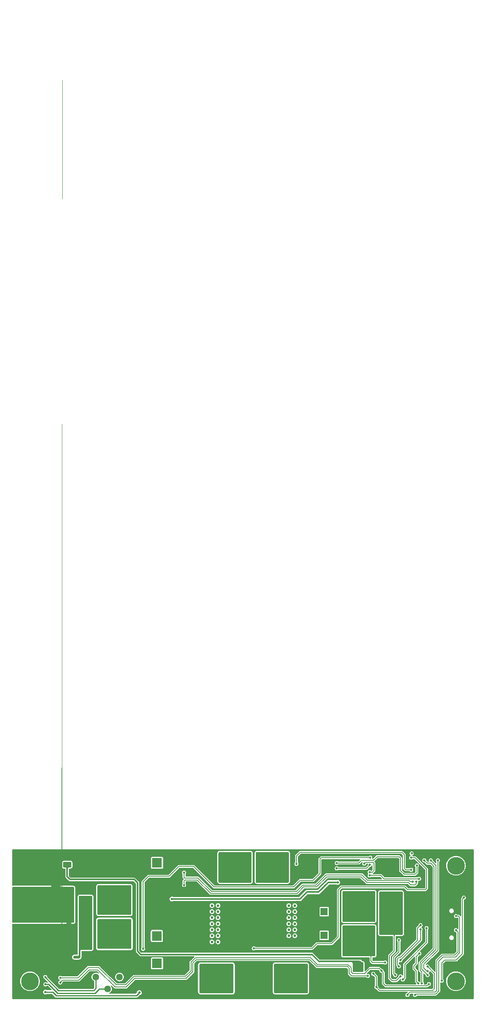
<source format=gbl>
%TF.GenerationSoftware,KiCad,Pcbnew,(5.99.0-10682-g4bb4606811)*%
%TF.CreationDate,2021-08-27T09:32:20+01:00*%
%TF.ProjectId,dc-to-pd-2,64632d74-6f2d-4706-942d-322e6b696361,rev?*%
%TF.SameCoordinates,Original*%
%TF.FileFunction,Copper,L4,Bot*%
%TF.FilePolarity,Positive*%
%FSLAX46Y46*%
G04 Gerber Fmt 4.6, Leading zero omitted, Abs format (unit mm)*
G04 Created by KiCad (PCBNEW (5.99.0-10682-g4bb4606811)) date 2021-08-27 09:32:20*
%MOMM*%
%LPD*%
G01*
G04 APERTURE LIST*
G04 Aperture macros list*
%AMFreePoly0*
4,1,52,2.135355,7.464855,2.150000,7.429500,2.150000,3.175000,2.148124,3.170471,2.148343,3.170047,2.149457,3.156966,2.153880,3.144602,1.999473,0.008374,2.000000,0.000000,1.984229,-0.250666,1.937166,-0.497380,1.859553,-0.736249,1.752613,-0.963507,1.618034,-1.175571,1.457937,-1.369094,1.274848,-1.541026,1.071654,-1.688656,0.851559,-1.809654,0.618034,-1.902113,0.374763,-1.964575,
0.125581,-1.996053,-0.125581,-1.996053,-0.374763,-1.964575,-0.618034,-1.902113,-0.851559,-1.809654,-1.071654,-1.688656,-1.274848,-1.541026,-1.457937,-1.369094,-1.618034,-1.175571,-1.752613,-0.963507,-1.859553,-0.736249,-1.937166,-0.497380,-1.984229,-0.250666,-2.000000,0.000000,-1.984229,0.250666,-1.937166,0.497380,-1.859553,0.736249,-1.776167,0.913453,-1.775454,0.916957,-1.772357,0.921549,
-1.752613,0.963507,-1.618034,1.175571,-1.526061,1.286747,0.066046,3.647457,0.079502,3.656364,0.091689,3.666934,0.167860,3.692324,0.167860,7.429500,0.182505,7.464855,0.217860,7.479500,2.100000,7.479500,2.135355,7.464855,2.135355,7.464855,$1*%
%AMFreePoly1*
4,1,49,-0.199145,7.464855,-0.184500,7.429500,-0.184500,3.805567,-0.165806,3.789025,-0.162929,3.783124,-0.157457,3.779494,1.488463,1.333474,1.488806,1.331781,1.618034,1.175571,1.752613,0.963507,1.859553,0.736249,1.937166,0.497380,1.984229,0.250666,2.000000,0.000000,1.984229,-0.250666,1.937166,-0.497380,1.859553,-0.736249,1.752613,-0.963507,1.618034,-1.175571,1.457937,-1.369094,
1.274848,-1.541026,1.071654,-1.688656,0.851559,-1.809654,0.618034,-1.902113,0.374763,-1.964575,0.125581,-1.996053,-0.125581,-1.996053,-0.374763,-1.964575,-0.618034,-1.902113,-0.851559,-1.809654,-1.071654,-1.688656,-1.274848,-1.541026,-1.457937,-1.369094,-1.618034,-1.175571,-1.752613,-0.963507,-1.859553,-0.736249,-1.937166,-0.497380,-1.984229,-0.250666,-1.990503,-0.150941,-1.995069,-0.146434,
-1.995127,-0.137495,-1.998942,-0.129411,-2.157387,3.152662,-2.166640,3.175000,-2.166640,7.429500,-2.151995,7.464855,-2.116640,7.479500,-0.234500,7.479500,-0.199145,7.464855,-0.199145,7.464855,$1*%
G04 Aperture macros list end*
%TA.AperFunction,ComponentPad*%
%ADD10C,3.800000*%
%TD*%
%TA.AperFunction,ComponentPad*%
%ADD11R,1.600000X1.600000*%
%TD*%
%TA.AperFunction,ComponentPad*%
%ADD12C,1.600000*%
%TD*%
%TA.AperFunction,ComponentPad*%
%ADD13C,1.440000*%
%TD*%
%TA.AperFunction,ComponentPad*%
%ADD14C,2.200000*%
%TD*%
%TA.AperFunction,ComponentPad*%
%ADD15O,2.800000X1.600000*%
%TD*%
%TA.AperFunction,ComponentPad*%
%ADD16FreePoly0,90.000000*%
%TD*%
%TA.AperFunction,ComponentPad*%
%ADD17FreePoly1,90.000000*%
%TD*%
%TA.AperFunction,ComponentPad*%
%ADD18R,2.000000X2.000000*%
%TD*%
%TA.AperFunction,ComponentPad*%
%ADD19C,2.000000*%
%TD*%
%TA.AperFunction,ComponentPad*%
%ADD20O,2.000000X0.900000*%
%TD*%
%TA.AperFunction,ComponentPad*%
%ADD21O,1.700000X0.900000*%
%TD*%
%TA.AperFunction,SMDPad,CuDef*%
%ADD22C,0.200000*%
%TD*%
%TA.AperFunction,ViaPad*%
%ADD23C,0.460000*%
%TD*%
%TA.AperFunction,ViaPad*%
%ADD24C,0.600000*%
%TD*%
%TA.AperFunction,Conductor*%
%ADD25C,0.200000*%
%TD*%
%TA.AperFunction,Conductor*%
%ADD26C,0.300000*%
%TD*%
%TA.AperFunction,Conductor*%
%ADD27C,0.250000*%
%TD*%
G04 APERTURE END LIST*
%TO.C,NT1*%
G36*
X67700000Y-37637500D02*
G01*
X67500000Y-37637500D01*
X67500000Y-37137500D01*
X67700000Y-37137500D01*
X67700000Y-37637500D01*
G37*
%TD*%
D10*
%TO.P,H1,1*%
%TO.N,GND*%
X34500000Y-33750000D03*
%TD*%
D11*
%TO.P,Cout2,1*%
%TO.N,V_SRC*%
X97700000Y-48400000D03*
D12*
%TO.P,Cout2,2*%
%TO.N,GND*%
X97700000Y-51900000D03*
%TD*%
D11*
%TO.P,Cout1,1*%
%TO.N,V_SRC*%
X97700000Y-43302651D03*
D12*
%TO.P,Cout1,2*%
%TO.N,GND*%
X97700000Y-39802651D03*
%TD*%
D13*
%TO.P,RV1,1,1*%
%TO.N,Net-(RV1-Pad1)*%
X48650000Y-57350000D03*
%TO.P,RV1,2,2*%
%TO.N,Net-(RV1-Pad2)*%
X51190000Y-59890000D03*
%TO.P,RV1,3,3*%
X53730000Y-57350000D03*
%TD*%
D14*
%TO.P,J1,1,Pin_1*%
%TO.N,GND*%
X38125000Y-48540000D03*
D15*
X35300000Y-52750000D03*
D16*
X41300000Y-49600000D03*
D14*
%TO.P,J1,2,Pin_2*%
%TO.N,/VIN_CONN*%
X38125000Y-43460000D03*
D17*
X41300000Y-42400000D03*
D15*
X35300000Y-39250000D03*
%TD*%
D10*
%TO.P,H2,1*%
%TO.N,N/C*%
X34500000Y-58250000D03*
%TD*%
D18*
%TO.P,Cinbulk3,1*%
%TO.N,/VIN_PROTECTED*%
X61800000Y-54400000D03*
D19*
%TO.P,Cinbulk3,2*%
%TO.N,GND*%
X61800000Y-59400000D03*
%TD*%
D10*
%TO.P,H3,1*%
%TO.N,N/C*%
X126000000Y-33450000D03*
%TD*%
%TO.P,H4,1*%
%TO.N,N/C*%
X126000000Y-58250000D03*
%TD*%
D18*
%TO.P,Cinbulk1,1*%
%TO.N,/VIN_PROTECTED*%
X61800000Y-32800000D03*
D19*
%TO.P,Cinbulk1,2*%
%TO.N,GND*%
X61800000Y-37800000D03*
%TD*%
D20*
%TO.P,J2,S1,SHIELD*%
%TO.N,GND*%
X124570000Y-50320000D03*
X124570000Y-41680000D03*
D21*
X128740000Y-41680000D03*
X128740000Y-50320000D03*
%TD*%
D18*
%TO.P,Cinbulk2,1*%
%TO.N,/VIN_PROTECTED*%
X61750000Y-48535354D03*
D19*
%TO.P,Cinbulk2,2*%
%TO.N,GND*%
X61750000Y-43535354D03*
%TD*%
D22*
%TO.P,NT1,1,1*%
%TO.N,/CSG*%
X67600000Y-37137500D03*
%TO.P,NT1,2,2*%
%TO.N,GND*%
X67600000Y-37612500D03*
%TD*%
D23*
%TO.N,GND*%
X119050000Y-48100000D03*
D24*
X95700000Y-40100000D03*
D23*
X67600000Y-37600000D03*
D24*
X52300000Y-30700000D03*
X70800000Y-45200000D03*
D23*
X98100000Y-56000000D03*
X111200000Y-34000000D03*
X111200000Y-32400000D03*
X111200000Y-33200000D03*
X98100000Y-57900000D03*
D24*
X51400000Y-30700000D03*
D23*
X112800000Y-34800000D03*
X106000000Y-53700000D03*
X119200000Y-52200000D03*
X112000000Y-33200000D03*
D24*
X54200000Y-30700000D03*
X52300000Y-34400000D03*
X51400000Y-32600000D03*
X70800000Y-47700000D03*
X70800000Y-50200000D03*
D23*
X112000000Y-35600000D03*
D24*
X51400000Y-31600000D03*
D23*
X117700000Y-55300000D03*
X98100000Y-60200000D03*
D24*
X94700000Y-40100000D03*
D23*
X115450000Y-39400000D03*
X112800000Y-33200000D03*
X51350000Y-52450000D03*
D24*
X68000000Y-39300000D03*
D23*
X116750000Y-56250000D03*
X116750000Y-54350000D03*
X112000000Y-32400000D03*
D24*
X69100000Y-39300000D03*
X53300000Y-30700000D03*
D23*
X111200000Y-35600000D03*
X118700000Y-50000000D03*
X115800000Y-55300000D03*
D24*
X70800000Y-42700000D03*
D23*
X112800000Y-32400000D03*
D24*
X70200000Y-39300000D03*
D23*
X112800000Y-35600000D03*
D24*
X52300000Y-33500000D03*
X70200000Y-39300000D03*
D23*
X95200000Y-33900000D03*
D24*
X52300000Y-31600000D03*
D23*
X112000000Y-34000000D03*
X112000000Y-34800000D03*
X112800000Y-34000000D03*
X119950000Y-57850000D03*
X95200000Y-31700000D03*
D24*
X52300000Y-32600000D03*
D23*
X111200000Y-34800000D03*
D24*
X51400000Y-33500000D03*
%TO.N,V_SRC*%
X89150000Y-59100000D03*
X90950000Y-59100000D03*
X107750000Y-50100000D03*
X104150000Y-48300000D03*
X90050000Y-56400000D03*
X88250000Y-60000000D03*
X90950000Y-60000000D03*
X90050000Y-59100000D03*
X90050000Y-55500000D03*
X90950000Y-57300000D03*
X106850000Y-51900000D03*
X107750000Y-49200000D03*
X88250000Y-55500000D03*
X106850000Y-49200000D03*
X89150000Y-55500000D03*
X107750000Y-51900000D03*
X90950000Y-58200000D03*
X89150000Y-56400000D03*
X88250000Y-56400000D03*
X105050000Y-47400000D03*
X91850000Y-60000000D03*
X88250000Y-59100000D03*
X90950000Y-55500000D03*
X90050000Y-58200000D03*
X106850000Y-47400000D03*
X105050000Y-50100000D03*
X103250000Y-50100000D03*
X104150000Y-49200000D03*
X90050000Y-60000000D03*
X91850000Y-56400000D03*
X103250000Y-48300000D03*
X90950000Y-56400000D03*
X91850000Y-58200000D03*
X90050000Y-57300000D03*
X89150000Y-60000000D03*
X107750000Y-51000000D03*
X103250000Y-47400000D03*
X106850000Y-51000000D03*
X103250000Y-51900000D03*
X91850000Y-59100000D03*
X105950000Y-51000000D03*
X91850000Y-57300000D03*
X105950000Y-47400000D03*
X92750000Y-60000000D03*
X88250000Y-57300000D03*
X106850000Y-48300000D03*
X89150000Y-57300000D03*
X105050000Y-51000000D03*
X105950000Y-48300000D03*
X103250000Y-51000000D03*
X91850000Y-55500000D03*
X104150000Y-47400000D03*
X105050000Y-48300000D03*
X92750000Y-55500000D03*
X107750000Y-48300000D03*
X107750000Y-47400000D03*
X92750000Y-59100000D03*
X105050000Y-49200000D03*
X104150000Y-51000000D03*
X89150000Y-58200000D03*
D23*
X110800000Y-54225000D03*
D24*
X106850000Y-50100000D03*
X92750000Y-56400000D03*
X88250000Y-58200000D03*
X103250000Y-49200000D03*
X105950000Y-51900000D03*
X104150000Y-50100000D03*
X105050000Y-51900000D03*
X92750000Y-58200000D03*
X92750000Y-57300000D03*
X105950000Y-50100000D03*
X104150000Y-51900000D03*
X105950000Y-49200000D03*
%TO.N,/HS*%
X79300000Y-36000000D03*
X76600000Y-32400000D03*
X77500000Y-32400000D03*
X76600000Y-33300000D03*
X79300000Y-35100000D03*
X76600000Y-31500000D03*
X73600000Y-45900000D03*
X74900000Y-47200000D03*
X77500000Y-34200000D03*
X74900000Y-42000000D03*
X74900000Y-45900000D03*
X76600000Y-36000000D03*
X81100000Y-34200000D03*
X80200000Y-36000000D03*
X80200000Y-32400000D03*
X78400000Y-36000000D03*
X76600000Y-35100000D03*
X78400000Y-34200000D03*
X73600000Y-44600000D03*
X79300000Y-31500000D03*
X74900000Y-48500000D03*
X81100000Y-32400000D03*
X78400000Y-32400000D03*
X77500000Y-36000000D03*
X79300000Y-33300000D03*
X80200000Y-34200000D03*
X80200000Y-33300000D03*
X77500000Y-31500000D03*
X81100000Y-31500000D03*
X79300000Y-34200000D03*
X76600000Y-34200000D03*
X77500000Y-35100000D03*
X77500000Y-33300000D03*
X78400000Y-35100000D03*
X74900000Y-44600000D03*
X73600000Y-43300000D03*
D23*
X116500000Y-30800000D03*
D24*
X73600000Y-49800000D03*
X73600000Y-42000000D03*
X81100000Y-36000000D03*
X73600000Y-47200000D03*
X80200000Y-31500000D03*
X80200000Y-35100000D03*
X78400000Y-33300000D03*
X78400000Y-31500000D03*
X81100000Y-33300000D03*
X79300000Y-32400000D03*
X74900000Y-49800000D03*
X74900000Y-43300000D03*
X81100000Y-35100000D03*
X73600000Y-48500000D03*
D23*
%TO.N,+5V*%
X40995000Y-58505000D03*
X107100000Y-57100000D03*
%TO.N,/VBUS_OUT*%
X113750000Y-55050000D03*
X118400000Y-46200000D03*
D24*
%TO.N,/VIN_PROTECTED*%
X51400000Y-48500000D03*
X72250000Y-58200000D03*
X54100000Y-46700000D03*
D23*
X58000000Y-60700000D03*
D24*
X55000000Y-48500000D03*
X50500000Y-47600000D03*
X72250000Y-59100000D03*
X52300000Y-48500000D03*
X75850000Y-56400000D03*
X74050000Y-58200000D03*
X52300000Y-49400000D03*
X55000000Y-49400000D03*
X52300000Y-46700000D03*
X76750000Y-55500000D03*
X55000000Y-45800000D03*
D23*
X100600000Y-37000000D03*
D24*
X50500000Y-49400000D03*
X73150000Y-55500000D03*
X73150000Y-56400000D03*
X55000000Y-47600000D03*
X74050000Y-57300000D03*
X50500000Y-46700000D03*
X74950000Y-55500000D03*
X72250000Y-55500000D03*
X52300000Y-45800000D03*
X74050000Y-55500000D03*
X76750000Y-57300000D03*
X54100000Y-49400000D03*
X74050000Y-59100000D03*
X73150000Y-59100000D03*
X50500000Y-48500000D03*
X54100000Y-45800000D03*
X54100000Y-48500000D03*
X53200000Y-47600000D03*
D23*
X37825000Y-60575000D03*
D24*
X53200000Y-45800000D03*
X76750000Y-58200000D03*
X53200000Y-49400000D03*
X72250000Y-56400000D03*
X50500000Y-50300000D03*
D23*
X65000000Y-40600000D03*
D24*
X75850000Y-59100000D03*
X53200000Y-48500000D03*
X73150000Y-58200000D03*
X51400000Y-49400000D03*
X74950000Y-56400000D03*
X72250000Y-60000000D03*
X74050000Y-56400000D03*
X73150000Y-57300000D03*
X55000000Y-46700000D03*
X51400000Y-45800000D03*
X76750000Y-60000000D03*
X50500000Y-45800000D03*
X76750000Y-56400000D03*
X74950000Y-59100000D03*
X54100000Y-50300000D03*
X52300000Y-47600000D03*
X52300000Y-50300000D03*
X51400000Y-47600000D03*
X53200000Y-46700000D03*
X76750000Y-59100000D03*
X75850000Y-60000000D03*
X72250000Y-57300000D03*
X74950000Y-58200000D03*
X55000000Y-50300000D03*
X53200000Y-50300000D03*
X51400000Y-50300000D03*
X51400000Y-46700000D03*
X74050000Y-60000000D03*
X73150000Y-60000000D03*
X74950000Y-57300000D03*
X75850000Y-55500000D03*
X54100000Y-47600000D03*
X75850000Y-58200000D03*
X74950000Y-60000000D03*
X75850000Y-57300000D03*
D23*
%TO.N,/FB*%
X118100000Y-36250000D03*
X107450000Y-35550000D03*
%TO.N,Net-(Cdvdd1-Pad1)*%
X117900000Y-58700000D03*
X118150000Y-52300000D03*
%TO.N,/CC1*%
X115575000Y-61200000D03*
X126000000Y-47250000D03*
%TO.N,/CC2*%
X126000000Y-44250000D03*
X117225000Y-61200000D03*
%TO.N,/CS*%
X116700000Y-36900000D03*
X67600000Y-34900000D03*
%TO.N,Net-(Css1-Pad1)*%
X107450000Y-34800000D03*
X106300000Y-33000000D03*
%TO.N,Net-(Cvcc1-Pad1)*%
X100400000Y-32875000D03*
X117600000Y-33400000D03*
D24*
%TO.N,Net-(Dboost1-Pad2)*%
X85800000Y-33300000D03*
X87600000Y-32400000D03*
X87600000Y-33300000D03*
X84900000Y-32400000D03*
X86700000Y-34200000D03*
X90100000Y-47200000D03*
X84000000Y-33300000D03*
X88500000Y-33300000D03*
X84900000Y-34200000D03*
X84000000Y-35100000D03*
X91400000Y-45900000D03*
X84000000Y-36000000D03*
X86700000Y-36000000D03*
X84900000Y-31500000D03*
X91400000Y-42000000D03*
X84900000Y-35100000D03*
X91400000Y-44600000D03*
X84000000Y-31500000D03*
X90100000Y-42000000D03*
X91400000Y-47200000D03*
X86700000Y-32400000D03*
X85800000Y-32400000D03*
X91400000Y-48500000D03*
X84900000Y-33300000D03*
X85800000Y-31500000D03*
X87600000Y-36000000D03*
X86700000Y-33300000D03*
X91400000Y-43300000D03*
X85800000Y-36000000D03*
X88500000Y-35100000D03*
X90100000Y-45900000D03*
X87600000Y-34200000D03*
X90100000Y-44600000D03*
X84000000Y-34200000D03*
X85800000Y-35100000D03*
X84000000Y-32400000D03*
X86700000Y-31500000D03*
X88500000Y-32400000D03*
X90100000Y-43300000D03*
X87600000Y-31500000D03*
X86700000Y-35100000D03*
X88500000Y-31500000D03*
X88500000Y-36000000D03*
X88500000Y-34200000D03*
X87600000Y-35100000D03*
X90100000Y-48500000D03*
X84900000Y-36000000D03*
X85800000Y-34200000D03*
%TO.N,/VIN_FUSED*%
X53200000Y-38700000D03*
X54100000Y-43200000D03*
X53200000Y-39600000D03*
X50500000Y-40500000D03*
X54100000Y-41400000D03*
X52300000Y-39600000D03*
X51400000Y-38700000D03*
X50500000Y-41400000D03*
X54100000Y-42300000D03*
X54100000Y-39600000D03*
X51400000Y-43200000D03*
X50500000Y-42300000D03*
X52300000Y-43200000D03*
X52300000Y-41400000D03*
X51400000Y-39600000D03*
X55000000Y-43200000D03*
X52300000Y-42300000D03*
X53200000Y-42300000D03*
X50500000Y-39600000D03*
X55000000Y-40500000D03*
X53200000Y-40500000D03*
X52300000Y-38700000D03*
X50500000Y-38700000D03*
X51400000Y-40500000D03*
X50500000Y-43200000D03*
X51400000Y-41400000D03*
X55000000Y-38700000D03*
X53200000Y-43200000D03*
X55000000Y-42300000D03*
X53200000Y-41400000D03*
X55000000Y-41400000D03*
X54100000Y-40500000D03*
X54100000Y-38700000D03*
X51400000Y-42300000D03*
X55000000Y-39600000D03*
X52300000Y-40500000D03*
D23*
%TO.N,Net-(D2-Pad1)*%
X105600000Y-55000000D03*
X105600000Y-55800000D03*
X42900000Y-33100000D03*
X42100000Y-33100000D03*
%TO.N,Net-(D4-Pad2)*%
X122945000Y-58155000D03*
X127700000Y-40300000D03*
%TO.N,CTL1*%
X118700000Y-58700000D03*
X119200000Y-32300000D03*
%TO.N,CTL2*%
X120600000Y-32300000D03*
X119900000Y-56900000D03*
%TO.N,CTL3*%
X119900000Y-56050000D03*
X122100000Y-32300000D03*
%TO.N,POWER_EN_L*%
X108250000Y-56637500D03*
X119900000Y-55100000D03*
X108900000Y-59500000D03*
%TO.N,Net-(Cf1-Pad1)*%
X118400000Y-47100000D03*
X114050000Y-53750000D03*
%TO.N,Net-(IC2-Pad22)*%
X112950000Y-56925000D03*
X113775000Y-49425000D03*
%TO.N,Net-(IC2-Pad23)*%
X111400000Y-40000000D03*
X112300000Y-40000000D03*
X112300000Y-47250000D03*
X110000000Y-47250000D03*
X114100000Y-57200000D03*
X113850000Y-40000000D03*
X111400000Y-47250000D03*
X110000000Y-40000000D03*
%TO.N,Net-(IC2-Pad24)*%
X119700000Y-46825000D03*
X114575000Y-57900000D03*
%TO.N,Net-(IC3-Pad8)*%
X110000000Y-56000000D03*
X120200000Y-58850000D03*
X40995000Y-57495000D03*
%TO.N,/buck_gate*%
X82600000Y-51200000D03*
X116375000Y-31725000D03*
%TO.N,Net-(RV1-Pad1)*%
X37800000Y-57325000D03*
%TO.N,Net-(RV1-Pad2)*%
X107600000Y-31725000D03*
X58800000Y-51300000D03*
X37825000Y-58925000D03*
%TO.N,/GATE_-*%
X44100000Y-53100000D03*
D24*
X47100000Y-41800000D03*
X47100000Y-48900000D03*
X46200000Y-40900000D03*
X47100000Y-48000000D03*
X46200000Y-48000000D03*
X46200000Y-41800000D03*
X47100000Y-40900000D03*
X46200000Y-48900000D03*
D23*
%TO.N,/boost_gate*%
X116400000Y-34325000D03*
X91750000Y-33050000D03*
D24*
%TO.N,Net-(Q3-Pad2)*%
X107750000Y-41800000D03*
X105950000Y-41800000D03*
X104150000Y-42700000D03*
X104150000Y-41800000D03*
X106850000Y-41800000D03*
X105950000Y-40900000D03*
X106850000Y-40900000D03*
X107750000Y-42700000D03*
X107750000Y-40900000D03*
X105050000Y-43600000D03*
X104150000Y-40000000D03*
X107750000Y-44500000D03*
X106850000Y-44500000D03*
X103250000Y-43600000D03*
X105950000Y-40000000D03*
X106850000Y-40000000D03*
X107750000Y-40000000D03*
X105050000Y-41800000D03*
X103250000Y-40900000D03*
X105050000Y-44500000D03*
X104150000Y-44500000D03*
X105950000Y-44500000D03*
X103250000Y-44500000D03*
X105050000Y-40000000D03*
X103250000Y-42700000D03*
X105950000Y-43600000D03*
X106850000Y-42700000D03*
X103250000Y-41800000D03*
X104150000Y-40900000D03*
X105050000Y-42700000D03*
X103250000Y-40000000D03*
X107750000Y-43600000D03*
X104150000Y-43600000D03*
X106850000Y-43600000D03*
X105950000Y-42700000D03*
X105050000Y-40900000D03*
D23*
%TO.N,/CSG*%
X117500000Y-36900000D03*
%TO.N,Net-(R10-Pad2)*%
X100400000Y-34000000D03*
X107512500Y-33262500D03*
%TD*%
D25*
%TO.N,V_SRC*%
X108075000Y-54225000D02*
X107750000Y-53900000D01*
X107750000Y-53900000D02*
X107750000Y-51900000D01*
X110800000Y-54225000D02*
X108075000Y-54225000D01*
%TO.N,+5V*%
X55200000Y-59500000D02*
X57050000Y-57650000D01*
X96100000Y-55100000D02*
X102700000Y-55100000D01*
X94600000Y-53600000D02*
X96100000Y-55100000D01*
X45000000Y-58000000D02*
X41500000Y-58000000D01*
X79000000Y-53600000D02*
X86000000Y-53600000D01*
X103600000Y-57100000D02*
X103100000Y-56600000D01*
X47200000Y-55800000D02*
X45000000Y-58000000D01*
X86000000Y-53600000D02*
X94600000Y-53600000D01*
X107100000Y-57100000D02*
X103600000Y-57100000D01*
X69500000Y-54300000D02*
X70200000Y-53600000D01*
X68050000Y-57650000D02*
X68100480Y-57599520D01*
X86000000Y-53600000D02*
X86400000Y-53600000D01*
X70200000Y-53600000D02*
X86000000Y-53600000D01*
X69500000Y-56200000D02*
X69500000Y-54300000D01*
X68050000Y-57650000D02*
X69500000Y-56200000D01*
X103100000Y-56600000D02*
X103100000Y-55500000D01*
X52800000Y-59500000D02*
X55200000Y-59500000D01*
X57050000Y-57650000D02*
X68050000Y-57650000D01*
X102700000Y-55100000D02*
X103100000Y-55500000D01*
X49100000Y-55800000D02*
X47200000Y-55800000D01*
X52800000Y-59500000D02*
X49100000Y-55800000D01*
X52800000Y-59500000D02*
X52600000Y-59300000D01*
X41500000Y-58000000D02*
X40995000Y-58505000D01*
%TO.N,/VBUS_OUT*%
X118400000Y-46200000D02*
X117750000Y-46850000D01*
X113750000Y-53150000D02*
X113450000Y-53450000D01*
X113450000Y-53450000D02*
X113450000Y-54750000D01*
X117750000Y-46850000D02*
X117750000Y-49450000D01*
X114050000Y-53150000D02*
X113750000Y-53150000D01*
X113450000Y-54750000D02*
X113750000Y-55050000D01*
X117750000Y-49450000D02*
X114050000Y-53150000D01*
D26*
%TO.N,/VIN_PROTECTED*%
X65000000Y-40600000D02*
X92500000Y-40600000D01*
D27*
X37825000Y-60575000D02*
X39397862Y-60575000D01*
D26*
X92500000Y-40600000D02*
X94000000Y-39100000D01*
D27*
X57350481Y-61349519D02*
X58000000Y-60700000D01*
D26*
X96500000Y-39100000D02*
X98600000Y-37000000D01*
X98600000Y-37000000D02*
X100600000Y-37000000D01*
D27*
X57400000Y-61250000D02*
X57450000Y-61250000D01*
X40172381Y-61349519D02*
X57350481Y-61349519D01*
D26*
X94000000Y-39100000D02*
X96500000Y-39100000D01*
D27*
X39397862Y-60575000D02*
X40172381Y-61349519D01*
D25*
%TO.N,/FB*%
X110550000Y-36250000D02*
X109850000Y-35550000D01*
X117075000Y-36250000D02*
X110550000Y-36250000D01*
X117550000Y-36250000D02*
X118100000Y-36250000D01*
X117075000Y-36250000D02*
X116800000Y-36250000D01*
X109850000Y-35550000D02*
X107450000Y-35550000D01*
X117075000Y-36250000D02*
X118100000Y-36250000D01*
%TO.N,Net-(Cdvdd1-Pad1)*%
X117900000Y-58700000D02*
X117500000Y-58300000D01*
X117500000Y-54450000D02*
X117500000Y-52950000D01*
X117500000Y-58300000D02*
X117500000Y-56050000D01*
X117000000Y-55550000D02*
X117000000Y-54950000D01*
X117500000Y-52950000D02*
X118150000Y-52300000D01*
X117000000Y-54950000D02*
X117500000Y-54450000D01*
X117500000Y-56050000D02*
X117000000Y-55550000D01*
%TO.N,/CC1*%
X121900480Y-53799520D02*
X123050000Y-52650000D01*
X116100000Y-60600000D02*
X121500000Y-60600000D01*
X115575000Y-61125000D02*
X116100000Y-60600000D01*
X123050000Y-52650000D02*
X125750000Y-52650000D01*
X115575000Y-61200000D02*
X115575000Y-61125000D01*
X126425480Y-47675480D02*
X126000000Y-47250000D01*
X121900480Y-60199520D02*
X121900480Y-53799520D01*
X125750000Y-52650000D02*
X126425480Y-51974520D01*
X126425480Y-51974520D02*
X126425480Y-47675480D01*
X121500000Y-60600000D02*
X121900480Y-60199520D01*
%TO.N,/CC2*%
X123250000Y-53050000D02*
X125925000Y-53050000D01*
X126500000Y-44250000D02*
X126000000Y-44250000D01*
X117225000Y-61175000D02*
X117400000Y-61000000D01*
X122299999Y-60365007D02*
X121665006Y-61000000D01*
X122300000Y-54000000D02*
X123250000Y-53050000D01*
X117225000Y-61200000D02*
X117225000Y-61175000D01*
X126825000Y-44575000D02*
X126500000Y-44250000D01*
X125925000Y-53050000D02*
X126825000Y-52150000D01*
X126825000Y-52150000D02*
X126825000Y-44575000D01*
X121665006Y-61000000D02*
X117400000Y-61000000D01*
X122300000Y-54000000D02*
X122299999Y-60365007D01*
%TO.N,/CS*%
X70600000Y-36100000D02*
X73500000Y-39000000D01*
X98100000Y-35400000D02*
X105800000Y-35400000D01*
X116200000Y-36900000D02*
X116700000Y-36900000D01*
X67600000Y-35900000D02*
X67600000Y-34900000D01*
X95900000Y-37600000D02*
X98100000Y-35400000D01*
X73500000Y-39000000D02*
X91700000Y-39000000D01*
X105800000Y-35400000D02*
X107049520Y-36649520D01*
X93100000Y-37600000D02*
X95900000Y-37600000D01*
X107049520Y-36649520D02*
X115949520Y-36649520D01*
X67800000Y-36100000D02*
X70600000Y-36100000D01*
X67600000Y-35900000D02*
X67600000Y-35800000D01*
X67600000Y-35900000D02*
X67800000Y-36100000D01*
X91700000Y-39000000D02*
X93100000Y-37600000D01*
X115949520Y-36649520D02*
X116200000Y-36900000D01*
%TO.N,Net-(Css1-Pad1)*%
X108400000Y-34450000D02*
X108050000Y-34800000D01*
X108400000Y-32950000D02*
X108400000Y-34450000D01*
X108050000Y-34800000D02*
X107450000Y-34800000D01*
X106600000Y-32700000D02*
X108150000Y-32700000D01*
X108150000Y-32700000D02*
X108400000Y-32950000D01*
X106300000Y-33000000D02*
X106600000Y-32700000D01*
%TO.N,Net-(Cvcc1-Pad1)*%
X105700000Y-32300000D02*
X105125000Y-32875000D01*
X114100000Y-31800000D02*
X113800000Y-31500000D01*
X109050000Y-31500000D02*
X108250000Y-32300000D01*
X105125000Y-32875000D02*
X105200000Y-32800000D01*
X113800000Y-31500000D02*
X109050000Y-31500000D01*
X114100000Y-31800000D02*
X114100000Y-32100000D01*
X117200000Y-35300000D02*
X117600000Y-34900000D01*
X114100000Y-31800000D02*
X114100000Y-34500000D01*
X105700000Y-32300000D02*
X105600000Y-32400000D01*
X114900000Y-35300000D02*
X114800000Y-35200000D01*
X114100000Y-34500000D02*
X114900000Y-35300000D01*
X100400000Y-32875000D02*
X105125000Y-32875000D01*
X114900000Y-35300000D02*
X117200000Y-35300000D01*
X117600000Y-34900000D02*
X117600000Y-33400000D01*
X108250000Y-32300000D02*
X105700000Y-32300000D01*
D26*
%TO.N,Net-(D2-Pad1)*%
X58300000Y-52500000D02*
X95100000Y-52500000D01*
X57600000Y-37100000D02*
X57600000Y-51800000D01*
X56900000Y-36400000D02*
X57600000Y-37100000D01*
X42500000Y-35800000D02*
X43100000Y-36400000D01*
X58300000Y-52500000D02*
X69200000Y-52500000D01*
X105600000Y-54400000D02*
X105600000Y-55800000D01*
X57600000Y-51800000D02*
X58300000Y-52500000D01*
X96600000Y-54000000D02*
X105200000Y-54000000D01*
X42100000Y-33100000D02*
X42100000Y-33300000D01*
X42100000Y-33300000D02*
X42500000Y-33700000D01*
X43100000Y-36400000D02*
X56900000Y-36400000D01*
X105200000Y-54000000D02*
X105600000Y-54400000D01*
X42500000Y-33700000D02*
X42500000Y-35800000D01*
X95100000Y-52500000D02*
X96600000Y-54000000D01*
D25*
%TO.N,Net-(D4-Pad2)*%
X122945000Y-58155000D02*
X122950000Y-58150000D01*
X122950000Y-54300000D02*
X123550000Y-53700000D01*
X127400000Y-52350000D02*
X127400000Y-40600000D01*
X122950000Y-58150000D02*
X122950000Y-54300000D01*
X123550000Y-53700000D02*
X126050000Y-53700000D01*
X126050000Y-53700000D02*
X127400000Y-52350000D01*
X127400000Y-40600000D02*
X127700000Y-40300000D01*
%TO.N,CTL1*%
X118700000Y-58700000D02*
X118700000Y-56300000D01*
X118700000Y-56300000D02*
X118300000Y-55900000D01*
X121300000Y-51269988D02*
X121300000Y-33625000D01*
X118300000Y-55900000D02*
X118300000Y-54269988D01*
X119825000Y-32925000D02*
X119200000Y-32300000D01*
X119100000Y-32375000D02*
X119100000Y-32300000D01*
X121300000Y-33625000D02*
X120600000Y-32925000D01*
X120600000Y-32925000D02*
X119825000Y-32925000D01*
X118300000Y-54269988D02*
X121300000Y-51269988D01*
%TO.N,CTL2*%
X118699521Y-54435473D02*
X121700480Y-51434514D01*
X119900000Y-56900000D02*
X118699520Y-55699520D01*
X118699520Y-55699520D02*
X118699521Y-54435473D01*
X121700480Y-33400480D02*
X120600000Y-32300000D01*
X121700480Y-51434514D02*
X121700480Y-33400480D01*
X121700480Y-51434514D02*
X121700480Y-50234514D01*
%TO.N,CTL3*%
X119099040Y-55399040D02*
X119750000Y-56050000D01*
X122100000Y-32300000D02*
X122100000Y-51600000D01*
X119099040Y-54600960D02*
X119099040Y-55399040D01*
X122100000Y-51600000D02*
X119099040Y-54600960D01*
X119750000Y-56050000D02*
X119900000Y-56050000D01*
%TO.N,POWER_EN_L*%
X109600000Y-60200000D02*
X121000000Y-60200000D01*
X108900000Y-59500000D02*
X109600000Y-60200000D01*
X119900000Y-55100000D02*
X121400000Y-56600000D01*
X108900000Y-59500000D02*
X108900000Y-57287500D01*
X121400000Y-56600000D02*
X121400000Y-59800000D01*
X108900000Y-57287500D02*
X108250000Y-56637500D01*
X121400000Y-59800000D02*
X121000000Y-60200000D01*
%TO.N,Net-(Cf1-Pad1)*%
X114050000Y-53750000D02*
X118400000Y-49400000D01*
X118400000Y-49400000D02*
X118400000Y-48900000D01*
X118400000Y-49400000D02*
X118400000Y-47100000D01*
%TO.N,Net-(IC2-Pad22)*%
X113775000Y-49425000D02*
X113775000Y-51925000D01*
X112625000Y-53075000D02*
X112625000Y-56600000D01*
X113775000Y-51925000D02*
X112625000Y-53075000D01*
X112625000Y-56600000D02*
X112950000Y-56925000D01*
%TO.N,Net-(IC2-Pad23)*%
X111725000Y-57550000D02*
X111725000Y-52800000D01*
X112750000Y-47700000D02*
X112300000Y-47250000D01*
X113175000Y-58125000D02*
X112300000Y-58125000D01*
X112750000Y-51775000D02*
X112750000Y-47700000D01*
X114100000Y-57200000D02*
X113175000Y-58125000D01*
X112300000Y-58125000D02*
X111725000Y-57550000D01*
X111725000Y-52800000D02*
X112750000Y-51775000D01*
%TO.N,Net-(IC2-Pad24)*%
X114975000Y-54625000D02*
X114975000Y-57500000D01*
X114975000Y-57500000D02*
X114575000Y-57900000D01*
X119700000Y-46825000D02*
X119700000Y-49900000D01*
X119700000Y-49900000D02*
X114975000Y-54625000D01*
%TO.N,Net-(IC3-Pad8)*%
X110390000Y-56390000D02*
X110000000Y-56000000D01*
X107500000Y-55500000D02*
X106400000Y-56600000D01*
X107500000Y-55500000D02*
X106800000Y-56200000D01*
X67900000Y-57200000D02*
X56850000Y-57200000D01*
X96300000Y-54700000D02*
X95900000Y-54300000D01*
X55050000Y-59000000D02*
X53000000Y-59000000D01*
X41000000Y-57500000D02*
X40995000Y-57495000D01*
X70034994Y-53200000D02*
X69100000Y-54134994D01*
X69100000Y-54134994D02*
X69100000Y-56000000D01*
X110000000Y-56000000D02*
X109500000Y-55500000D01*
X103500000Y-55334994D02*
X102865006Y-54700000D01*
X103800000Y-56600000D02*
X103500000Y-56300000D01*
X110390000Y-58740000D02*
X110390000Y-56390000D01*
X119800000Y-59250000D02*
X120200000Y-58850000D01*
X94800000Y-53200000D02*
X85818560Y-53200000D01*
X53000000Y-59000000D02*
X49300000Y-55300000D01*
X96300000Y-54700000D02*
X94800000Y-53200000D01*
X85818560Y-53200000D02*
X70034994Y-53200000D01*
X85818560Y-53200000D02*
X86150000Y-53200000D01*
X110900000Y-59250000D02*
X119800000Y-59250000D01*
X103500000Y-56300000D02*
X103500000Y-55334994D01*
X106400000Y-56600000D02*
X103800000Y-56600000D01*
X110390000Y-58740000D02*
X110900000Y-59250000D01*
X44800000Y-57500000D02*
X41000000Y-57500000D01*
X47000000Y-55300000D02*
X44800000Y-57500000D01*
X69100000Y-56000000D02*
X67900000Y-57200000D01*
X109500000Y-55500000D02*
X107500000Y-55500000D01*
X102865006Y-54700000D02*
X96300000Y-54700000D01*
X49300000Y-55300000D02*
X47000000Y-55300000D01*
X56850000Y-57200000D02*
X55050000Y-59000000D01*
%TO.N,/buck_gate*%
X100750000Y-48750000D02*
X99900000Y-49600000D01*
X115000000Y-38000000D02*
X115225000Y-38225000D01*
X119700000Y-34200000D02*
X119700000Y-34500000D01*
X119700000Y-38300000D02*
X119400000Y-38600000D01*
X119400000Y-38600000D02*
X115600000Y-38600000D01*
X95100000Y-51200000D02*
X96100000Y-50200000D01*
X119400000Y-38600000D02*
X118800000Y-38600000D01*
X115000000Y-38000000D02*
X101400000Y-38000000D01*
X115600000Y-38600000D02*
X115000000Y-38000000D01*
X96100000Y-50200000D02*
X99300000Y-50200000D01*
X99300000Y-50200000D02*
X100750000Y-48750000D01*
X119700000Y-34200000D02*
X119700000Y-38300000D01*
X101400000Y-38000000D02*
X100750000Y-38650000D01*
X117225000Y-31725000D02*
X119700000Y-34200000D01*
X116375000Y-31725000D02*
X116400000Y-31700000D01*
X100750000Y-38650000D02*
X100750000Y-48750000D01*
X82600000Y-51200000D02*
X95100000Y-51200000D01*
X116375000Y-31725000D02*
X117225000Y-31725000D01*
D27*
%TO.N,Net-(RV1-Pad1)*%
X48200000Y-60200000D02*
X48650000Y-59750000D01*
X37800000Y-57400000D02*
X40600000Y-60200000D01*
X37825000Y-57350000D02*
X37800000Y-57325000D01*
X40600000Y-60200000D02*
X48200000Y-60200000D01*
X48650000Y-59750000D02*
X48650000Y-57350000D01*
X37800000Y-57325000D02*
X37800000Y-57400000D01*
D25*
%TO.N,Net-(RV1-Pad2)*%
X91134994Y-38000000D02*
X92534994Y-36600000D01*
X97075000Y-31725000D02*
X107600000Y-31725000D01*
X92534994Y-36600000D02*
X95300000Y-36600000D01*
D27*
X49410000Y-59890000D02*
X51190000Y-59890000D01*
D25*
X66100000Y-34000000D02*
X66000000Y-34100000D01*
X58800000Y-36900000D02*
X60000000Y-35700000D01*
X64400000Y-35700000D02*
X66100000Y-34000000D01*
X60000000Y-35700000D02*
X64400000Y-35700000D01*
D27*
X37825000Y-58925000D02*
X37850000Y-58900000D01*
D25*
X69665006Y-33600000D02*
X74065006Y-38000000D01*
X58800000Y-51300000D02*
X58800000Y-36900000D01*
X66500000Y-33600000D02*
X69665006Y-33600000D01*
X66100000Y-34000000D02*
X66500000Y-33600000D01*
D27*
X37850000Y-58900000D02*
X38500000Y-58900000D01*
X38500000Y-58900000D02*
X40400000Y-60800000D01*
D25*
X96800000Y-32000000D02*
X97075000Y-31725000D01*
D27*
X40400000Y-60800000D02*
X48500000Y-60800000D01*
X48500000Y-60800000D02*
X49410000Y-59890000D01*
D25*
X96800000Y-35100000D02*
X96800000Y-32000000D01*
X95300000Y-36600000D02*
X96800000Y-35100000D01*
X74065006Y-38000000D02*
X91134994Y-38000000D01*
%TO.N,/boost_gate*%
X114900000Y-34000000D02*
X115225000Y-34325000D01*
X92500000Y-30600000D02*
X114400000Y-30600000D01*
X91750000Y-33050000D02*
X91750000Y-31350000D01*
X114900000Y-31100000D02*
X114900000Y-34000000D01*
X91750000Y-31350000D02*
X92500000Y-30600000D01*
X115225000Y-34325000D02*
X116400000Y-34325000D01*
X114400000Y-30600000D02*
X114900000Y-31100000D01*
%TO.N,/CSG*%
X106850000Y-37050000D02*
X105650000Y-35850000D01*
X117500000Y-36900000D02*
X117500000Y-37300000D01*
X115750000Y-37050000D02*
X106850000Y-37050000D01*
X93300000Y-38000000D02*
X96065006Y-38000000D01*
X70434994Y-36500000D02*
X73334513Y-39399519D01*
X91900481Y-39399519D02*
X93300000Y-38000000D01*
X67600000Y-36700000D02*
X67800000Y-36500000D01*
X67800000Y-36500000D02*
X70434994Y-36500000D01*
X117250000Y-37550000D02*
X116250000Y-37550000D01*
X67600000Y-37137500D02*
X67600000Y-36700000D01*
X73334513Y-39399519D02*
X91900481Y-39399519D01*
X117500000Y-37300000D02*
X117250000Y-37550000D01*
X105650000Y-35850000D02*
X98215006Y-35850000D01*
X96065006Y-38000000D02*
X98215006Y-35850000D01*
X116250000Y-37550000D02*
X115750000Y-37050000D01*
%TO.N,Net-(R10-Pad2)*%
X107512500Y-33262500D02*
X107575000Y-33200000D01*
X100400000Y-34000000D02*
X106775000Y-34000000D01*
X106775000Y-34000000D02*
X107512500Y-33262500D01*
%TD*%
%TA.AperFunction,Conductor*%
%TO.N,V_SRC*%
G36*
X93962170Y-54502421D02*
G01*
X93986073Y-54507175D01*
X94021091Y-54514141D01*
X94066510Y-54532954D01*
X94086329Y-54546196D01*
X94105939Y-54559300D01*
X94140700Y-54594061D01*
X94167045Y-54633488D01*
X94185860Y-54678911D01*
X94197579Y-54737830D01*
X94200000Y-54762410D01*
X94200000Y-60537590D01*
X94197579Y-60562170D01*
X94185860Y-60621089D01*
X94167045Y-60666512D01*
X94140700Y-60705939D01*
X94105939Y-60740700D01*
X94086329Y-60753804D01*
X94066510Y-60767046D01*
X94021091Y-60785859D01*
X93986073Y-60792825D01*
X93962170Y-60797579D01*
X93937590Y-60800000D01*
X87162410Y-60800000D01*
X87137830Y-60797579D01*
X87113927Y-60792825D01*
X87078909Y-60785859D01*
X87033490Y-60767046D01*
X87013671Y-60753804D01*
X86994061Y-60740700D01*
X86959300Y-60705939D01*
X86932955Y-60666512D01*
X86914140Y-60621089D01*
X86902421Y-60562170D01*
X86900000Y-60537590D01*
X86900000Y-54762410D01*
X86902421Y-54737830D01*
X86914140Y-54678911D01*
X86932955Y-54633488D01*
X86959300Y-54594061D01*
X86994061Y-54559300D01*
X87013671Y-54546196D01*
X87033490Y-54532954D01*
X87078909Y-54514141D01*
X87113927Y-54507175D01*
X87137830Y-54502421D01*
X87162410Y-54500000D01*
X93937590Y-54500000D01*
X93962170Y-54502421D01*
G37*
%TD.AperFunction*%
%TD*%
%TA.AperFunction,Conductor*%
%TO.N,Net-(IC2-Pad23)*%
G36*
X114362170Y-39002421D02*
G01*
X114386073Y-39007175D01*
X114421091Y-39014141D01*
X114466510Y-39032954D01*
X114486329Y-39046196D01*
X114505939Y-39059300D01*
X114540700Y-39094061D01*
X114567045Y-39133488D01*
X114585860Y-39178911D01*
X114597579Y-39237830D01*
X114600000Y-39262410D01*
X114600000Y-48037590D01*
X114597579Y-48062170D01*
X114585860Y-48121089D01*
X114567045Y-48166512D01*
X114540700Y-48205939D01*
X114505939Y-48240700D01*
X114486329Y-48253804D01*
X114466510Y-48267046D01*
X114421091Y-48285859D01*
X114386073Y-48292825D01*
X114362170Y-48297579D01*
X114337590Y-48300000D01*
X113000000Y-48300000D01*
X112959658Y-48310809D01*
X112941021Y-48315803D01*
X112941020Y-48315803D01*
X112925000Y-48320096D01*
X112870096Y-48375000D01*
X112865802Y-48391025D01*
X112859119Y-48402600D01*
X112812999Y-48448719D01*
X112749999Y-48465599D01*
X112686999Y-48448718D01*
X112640881Y-48402600D01*
X112634198Y-48391025D01*
X112629904Y-48375000D01*
X112575000Y-48320096D01*
X112558980Y-48315803D01*
X112558979Y-48315803D01*
X112540342Y-48310809D01*
X112500000Y-48300000D01*
X109762410Y-48300000D01*
X109737830Y-48297579D01*
X109713927Y-48292825D01*
X109678909Y-48285859D01*
X109633490Y-48267046D01*
X109613671Y-48253804D01*
X109594061Y-48240700D01*
X109559300Y-48205939D01*
X109532955Y-48166512D01*
X109514140Y-48121089D01*
X109502421Y-48062170D01*
X109500000Y-48037590D01*
X109500000Y-39262410D01*
X109502421Y-39237830D01*
X109514140Y-39178911D01*
X109532955Y-39133488D01*
X109559300Y-39094061D01*
X109594061Y-39059300D01*
X109613671Y-39046196D01*
X109633490Y-39032954D01*
X109678909Y-39014141D01*
X109713927Y-39007175D01*
X109737830Y-39002421D01*
X109762410Y-39000000D01*
X114337590Y-39000000D01*
X114362170Y-39002421D01*
G37*
%TD.AperFunction*%
%TD*%
%TA.AperFunction,Conductor*%
%TO.N,/GATE_-*%
G36*
X47662170Y-39902421D02*
G01*
X47686073Y-39907175D01*
X47721091Y-39914141D01*
X47766510Y-39932954D01*
X47786329Y-39946196D01*
X47805939Y-39959300D01*
X47840700Y-39994061D01*
X47867045Y-40033488D01*
X47885860Y-40078911D01*
X47897579Y-40137830D01*
X47900000Y-40162410D01*
X47900000Y-51237590D01*
X47897579Y-51262170D01*
X47885860Y-51321089D01*
X47867045Y-51366512D01*
X47840700Y-51405939D01*
X47805939Y-51440700D01*
X47786329Y-51453804D01*
X47766510Y-51467046D01*
X47721091Y-51485859D01*
X47686073Y-51492825D01*
X47662170Y-51497579D01*
X47637590Y-51500000D01*
X45550000Y-51500000D01*
X45454329Y-51519030D01*
X45444011Y-51525924D01*
X45444009Y-51525925D01*
X45383539Y-51566330D01*
X45373223Y-51573223D01*
X45366330Y-51583539D01*
X45325925Y-51644009D01*
X45325924Y-51644011D01*
X45319030Y-51654329D01*
X45300000Y-51750000D01*
X45300000Y-53087590D01*
X45297579Y-53112170D01*
X45285860Y-53171089D01*
X45267045Y-53216512D01*
X45240700Y-53255939D01*
X45205939Y-53290700D01*
X45186329Y-53303804D01*
X45166510Y-53317046D01*
X45121091Y-53335859D01*
X45086073Y-53342825D01*
X45062170Y-53347579D01*
X45037590Y-53350000D01*
X44062410Y-53350000D01*
X44037830Y-53347579D01*
X44013927Y-53342825D01*
X43978909Y-53335859D01*
X43933490Y-53317046D01*
X43913671Y-53303804D01*
X43894061Y-53290700D01*
X43859300Y-53255939D01*
X43832955Y-53216512D01*
X43814140Y-53171089D01*
X43802421Y-53112170D01*
X43800000Y-53087590D01*
X43800000Y-53062410D01*
X43802421Y-53037830D01*
X43814140Y-52978911D01*
X43832955Y-52933488D01*
X43859300Y-52894061D01*
X43894061Y-52859300D01*
X43913671Y-52846196D01*
X43933490Y-52832954D01*
X43978909Y-52814141D01*
X44013927Y-52807175D01*
X44037830Y-52802421D01*
X44062410Y-52800000D01*
X44750000Y-52800000D01*
X44845671Y-52780970D01*
X44855989Y-52774076D01*
X44855991Y-52774075D01*
X44916461Y-52733670D01*
X44926777Y-52726777D01*
X44933670Y-52716461D01*
X44974075Y-52655991D01*
X44974076Y-52655989D01*
X44980970Y-52645671D01*
X45000000Y-52550000D01*
X45000000Y-40162410D01*
X45002421Y-40137830D01*
X45014140Y-40078911D01*
X45032955Y-40033488D01*
X45059300Y-39994061D01*
X45094061Y-39959300D01*
X45113671Y-39946196D01*
X45133490Y-39932954D01*
X45178909Y-39914141D01*
X45213927Y-39907175D01*
X45237830Y-39902421D01*
X45262410Y-39900000D01*
X47637590Y-39900000D01*
X47662170Y-39902421D01*
G37*
%TD.AperFunction*%
%TD*%
%TA.AperFunction,Conductor*%
%TO.N,Net-(Dboost1-Pad2)*%
G36*
X89862170Y-30502421D02*
G01*
X89886073Y-30507175D01*
X89921091Y-30514141D01*
X89966510Y-30532954D01*
X89986329Y-30546196D01*
X90005939Y-30559300D01*
X90040700Y-30594061D01*
X90067045Y-30633488D01*
X90085860Y-30678911D01*
X90097579Y-30737830D01*
X90100000Y-30762410D01*
X90100000Y-36837590D01*
X90097579Y-36862170D01*
X90085860Y-36921089D01*
X90067045Y-36966512D01*
X90040700Y-37005939D01*
X90005939Y-37040700D01*
X89986329Y-37053804D01*
X89966510Y-37067046D01*
X89921091Y-37085859D01*
X89886073Y-37092825D01*
X89862170Y-37097579D01*
X89837590Y-37100000D01*
X83262410Y-37100000D01*
X83237830Y-37097579D01*
X83213927Y-37092825D01*
X83178909Y-37085859D01*
X83133490Y-37067046D01*
X83113671Y-37053804D01*
X83094061Y-37040700D01*
X83059300Y-37005939D01*
X83032955Y-36966512D01*
X83014140Y-36921089D01*
X83002421Y-36862170D01*
X83000000Y-36837590D01*
X83000000Y-30762410D01*
X83002421Y-30737830D01*
X83014140Y-30678911D01*
X83032955Y-30633488D01*
X83059300Y-30594061D01*
X83094061Y-30559300D01*
X83113671Y-30546196D01*
X83133490Y-30532954D01*
X83178909Y-30514141D01*
X83213927Y-30507175D01*
X83237830Y-30502421D01*
X83262410Y-30500000D01*
X89837590Y-30500000D01*
X89862170Y-30502421D01*
G37*
%TD.AperFunction*%
%TD*%
%TA.AperFunction,Conductor*%
%TO.N,/VIN_PROTECTED*%
G36*
X56062170Y-44902421D02*
G01*
X56086073Y-44907175D01*
X56121091Y-44914141D01*
X56166510Y-44932954D01*
X56186329Y-44946196D01*
X56205939Y-44959300D01*
X56240700Y-44994061D01*
X56267045Y-45033488D01*
X56285860Y-45078911D01*
X56297579Y-45137830D01*
X56300000Y-45162410D01*
X56300000Y-51037590D01*
X56297579Y-51062170D01*
X56285860Y-51121089D01*
X56267045Y-51166512D01*
X56240700Y-51205939D01*
X56205939Y-51240700D01*
X56186329Y-51253804D01*
X56166510Y-51267046D01*
X56121091Y-51285859D01*
X56086073Y-51292825D01*
X56062170Y-51297579D01*
X56037590Y-51300000D01*
X49262410Y-51300000D01*
X49237830Y-51297579D01*
X49213927Y-51292825D01*
X49178909Y-51285859D01*
X49133490Y-51267046D01*
X49113671Y-51253804D01*
X49094061Y-51240700D01*
X49059300Y-51205939D01*
X49032955Y-51166512D01*
X49014140Y-51121089D01*
X49002421Y-51062170D01*
X49000000Y-51037590D01*
X49000000Y-45162410D01*
X49002421Y-45137830D01*
X49014140Y-45078911D01*
X49032955Y-45033488D01*
X49059300Y-44994061D01*
X49094061Y-44959300D01*
X49113671Y-44946196D01*
X49133490Y-44932954D01*
X49178909Y-44914141D01*
X49213927Y-44907175D01*
X49237830Y-44902421D01*
X49262410Y-44900000D01*
X56037590Y-44900000D01*
X56062170Y-44902421D01*
G37*
%TD.AperFunction*%
%TD*%
%TA.AperFunction,Conductor*%
%TO.N,V_SRC*%
G36*
X108462170Y-46302421D02*
G01*
X108486073Y-46307175D01*
X108521091Y-46314141D01*
X108566510Y-46332954D01*
X108586329Y-46346196D01*
X108605939Y-46359300D01*
X108640700Y-46394061D01*
X108667045Y-46433488D01*
X108685860Y-46478911D01*
X108697579Y-46537830D01*
X108700000Y-46562410D01*
X108700000Y-52637590D01*
X108697579Y-52662170D01*
X108685860Y-52721089D01*
X108667045Y-52766512D01*
X108640700Y-52805939D01*
X108605939Y-52840700D01*
X108586329Y-52853804D01*
X108566510Y-52867046D01*
X108521091Y-52885859D01*
X108486073Y-52892825D01*
X108462170Y-52897579D01*
X108437590Y-52900000D01*
X101862410Y-52900000D01*
X101837830Y-52897579D01*
X101813927Y-52892825D01*
X101778909Y-52885859D01*
X101733490Y-52867046D01*
X101713671Y-52853804D01*
X101694061Y-52840700D01*
X101659300Y-52805939D01*
X101632955Y-52766512D01*
X101614140Y-52721089D01*
X101602421Y-52662170D01*
X101600000Y-52637590D01*
X101600000Y-46562410D01*
X101602421Y-46537830D01*
X101614140Y-46478911D01*
X101632955Y-46433488D01*
X101659300Y-46394061D01*
X101694061Y-46359300D01*
X101713671Y-46346196D01*
X101733490Y-46332954D01*
X101778909Y-46314141D01*
X101813927Y-46307175D01*
X101837830Y-46302421D01*
X101862410Y-46300000D01*
X108437590Y-46300000D01*
X108462170Y-46302421D01*
G37*
%TD.AperFunction*%
%TD*%
%TA.AperFunction,Conductor*%
%TO.N,Net-(D2-Pad1)*%
G36*
X43162170Y-32602421D02*
G01*
X43186073Y-32607175D01*
X43221091Y-32614141D01*
X43266510Y-32632954D01*
X43286329Y-32646196D01*
X43305939Y-32659300D01*
X43340700Y-32694061D01*
X43367045Y-32733488D01*
X43385860Y-32778911D01*
X43397579Y-32837830D01*
X43400000Y-32862410D01*
X43400000Y-33562590D01*
X43397579Y-33587170D01*
X43385860Y-33646089D01*
X43367045Y-33691512D01*
X43340700Y-33730939D01*
X43305939Y-33765700D01*
X43286329Y-33778804D01*
X43266510Y-33792046D01*
X43221091Y-33810859D01*
X43186073Y-33817825D01*
X43162170Y-33822579D01*
X43137590Y-33825000D01*
X42900000Y-33825000D01*
X42804329Y-33844030D01*
X42794011Y-33850924D01*
X42794009Y-33850925D01*
X42733539Y-33891330D01*
X42723223Y-33898223D01*
X42716330Y-33908539D01*
X42675925Y-33969009D01*
X42675924Y-33969011D01*
X42669030Y-33979329D01*
X42650000Y-34075000D01*
X42650000Y-34483411D01*
X42645707Y-34516021D01*
X42638642Y-34542389D01*
X42606030Y-34598874D01*
X42598874Y-34606030D01*
X42542388Y-34638642D01*
X42532607Y-34641263D01*
X42467393Y-34641263D01*
X42457612Y-34638642D01*
X42401126Y-34606030D01*
X42393970Y-34598874D01*
X42361358Y-34542389D01*
X42354293Y-34516021D01*
X42350000Y-34483411D01*
X42350000Y-34075000D01*
X42330970Y-33979329D01*
X42324076Y-33969011D01*
X42324075Y-33969009D01*
X42283670Y-33908539D01*
X42276777Y-33898223D01*
X42266461Y-33891330D01*
X42205991Y-33850925D01*
X42205989Y-33850924D01*
X42195671Y-33844030D01*
X42100000Y-33825000D01*
X41837410Y-33825000D01*
X41812830Y-33822579D01*
X41788927Y-33817825D01*
X41753909Y-33810859D01*
X41708490Y-33792046D01*
X41688671Y-33778804D01*
X41669061Y-33765700D01*
X41634300Y-33730939D01*
X41607955Y-33691512D01*
X41589140Y-33646089D01*
X41577421Y-33587170D01*
X41575000Y-33562590D01*
X41575000Y-32862410D01*
X41577421Y-32837830D01*
X41589140Y-32778911D01*
X41607955Y-32733488D01*
X41634300Y-32694061D01*
X41669061Y-32659300D01*
X41688671Y-32646196D01*
X41708490Y-32632954D01*
X41753909Y-32614141D01*
X41788927Y-32607175D01*
X41812830Y-32602421D01*
X41837410Y-32600000D01*
X43137590Y-32600000D01*
X43162170Y-32602421D01*
G37*
%TD.AperFunction*%
%TD*%
%TA.AperFunction,Conductor*%
%TO.N,Net-(D2-Pad1)*%
G36*
X105521009Y-53866881D02*
G01*
X105567128Y-53913000D01*
X105574417Y-53927781D01*
X105577248Y-53934616D01*
X105577251Y-53934621D01*
X105580411Y-53942250D01*
X105657407Y-54042593D01*
X105757750Y-54119589D01*
X105874602Y-54167991D01*
X105990447Y-54183242D01*
X106050704Y-54208201D01*
X106090409Y-54259946D01*
X106100000Y-54308164D01*
X106100000Y-56062590D01*
X106097579Y-56087170D01*
X106085860Y-56146088D01*
X106067046Y-56191509D01*
X106065715Y-56193501D01*
X106016679Y-56236506D01*
X105960950Y-56249500D01*
X103997372Y-56249500D01*
X103934372Y-56232619D01*
X103908277Y-56212595D01*
X103887405Y-56191723D01*
X103854793Y-56135239D01*
X103850500Y-56102628D01*
X103850500Y-55363610D01*
X103851373Y-55348801D01*
X103853218Y-55333211D01*
X103854325Y-55323859D01*
X103846202Y-55279380D01*
X103845552Y-55275477D01*
X103840230Y-55240074D01*
X103840229Y-55240072D01*
X103838829Y-55230757D01*
X103836396Y-55225691D01*
X103835387Y-55220165D01*
X103825269Y-55200686D01*
X103814539Y-55180028D01*
X103812805Y-55176561D01*
X103812451Y-55175825D01*
X103800000Y-55121211D01*
X103800000Y-54400000D01*
X103780970Y-54304329D01*
X103774076Y-54294011D01*
X103774075Y-54294009D01*
X103733670Y-54233539D01*
X103726777Y-54223223D01*
X103704295Y-54208201D01*
X103655991Y-54175925D01*
X103655989Y-54175924D01*
X103645671Y-54169030D01*
X103550000Y-54150000D01*
X103241589Y-54150000D01*
X103208979Y-54145707D01*
X103182611Y-54138642D01*
X103126126Y-54106030D01*
X103118970Y-54098874D01*
X103086357Y-54042387D01*
X103084658Y-54036043D01*
X103083737Y-54032607D01*
X103083737Y-53967392D01*
X103086357Y-53957613D01*
X103118970Y-53901126D01*
X103126126Y-53893970D01*
X103182611Y-53861358D01*
X103208979Y-53854293D01*
X103241589Y-53850000D01*
X105458009Y-53850000D01*
X105521009Y-53866881D01*
G37*
%TD.AperFunction*%
%TD*%
%TA.AperFunction,Conductor*%
%TO.N,Net-(Q3-Pad2)*%
G36*
X108462170Y-38902421D02*
G01*
X108486073Y-38907175D01*
X108521091Y-38914141D01*
X108566510Y-38932954D01*
X108586329Y-38946196D01*
X108605939Y-38959300D01*
X108640700Y-38994061D01*
X108667045Y-39033488D01*
X108685860Y-39078911D01*
X108697579Y-39137830D01*
X108700000Y-39162410D01*
X108700000Y-45237590D01*
X108697579Y-45262170D01*
X108685860Y-45321089D01*
X108667045Y-45366512D01*
X108640700Y-45405939D01*
X108605939Y-45440700D01*
X108586329Y-45453804D01*
X108566510Y-45467046D01*
X108521091Y-45485859D01*
X108486073Y-45492825D01*
X108462170Y-45497579D01*
X108437590Y-45500000D01*
X101862410Y-45500000D01*
X101837830Y-45497579D01*
X101813927Y-45492825D01*
X101778909Y-45485859D01*
X101733490Y-45467046D01*
X101713671Y-45453804D01*
X101694061Y-45440700D01*
X101659300Y-45405939D01*
X101632955Y-45366512D01*
X101614140Y-45321089D01*
X101602421Y-45262170D01*
X101600000Y-45237590D01*
X101600000Y-39162410D01*
X101602421Y-39137830D01*
X101614140Y-39078911D01*
X101632955Y-39033488D01*
X101659300Y-38994061D01*
X101694061Y-38959300D01*
X101713671Y-38946196D01*
X101733490Y-38932954D01*
X101778909Y-38914141D01*
X101813927Y-38907175D01*
X101837830Y-38902421D01*
X101862410Y-38900000D01*
X108437590Y-38900000D01*
X108462170Y-38902421D01*
G37*
%TD.AperFunction*%
%TD*%
%TA.AperFunction,Conductor*%
%TO.N,/VIN_CONN*%
G36*
X43762170Y-38002421D02*
G01*
X43786073Y-38007175D01*
X43821091Y-38014141D01*
X43866510Y-38032954D01*
X43886329Y-38046196D01*
X43905939Y-38059300D01*
X43940700Y-38094061D01*
X43967045Y-38133488D01*
X43985860Y-38178911D01*
X43997579Y-38237830D01*
X44000000Y-38262410D01*
X44000000Y-45437590D01*
X43997579Y-45462170D01*
X43985860Y-45521089D01*
X43967045Y-45566512D01*
X43940700Y-45605939D01*
X43905939Y-45640700D01*
X43886329Y-45653804D01*
X43866510Y-45667046D01*
X43821091Y-45685859D01*
X43786073Y-45692825D01*
X43762170Y-45697579D01*
X43737590Y-45700000D01*
X30912410Y-45700000D01*
X30887830Y-45697579D01*
X30863927Y-45692825D01*
X30828909Y-45685859D01*
X30783490Y-45667046D01*
X30763671Y-45653804D01*
X30744061Y-45640700D01*
X30709300Y-45605939D01*
X30682955Y-45566512D01*
X30664140Y-45521089D01*
X30652421Y-45462170D01*
X30650000Y-45437590D01*
X30650000Y-38262410D01*
X30652421Y-38237830D01*
X30664140Y-38178911D01*
X30682955Y-38133488D01*
X30709300Y-38094061D01*
X30744061Y-38059300D01*
X30763671Y-38046196D01*
X30783490Y-38032954D01*
X30828909Y-38014141D01*
X30863927Y-38007175D01*
X30887830Y-38002421D01*
X30912410Y-38000000D01*
X43737590Y-38000000D01*
X43762170Y-38002421D01*
G37*
%TD.AperFunction*%
%TD*%
%TA.AperFunction,Conductor*%
%TO.N,/HS*%
G36*
X81862170Y-30502421D02*
G01*
X81886073Y-30507175D01*
X81921091Y-30514141D01*
X81966510Y-30532954D01*
X81986329Y-30546196D01*
X82005939Y-30559300D01*
X82040700Y-30594061D01*
X82067045Y-30633488D01*
X82085860Y-30678911D01*
X82097579Y-30737830D01*
X82100000Y-30762410D01*
X82100000Y-36837590D01*
X82097579Y-36862170D01*
X82085860Y-36921089D01*
X82067045Y-36966512D01*
X82040700Y-37005939D01*
X82005939Y-37040700D01*
X81986329Y-37053804D01*
X81966510Y-37067046D01*
X81921091Y-37085859D01*
X81886073Y-37092825D01*
X81862170Y-37097579D01*
X81837590Y-37100000D01*
X75262410Y-37100000D01*
X75237830Y-37097579D01*
X75213927Y-37092825D01*
X75178909Y-37085859D01*
X75133490Y-37067046D01*
X75113671Y-37053804D01*
X75094061Y-37040700D01*
X75059300Y-37005939D01*
X75032955Y-36966512D01*
X75014140Y-36921089D01*
X75002421Y-36862170D01*
X75000000Y-36837590D01*
X75000000Y-30762410D01*
X75002421Y-30737830D01*
X75014140Y-30678911D01*
X75032955Y-30633488D01*
X75059300Y-30594061D01*
X75094061Y-30559300D01*
X75113671Y-30546196D01*
X75133490Y-30532954D01*
X75178909Y-30514141D01*
X75213927Y-30507175D01*
X75237830Y-30502421D01*
X75262410Y-30500000D01*
X81837590Y-30500000D01*
X81862170Y-30502421D01*
G37*
%TD.AperFunction*%
%TD*%
%TA.AperFunction,Conductor*%
%TO.N,GND*%
G36*
X129609561Y-29901902D02*
G01*
X129676356Y-29915188D01*
X129712044Y-29929970D01*
X129760403Y-29962282D01*
X129787718Y-29989597D01*
X129820030Y-30037956D01*
X129834812Y-30073644D01*
X129848098Y-30140439D01*
X129850000Y-30159752D01*
X129850000Y-61840248D01*
X129848098Y-61859561D01*
X129834812Y-61926356D01*
X129820030Y-61962044D01*
X129787718Y-62010403D01*
X129760403Y-62037718D01*
X129712044Y-62070030D01*
X129676356Y-62084812D01*
X129609561Y-62098098D01*
X129590248Y-62100000D01*
X30909752Y-62100000D01*
X30890439Y-62098098D01*
X30823644Y-62084812D01*
X30787956Y-62070030D01*
X30739597Y-62037718D01*
X30712282Y-62010403D01*
X30679970Y-61962044D01*
X30665188Y-61926356D01*
X30651902Y-61859561D01*
X30650000Y-61840248D01*
X30650000Y-60569403D01*
X37290529Y-60569403D01*
X37291184Y-60575336D01*
X37291184Y-60575340D01*
X37301580Y-60669504D01*
X37304622Y-60697054D01*
X37306674Y-60702661D01*
X37346295Y-60810930D01*
X37348757Y-60817658D01*
X37420386Y-60924253D01*
X37424798Y-60928268D01*
X37424801Y-60928271D01*
X37510958Y-61006668D01*
X37515374Y-61010686D01*
X37550495Y-61029755D01*
X37622991Y-61069118D01*
X37622993Y-61069119D01*
X37628237Y-61071966D01*
X37685780Y-61087062D01*
X37746691Y-61103042D01*
X37746695Y-61103042D01*
X37752460Y-61104555D01*
X37758421Y-61104649D01*
X37758424Y-61104649D01*
X37816665Y-61105564D01*
X37880870Y-61106572D01*
X37909823Y-61099941D01*
X38000236Y-61079234D01*
X38000238Y-61079233D01*
X38006055Y-61077901D01*
X38011386Y-61075220D01*
X38115456Y-61022878D01*
X38115458Y-61022877D01*
X38120788Y-61020196D01*
X38124613Y-61016929D01*
X38179027Y-61000500D01*
X39180606Y-61000500D01*
X39234129Y-61016216D01*
X39250610Y-61029496D01*
X39863300Y-61642186D01*
X39866170Y-61645179D01*
X39898607Y-61680454D01*
X39904344Y-61684011D01*
X39904345Y-61684012D01*
X39927123Y-61698135D01*
X39934809Y-61703417D01*
X39961538Y-61723705D01*
X39972213Y-61727931D01*
X39987929Y-61735836D01*
X39997688Y-61741887D01*
X40004168Y-61743770D01*
X40004169Y-61743770D01*
X40029903Y-61751246D01*
X40038729Y-61754267D01*
X40063654Y-61764136D01*
X40063656Y-61764136D01*
X40069931Y-61766621D01*
X40076644Y-61767326D01*
X40076646Y-61767327D01*
X40080609Y-61767743D01*
X40081342Y-61767820D01*
X40098624Y-61771211D01*
X40109638Y-61774411D01*
X40114807Y-61774791D01*
X40114809Y-61774791D01*
X40116118Y-61774887D01*
X40116121Y-61774887D01*
X40117917Y-61775019D01*
X40144641Y-61775019D01*
X40154987Y-61775561D01*
X40185872Y-61778807D01*
X40200075Y-61776405D01*
X40216583Y-61775019D01*
X57338870Y-61775019D01*
X57343015Y-61775106D01*
X57390900Y-61777113D01*
X57397472Y-61775571D01*
X57397477Y-61775571D01*
X57423569Y-61769451D01*
X57432738Y-61767751D01*
X57459297Y-61764113D01*
X57459299Y-61764112D01*
X57465982Y-61763197D01*
X57476516Y-61758639D01*
X57493226Y-61753113D01*
X57497827Y-61752034D01*
X57497829Y-61752033D01*
X57504400Y-61750492D01*
X57533805Y-61734326D01*
X57542183Y-61730222D01*
X57566779Y-61719579D01*
X57566781Y-61719578D01*
X57572974Y-61716898D01*
X57581896Y-61709673D01*
X57596500Y-61699859D01*
X57606559Y-61694329D01*
X57612843Y-61688905D01*
X57631747Y-61670001D01*
X57639436Y-61663078D01*
X57663573Y-61643532D01*
X57671912Y-61631798D01*
X57682605Y-61619143D01*
X57731266Y-61570482D01*
X57738955Y-61563559D01*
X57763092Y-61544013D01*
X57771431Y-61532279D01*
X57782124Y-61519624D01*
X58054288Y-61247460D01*
X58102191Y-61220963D01*
X58147002Y-61210700D01*
X58181055Y-61202901D01*
X58237834Y-61174344D01*
X58290462Y-61147875D01*
X58290464Y-61147874D01*
X58295788Y-61145196D01*
X58342571Y-61105240D01*
X58388906Y-61065666D01*
X58388907Y-61065665D01*
X58393444Y-61061790D01*
X58455869Y-60974916D01*
X58464902Y-60962346D01*
X58464903Y-60962344D01*
X58468386Y-60957497D01*
X58472600Y-60947016D01*
X58514061Y-60843876D01*
X58516287Y-60838339D01*
X58534383Y-60711194D01*
X58534500Y-60700000D01*
X58525227Y-60623372D01*
X58519788Y-60578426D01*
X58519787Y-60578423D01*
X58519071Y-60572504D01*
X58473676Y-60452368D01*
X58466924Y-60442543D01*
X58404315Y-60351448D01*
X58404314Y-60351447D01*
X58400934Y-60346529D01*
X58305046Y-60261096D01*
X58299780Y-60258308D01*
X58299776Y-60258305D01*
X58196819Y-60203792D01*
X58196820Y-60203792D01*
X58191548Y-60201001D01*
X58066991Y-60169715D01*
X58001645Y-60169373D01*
X57944532Y-60169073D01*
X57944530Y-60169073D01*
X57938566Y-60169042D01*
X57813688Y-60199023D01*
X57768727Y-60222229D01*
X57704870Y-60255187D01*
X57704867Y-60255189D01*
X57699566Y-60257925D01*
X57602789Y-60342350D01*
X57528943Y-60447422D01*
X57482292Y-60567075D01*
X57479555Y-60587868D01*
X57479267Y-60590053D01*
X57456700Y-60641067D01*
X57451140Y-60647112D01*
X57258067Y-60840186D01*
X57227383Y-60861038D01*
X57183702Y-60879940D01*
X57183701Y-60879941D01*
X57177507Y-60882621D01*
X57172262Y-60886869D01*
X57172261Y-60886869D01*
X57153629Y-60901957D01*
X57102143Y-60923426D01*
X57091327Y-60924019D01*
X51605262Y-60924019D01*
X51551739Y-60908303D01*
X51515208Y-60866145D01*
X51507270Y-60810930D01*
X51530443Y-60760188D01*
X51564135Y-60735216D01*
X51566028Y-60734573D01*
X51569988Y-60732355D01*
X51569991Y-60732354D01*
X51659997Y-60681948D01*
X51713643Y-60651905D01*
X51843720Y-60543720D01*
X51951905Y-60413643D01*
X52034573Y-60266028D01*
X52074129Y-60149500D01*
X52087496Y-60110122D01*
X52087497Y-60110119D01*
X52088956Y-60105820D01*
X52097605Y-60046170D01*
X52112813Y-59941285D01*
X52112814Y-59941277D01*
X52113233Y-59938385D01*
X52113414Y-59931504D01*
X52114424Y-59892914D01*
X52114424Y-59892909D01*
X52114500Y-59890000D01*
X52113900Y-59883462D01*
X52100742Y-59740274D01*
X52099019Y-59721523D01*
X52053095Y-59558689D01*
X52049057Y-59550500D01*
X51980277Y-59411027D01*
X51980275Y-59411023D01*
X51978266Y-59406950D01*
X51904122Y-59307660D01*
X51884690Y-59255371D01*
X51896612Y-59200877D01*
X51936103Y-59161480D01*
X51990626Y-59149687D01*
X52042868Y-59169243D01*
X52053450Y-59178422D01*
X52557897Y-59682869D01*
X52568741Y-59696298D01*
X52570346Y-59698062D01*
X52574782Y-59704932D01*
X52581207Y-59709997D01*
X52594653Y-59720597D01*
X52598467Y-59723986D01*
X52598499Y-59723948D01*
X52601623Y-59726595D01*
X52604507Y-59729479D01*
X52617740Y-59738935D01*
X52621426Y-59741703D01*
X52653306Y-59766835D01*
X52660141Y-59769235D01*
X52666039Y-59773450D01*
X52701968Y-59784195D01*
X52704917Y-59785077D01*
X52709352Y-59786518D01*
X52728868Y-59793371D01*
X52747648Y-59799966D01*
X52753814Y-59800500D01*
X52755955Y-59800500D01*
X52756579Y-59800527D01*
X52761836Y-59802099D01*
X52770010Y-59801778D01*
X52770011Y-59801778D01*
X52800595Y-59800576D01*
X52804482Y-59800500D01*
X55158112Y-59800500D01*
X55175280Y-59802327D01*
X55177653Y-59802439D01*
X55185656Y-59804162D01*
X55210799Y-59801186D01*
X55215884Y-59800886D01*
X55215880Y-59800836D01*
X55219946Y-59800500D01*
X55224032Y-59800500D01*
X55228062Y-59799829D01*
X55228065Y-59799829D01*
X55240042Y-59797836D01*
X55244656Y-59797179D01*
X55276829Y-59793371D01*
X55276831Y-59793370D01*
X55284953Y-59792409D01*
X55291484Y-59789273D01*
X55298633Y-59788083D01*
X55334336Y-59768818D01*
X55338493Y-59766700D01*
X55369469Y-59751826D01*
X55369475Y-59751822D01*
X55375090Y-59749126D01*
X55379827Y-59745144D01*
X55381326Y-59743645D01*
X55381805Y-59743206D01*
X55386630Y-59740602D01*
X55392185Y-59734592D01*
X55392187Y-59734591D01*
X55412938Y-59712142D01*
X55415632Y-59709339D01*
X57145475Y-57979496D01*
X57194435Y-57952762D01*
X57215479Y-57950500D01*
X68008112Y-57950500D01*
X68025280Y-57952327D01*
X68027653Y-57952439D01*
X68035656Y-57954162D01*
X68060799Y-57951186D01*
X68065884Y-57950886D01*
X68065880Y-57950836D01*
X68069946Y-57950500D01*
X68074032Y-57950500D01*
X68078062Y-57949829D01*
X68078065Y-57949829D01*
X68090042Y-57947836D01*
X68094656Y-57947179D01*
X68126829Y-57943371D01*
X68126831Y-57943370D01*
X68134953Y-57942409D01*
X68141484Y-57939273D01*
X68148633Y-57938083D01*
X68184336Y-57918818D01*
X68188493Y-57916700D01*
X68219469Y-57901826D01*
X68219475Y-57901822D01*
X68225090Y-57899126D01*
X68229827Y-57895144D01*
X68231326Y-57893645D01*
X68231805Y-57893206D01*
X68236630Y-57890602D01*
X68242185Y-57884592D01*
X68242187Y-57884591D01*
X68262938Y-57862142D01*
X68265632Y-57859339D01*
X69682869Y-56442102D01*
X69696289Y-56431265D01*
X69698054Y-56429659D01*
X69704932Y-56425218D01*
X69713208Y-56414720D01*
X69720601Y-56405342D01*
X69723986Y-56401532D01*
X69723948Y-56401500D01*
X69726593Y-56398378D01*
X69729479Y-56395492D01*
X69738907Y-56382299D01*
X69741707Y-56378569D01*
X69761771Y-56353118D01*
X69761772Y-56353117D01*
X69766835Y-56346694D01*
X69769235Y-56339859D01*
X69773450Y-56333961D01*
X69785077Y-56295083D01*
X69786518Y-56290648D01*
X69797901Y-56258232D01*
X69799966Y-56252352D01*
X69800500Y-56246186D01*
X69800500Y-56244045D01*
X69800527Y-56243421D01*
X69802099Y-56238164D01*
X69800576Y-56199405D01*
X69800500Y-56195518D01*
X69800500Y-54762410D01*
X70600000Y-54762410D01*
X70600000Y-60537590D01*
X70600745Y-60552752D01*
X70601176Y-60561513D01*
X70601445Y-60566996D01*
X70603866Y-60591576D01*
X70608185Y-60620694D01*
X70619904Y-60679613D01*
X70620610Y-60681942D01*
X70620612Y-60681948D01*
X70627069Y-60703232D01*
X70636977Y-60735895D01*
X70637910Y-60738147D01*
X70647040Y-60760188D01*
X70655792Y-60781318D01*
X70656933Y-60783452D01*
X70656935Y-60783457D01*
X70672851Y-60813233D01*
X70683516Y-60833186D01*
X70684870Y-60835212D01*
X70708506Y-60870586D01*
X70708512Y-60870594D01*
X70709861Y-60872613D01*
X70747168Y-60918071D01*
X70781929Y-60952832D01*
X70827381Y-60990135D01*
X70846991Y-61003239D01*
X70847005Y-61003249D01*
X70866824Y-61016491D01*
X70868976Y-61017641D01*
X70916543Y-61043065D01*
X70916549Y-61043068D01*
X70918686Y-61044210D01*
X70964105Y-61063023D01*
X70966423Y-61063726D01*
X70966428Y-61063728D01*
X70993585Y-61071966D01*
X71020378Y-61080094D01*
X71055396Y-61087060D01*
X71055407Y-61087062D01*
X71079310Y-61091816D01*
X71080504Y-61091993D01*
X71080515Y-61091995D01*
X71094832Y-61094118D01*
X71108424Y-61096134D01*
X71109650Y-61096255D01*
X71109652Y-61096255D01*
X71131785Y-61098435D01*
X71131788Y-61098435D01*
X71133004Y-61098555D01*
X71134198Y-61098614D01*
X71134216Y-61098615D01*
X71147248Y-61099255D01*
X71162410Y-61100000D01*
X77937590Y-61100000D01*
X77952752Y-61099255D01*
X77965784Y-61098615D01*
X77965802Y-61098614D01*
X77966996Y-61098555D01*
X77968212Y-61098435D01*
X77968215Y-61098435D01*
X77990348Y-61096255D01*
X77990350Y-61096255D01*
X77991576Y-61096134D01*
X78005168Y-61094118D01*
X78019485Y-61091995D01*
X78019496Y-61091993D01*
X78020690Y-61091816D01*
X78044593Y-61087062D01*
X78044604Y-61087060D01*
X78079622Y-61080094D01*
X78106415Y-61071966D01*
X78133572Y-61063728D01*
X78133577Y-61063726D01*
X78135895Y-61063023D01*
X78181314Y-61044210D01*
X78183451Y-61043068D01*
X78183457Y-61043065D01*
X78231024Y-61017641D01*
X78233176Y-61016491D01*
X78252995Y-61003249D01*
X78253009Y-61003239D01*
X78272619Y-60990135D01*
X78318071Y-60952832D01*
X78352832Y-60918071D01*
X78390139Y-60872613D01*
X78391488Y-60870594D01*
X78391494Y-60870586D01*
X78415130Y-60835212D01*
X78416484Y-60833186D01*
X78427149Y-60813233D01*
X78443065Y-60783457D01*
X78443067Y-60783452D01*
X78444208Y-60781318D01*
X78452961Y-60760188D01*
X78462090Y-60738147D01*
X78463023Y-60735895D01*
X78472931Y-60703232D01*
X78479388Y-60681948D01*
X78479390Y-60681942D01*
X78480096Y-60679613D01*
X78491815Y-60620694D01*
X78496134Y-60591576D01*
X78498555Y-60566996D01*
X78498825Y-60561513D01*
X78499255Y-60552752D01*
X78500000Y-60537590D01*
X78500000Y-54762410D01*
X86650000Y-54762410D01*
X86650000Y-60537590D01*
X86651204Y-60562095D01*
X86653625Y-60586675D01*
X86657224Y-60610940D01*
X86657459Y-60612122D01*
X86657461Y-60612133D01*
X86665372Y-60651905D01*
X86668943Y-60669859D01*
X86683170Y-60716761D01*
X86701985Y-60762184D01*
X86725089Y-60805407D01*
X86751434Y-60844834D01*
X86782523Y-60882716D01*
X86817284Y-60917477D01*
X86819156Y-60919014D01*
X86819159Y-60919016D01*
X86830436Y-60928271D01*
X86855161Y-60948562D01*
X86874771Y-60961666D01*
X86874783Y-60961674D01*
X86894602Y-60974916D01*
X86937820Y-60998016D01*
X86940055Y-60998942D01*
X86940064Y-60998946D01*
X86958708Y-61006668D01*
X86983239Y-61016829D01*
X86985555Y-61017532D01*
X86985559Y-61017533D01*
X87003179Y-61022878D01*
X87030133Y-61031055D01*
X87052279Y-61035460D01*
X87065110Y-61038013D01*
X87065160Y-61038023D01*
X87089063Y-61042777D01*
X87113325Y-61046375D01*
X87137905Y-61048796D01*
X87162410Y-61050000D01*
X93937590Y-61050000D01*
X93962095Y-61048796D01*
X93986675Y-61046375D01*
X94010937Y-61042777D01*
X94034840Y-61038023D01*
X94034890Y-61038013D01*
X94047721Y-61035460D01*
X94069867Y-61031055D01*
X94096821Y-61022878D01*
X94114441Y-61017533D01*
X94114445Y-61017532D01*
X94116761Y-61016829D01*
X94141292Y-61006668D01*
X94159936Y-60998946D01*
X94159945Y-60998942D01*
X94162180Y-60998016D01*
X94205398Y-60974916D01*
X94225217Y-60961674D01*
X94225229Y-60961666D01*
X94244839Y-60948562D01*
X94269564Y-60928271D01*
X94280841Y-60919016D01*
X94280844Y-60919014D01*
X94282716Y-60917477D01*
X94317477Y-60882716D01*
X94348566Y-60844834D01*
X94374911Y-60805407D01*
X94398015Y-60762184D01*
X94416830Y-60716761D01*
X94431057Y-60669859D01*
X94434628Y-60651905D01*
X94442539Y-60612133D01*
X94442541Y-60612122D01*
X94442776Y-60610940D01*
X94446375Y-60586675D01*
X94448796Y-60562095D01*
X94450000Y-60537590D01*
X94450000Y-54762410D01*
X94448796Y-54737905D01*
X94446375Y-54713325D01*
X94442776Y-54689060D01*
X94440602Y-54678127D01*
X94431531Y-54632524D01*
X94431057Y-54630141D01*
X94416830Y-54583239D01*
X94398015Y-54537816D01*
X94374911Y-54494593D01*
X94351616Y-54459731D01*
X94349920Y-54457192D01*
X94349918Y-54457189D01*
X94348566Y-54455166D01*
X94320764Y-54421289D01*
X94319016Y-54419159D01*
X94319014Y-54419156D01*
X94317477Y-54417284D01*
X94282716Y-54382523D01*
X94244839Y-54351438D01*
X94225229Y-54338334D01*
X94225217Y-54338326D01*
X94205398Y-54325084D01*
X94162180Y-54301984D01*
X94159945Y-54301058D01*
X94159936Y-54301054D01*
X94121768Y-54285245D01*
X94116761Y-54283171D01*
X94114445Y-54282468D01*
X94114441Y-54282467D01*
X94088079Y-54274470D01*
X94069867Y-54268945D01*
X94047721Y-54264540D01*
X94034890Y-54261987D01*
X94034840Y-54261977D01*
X94012119Y-54257458D01*
X94012116Y-54257457D01*
X94010937Y-54257223D01*
X93986675Y-54253625D01*
X93962095Y-54251204D01*
X93937590Y-54250000D01*
X87162410Y-54250000D01*
X87137905Y-54251204D01*
X87113325Y-54253625D01*
X87089063Y-54257223D01*
X87087884Y-54257457D01*
X87087881Y-54257458D01*
X87065160Y-54261977D01*
X87065110Y-54261987D01*
X87052279Y-54264540D01*
X87030133Y-54268945D01*
X87011921Y-54274470D01*
X86985559Y-54282467D01*
X86985555Y-54282468D01*
X86983239Y-54283171D01*
X86978232Y-54285245D01*
X86940064Y-54301054D01*
X86940055Y-54301058D01*
X86937820Y-54301984D01*
X86894602Y-54325084D01*
X86874783Y-54338326D01*
X86874771Y-54338334D01*
X86855161Y-54351438D01*
X86817284Y-54382523D01*
X86782523Y-54417284D01*
X86780986Y-54419156D01*
X86780984Y-54419159D01*
X86779236Y-54421289D01*
X86751434Y-54455166D01*
X86750082Y-54457189D01*
X86750080Y-54457192D01*
X86748384Y-54459731D01*
X86725089Y-54494593D01*
X86701985Y-54537816D01*
X86683170Y-54583239D01*
X86668943Y-54630141D01*
X86668469Y-54632524D01*
X86659399Y-54678127D01*
X86657224Y-54689060D01*
X86653625Y-54713325D01*
X86651204Y-54737905D01*
X86650000Y-54762410D01*
X78500000Y-54762410D01*
X78498909Y-54740200D01*
X78498615Y-54734216D01*
X78498614Y-54734198D01*
X78498555Y-54733004D01*
X78498379Y-54731212D01*
X78497161Y-54718854D01*
X78496134Y-54708424D01*
X78491815Y-54679306D01*
X78482510Y-54632524D01*
X78480572Y-54622778D01*
X78480570Y-54622770D01*
X78480096Y-54620387D01*
X78478869Y-54616340D01*
X78463731Y-54566440D01*
X78463023Y-54564105D01*
X78450699Y-54534352D01*
X78445135Y-54520919D01*
X78445132Y-54520912D01*
X78444208Y-54518682D01*
X78440382Y-54511523D01*
X78417634Y-54468965D01*
X78417632Y-54468961D01*
X78416484Y-54466814D01*
X78404843Y-54449392D01*
X78391494Y-54429414D01*
X78391488Y-54429406D01*
X78390139Y-54427387D01*
X78387565Y-54424250D01*
X78354370Y-54383803D01*
X78352832Y-54381929D01*
X78318071Y-54347168D01*
X78272619Y-54309865D01*
X78270074Y-54308164D01*
X78253034Y-54296778D01*
X78253009Y-54296761D01*
X78252995Y-54296751D01*
X78233176Y-54283509D01*
X78192890Y-54261977D01*
X78183457Y-54256935D01*
X78183451Y-54256932D01*
X78181314Y-54255790D01*
X78176544Y-54253814D01*
X78151124Y-54243285D01*
X78135895Y-54236977D01*
X78133577Y-54236274D01*
X78133572Y-54236272D01*
X78094380Y-54224383D01*
X78079622Y-54219906D01*
X78044604Y-54212940D01*
X78044593Y-54212938D01*
X78020690Y-54208184D01*
X78019496Y-54208007D01*
X78019485Y-54208005D01*
X78005168Y-54205882D01*
X77991576Y-54203866D01*
X77990348Y-54203745D01*
X77968215Y-54201565D01*
X77968212Y-54201565D01*
X77966996Y-54201445D01*
X77965802Y-54201386D01*
X77965784Y-54201385D01*
X77952752Y-54200745D01*
X77937590Y-54200000D01*
X71162410Y-54200000D01*
X71147248Y-54200745D01*
X71134216Y-54201385D01*
X71134198Y-54201386D01*
X71133004Y-54201445D01*
X71131788Y-54201565D01*
X71131785Y-54201565D01*
X71109652Y-54203745D01*
X71108424Y-54203866D01*
X71094832Y-54205882D01*
X71080515Y-54208005D01*
X71080504Y-54208007D01*
X71079310Y-54208184D01*
X71055407Y-54212938D01*
X71055396Y-54212940D01*
X71020378Y-54219906D01*
X71005620Y-54224383D01*
X70966428Y-54236272D01*
X70966423Y-54236274D01*
X70964105Y-54236977D01*
X70948876Y-54243285D01*
X70923457Y-54253814D01*
X70918686Y-54255790D01*
X70916549Y-54256932D01*
X70916543Y-54256935D01*
X70907110Y-54261977D01*
X70866824Y-54283509D01*
X70847005Y-54296751D01*
X70846991Y-54296761D01*
X70846966Y-54296778D01*
X70829927Y-54308164D01*
X70827381Y-54309865D01*
X70781929Y-54347168D01*
X70747168Y-54381929D01*
X70745630Y-54383803D01*
X70712436Y-54424250D01*
X70709861Y-54427387D01*
X70708512Y-54429406D01*
X70708506Y-54429414D01*
X70695157Y-54449392D01*
X70683516Y-54466814D01*
X70682368Y-54468961D01*
X70682366Y-54468965D01*
X70659619Y-54511523D01*
X70655792Y-54518682D01*
X70654868Y-54520912D01*
X70654865Y-54520919D01*
X70649301Y-54534352D01*
X70636977Y-54564105D01*
X70636269Y-54566440D01*
X70621132Y-54616340D01*
X70619904Y-54620387D01*
X70619430Y-54622770D01*
X70619428Y-54622778D01*
X70617490Y-54632524D01*
X70608185Y-54679306D01*
X70603866Y-54708424D01*
X70602839Y-54718854D01*
X70601622Y-54731212D01*
X70601445Y-54733004D01*
X70601386Y-54734198D01*
X70601385Y-54734216D01*
X70601091Y-54740200D01*
X70600000Y-54762410D01*
X69800500Y-54762410D01*
X69800500Y-54465479D01*
X69816216Y-54411956D01*
X69829496Y-54395475D01*
X70295475Y-53929496D01*
X70344435Y-53902762D01*
X70365479Y-53900500D01*
X94434521Y-53900500D01*
X94488044Y-53916216D01*
X94504525Y-53929496D01*
X95185422Y-54610394D01*
X95857897Y-55282869D01*
X95868741Y-55296298D01*
X95870346Y-55298062D01*
X95874782Y-55304932D01*
X95881207Y-55309997D01*
X95894653Y-55320597D01*
X95898467Y-55323986D01*
X95898499Y-55323948D01*
X95901623Y-55326595D01*
X95904507Y-55329479D01*
X95917740Y-55338935D01*
X95921426Y-55341703D01*
X95953306Y-55366835D01*
X95960142Y-55369236D01*
X95966038Y-55373449D01*
X95973873Y-55375792D01*
X95973875Y-55375793D01*
X96004931Y-55385080D01*
X96009370Y-55386523D01*
X96047648Y-55399966D01*
X96053814Y-55400500D01*
X96055952Y-55400500D01*
X96056584Y-55400527D01*
X96061836Y-55402098D01*
X96070008Y-55401777D01*
X96100579Y-55400576D01*
X96104465Y-55400500D01*
X102534521Y-55400500D01*
X102588044Y-55416216D01*
X102604525Y-55429496D01*
X102770504Y-55595475D01*
X102797238Y-55644435D01*
X102799500Y-55665479D01*
X102799500Y-56558112D01*
X102797673Y-56575280D01*
X102797561Y-56577653D01*
X102795838Y-56585656D01*
X102796800Y-56593781D01*
X102798814Y-56610799D01*
X102799114Y-56615884D01*
X102799164Y-56615880D01*
X102799500Y-56619946D01*
X102799500Y-56624032D01*
X102800171Y-56628062D01*
X102800171Y-56628065D01*
X102802164Y-56640042D01*
X102802821Y-56644656D01*
X102806537Y-56676047D01*
X102807591Y-56684953D01*
X102810727Y-56691484D01*
X102811917Y-56698633D01*
X102822828Y-56718854D01*
X102831182Y-56734336D01*
X102833300Y-56738493D01*
X102848174Y-56769469D01*
X102848178Y-56769475D01*
X102850874Y-56775090D01*
X102854856Y-56779827D01*
X102856355Y-56781326D01*
X102856794Y-56781805D01*
X102859398Y-56786630D01*
X102865408Y-56792185D01*
X102865409Y-56792187D01*
X102887858Y-56812938D01*
X102890661Y-56815632D01*
X103357898Y-57282869D01*
X103368735Y-57296289D01*
X103370341Y-57298054D01*
X103374782Y-57304932D01*
X103381212Y-57310001D01*
X103394658Y-57320601D01*
X103398468Y-57323986D01*
X103398500Y-57323948D01*
X103401622Y-57326593D01*
X103404508Y-57329479D01*
X103408908Y-57332623D01*
X103417701Y-57338907D01*
X103421431Y-57341707D01*
X103441621Y-57357623D01*
X103453306Y-57366835D01*
X103460141Y-57369235D01*
X103466039Y-57373450D01*
X103503058Y-57384521D01*
X103504917Y-57385077D01*
X103509352Y-57386518D01*
X103534814Y-57395459D01*
X103547648Y-57399966D01*
X103553814Y-57400500D01*
X103555955Y-57400500D01*
X103556579Y-57400527D01*
X103561836Y-57402099D01*
X103570010Y-57401778D01*
X103570011Y-57401778D01*
X103600595Y-57400576D01*
X103604482Y-57400500D01*
X106751609Y-57400500D01*
X106805132Y-57416216D01*
X106820124Y-57428040D01*
X106844607Y-57451518D01*
X106850560Y-57454710D01*
X106933963Y-57499430D01*
X106948545Y-57507249D01*
X106955124Y-57508720D01*
X106955128Y-57508721D01*
X107057056Y-57531504D01*
X107057057Y-57531504D01*
X107063642Y-57532976D01*
X107070381Y-57532623D01*
X107070383Y-57532623D01*
X107107635Y-57530671D01*
X107181417Y-57526804D01*
X107187818Y-57524650D01*
X107286797Y-57491340D01*
X107286798Y-57491339D01*
X107293194Y-57489187D01*
X107355496Y-57446846D01*
X107385155Y-57426690D01*
X107385157Y-57426688D01*
X107390737Y-57422896D01*
X107410114Y-57399966D01*
X107462504Y-57337972D01*
X107462505Y-57337970D01*
X107466860Y-57332817D01*
X107494878Y-57271621D01*
X107513146Y-57231720D01*
X107513147Y-57231718D01*
X107515955Y-57225584D01*
X107519546Y-57202916D01*
X107527753Y-57151097D01*
X107534405Y-57109099D01*
X107534500Y-57100000D01*
X107519735Y-56992210D01*
X107519410Y-56989840D01*
X107519410Y-56989839D01*
X107518494Y-56983154D01*
X107471656Y-56874917D01*
X107397436Y-56783263D01*
X107301302Y-56714945D01*
X107254767Y-56698191D01*
X107196686Y-56677280D01*
X107196683Y-56677279D01*
X107190338Y-56674995D01*
X107072718Y-56666357D01*
X107066103Y-56667691D01*
X107066100Y-56667691D01*
X107000720Y-56680874D01*
X106945146Y-56676047D01*
X106901004Y-56641941D01*
X106882308Y-56589384D01*
X106894995Y-56535063D01*
X106911148Y-56513823D01*
X107595475Y-55829496D01*
X107644435Y-55802762D01*
X107665479Y-55800500D01*
X109334521Y-55800500D01*
X109388044Y-55816216D01*
X109404525Y-55829496D01*
X109540127Y-55965098D01*
X109566861Y-56014058D01*
X109569118Y-56036139D01*
X109568926Y-56054457D01*
X109599450Y-56168376D01*
X109602886Y-56174186D01*
X109649169Y-56252445D01*
X109659485Y-56269889D01*
X109744607Y-56351518D01*
X109750560Y-56354710D01*
X109837883Y-56401532D01*
X109848545Y-56407249D01*
X109855124Y-56408720D01*
X109855128Y-56408721D01*
X109957056Y-56431504D01*
X109957057Y-56431504D01*
X109963642Y-56432976D01*
X109970384Y-56432623D01*
X109974962Y-56433007D01*
X110026983Y-56453145D01*
X110036684Y-56461656D01*
X110060504Y-56485476D01*
X110087238Y-56534436D01*
X110089500Y-56555480D01*
X110089500Y-58698112D01*
X110087673Y-58715280D01*
X110087561Y-58717653D01*
X110085838Y-58725656D01*
X110087517Y-58739840D01*
X110088814Y-58750799D01*
X110089114Y-58755884D01*
X110089164Y-58755880D01*
X110089500Y-58759946D01*
X110089500Y-58764032D01*
X110090171Y-58768062D01*
X110090171Y-58768065D01*
X110092164Y-58780042D01*
X110092821Y-58784656D01*
X110096436Y-58815191D01*
X110097591Y-58824953D01*
X110100727Y-58831484D01*
X110101917Y-58838633D01*
X110111568Y-58856518D01*
X110121182Y-58874336D01*
X110123300Y-58878493D01*
X110138174Y-58909469D01*
X110138178Y-58909475D01*
X110140874Y-58915090D01*
X110144856Y-58919827D01*
X110146355Y-58921326D01*
X110146794Y-58921805D01*
X110149398Y-58926630D01*
X110155408Y-58932185D01*
X110155409Y-58932187D01*
X110161290Y-58937623D01*
X110173382Y-58948800D01*
X110177855Y-58952935D01*
X110180658Y-58955629D01*
X110657898Y-59432869D01*
X110668735Y-59446289D01*
X110670341Y-59448054D01*
X110674782Y-59454932D01*
X110681212Y-59460001D01*
X110694658Y-59470601D01*
X110698468Y-59473986D01*
X110698500Y-59473948D01*
X110701622Y-59476593D01*
X110704508Y-59479479D01*
X110716380Y-59487963D01*
X110717701Y-59488907D01*
X110721431Y-59491707D01*
X110753306Y-59516835D01*
X110760141Y-59519235D01*
X110766039Y-59523450D01*
X110801968Y-59534195D01*
X110804917Y-59535077D01*
X110809352Y-59536518D01*
X110828868Y-59543371D01*
X110847648Y-59549966D01*
X110853814Y-59550500D01*
X110855955Y-59550500D01*
X110856579Y-59550527D01*
X110861836Y-59552099D01*
X110870010Y-59551778D01*
X110870011Y-59551778D01*
X110900595Y-59550576D01*
X110904482Y-59550500D01*
X119758112Y-59550500D01*
X119775280Y-59552327D01*
X119777653Y-59552439D01*
X119785656Y-59554162D01*
X119810799Y-59551186D01*
X119815884Y-59550886D01*
X119815880Y-59550836D01*
X119819946Y-59550500D01*
X119824032Y-59550500D01*
X119828062Y-59549829D01*
X119828065Y-59549829D01*
X119840042Y-59547836D01*
X119844656Y-59547179D01*
X119876829Y-59543371D01*
X119876831Y-59543370D01*
X119884953Y-59542409D01*
X119891484Y-59539273D01*
X119898633Y-59538083D01*
X119934336Y-59518818D01*
X119938493Y-59516700D01*
X119969469Y-59501826D01*
X119969475Y-59501822D01*
X119975090Y-59499126D01*
X119979827Y-59495144D01*
X119981326Y-59493645D01*
X119981805Y-59493206D01*
X119986630Y-59490602D01*
X119992185Y-59484592D01*
X119992187Y-59484591D01*
X120012938Y-59462142D01*
X120015632Y-59459339D01*
X120166692Y-59308279D01*
X120215652Y-59281545D01*
X120231514Y-59279419D01*
X120281417Y-59276804D01*
X120287818Y-59274650D01*
X120386797Y-59241340D01*
X120386798Y-59241339D01*
X120393194Y-59239187D01*
X120416955Y-59223039D01*
X120485155Y-59176690D01*
X120485157Y-59176688D01*
X120490737Y-59172896D01*
X120518756Y-59139740D01*
X120562504Y-59087972D01*
X120562505Y-59087970D01*
X120566860Y-59082817D01*
X120606501Y-58996234D01*
X120613146Y-58981720D01*
X120613147Y-58981718D01*
X120615955Y-58975584D01*
X120617092Y-58968409D01*
X120631664Y-58876404D01*
X120634405Y-58859099D01*
X120634500Y-58850000D01*
X120622724Y-58764032D01*
X120619410Y-58739840D01*
X120619410Y-58739839D01*
X120618494Y-58733154D01*
X120571656Y-58624917D01*
X120497436Y-58533263D01*
X120431816Y-58486630D01*
X120406803Y-58468854D01*
X120406801Y-58468853D01*
X120401302Y-58464945D01*
X120355003Y-58448276D01*
X120296686Y-58427280D01*
X120296683Y-58427279D01*
X120290338Y-58424995D01*
X120172718Y-58416357D01*
X120166103Y-58417691D01*
X120166100Y-58417691D01*
X120098091Y-58431404D01*
X120057107Y-58439668D01*
X120011986Y-58462659D01*
X119964941Y-58486630D01*
X119952025Y-58493211D01*
X119947054Y-58497782D01*
X119870181Y-58568469D01*
X119870178Y-58568472D01*
X119865212Y-58573039D01*
X119803064Y-58673273D01*
X119770161Y-58786527D01*
X119770090Y-58793273D01*
X119770090Y-58793276D01*
X119769861Y-58815191D01*
X119753585Y-58868547D01*
X119740870Y-58884159D01*
X119704525Y-58920504D01*
X119655565Y-58947238D01*
X119634521Y-58949500D01*
X119210889Y-58949500D01*
X119157366Y-58933784D01*
X119120835Y-58891626D01*
X119112897Y-58836411D01*
X119114677Y-58828375D01*
X119115955Y-58825584D01*
X119134405Y-58709099D01*
X119134500Y-58700000D01*
X119118494Y-58583154D01*
X119071656Y-58474917D01*
X119022561Y-58414290D01*
X119001093Y-58362806D01*
X119000500Y-58351989D01*
X119000500Y-56664479D01*
X119016216Y-56610956D01*
X119058374Y-56574425D01*
X119113589Y-56566487D01*
X119164331Y-56589660D01*
X119169504Y-56594475D01*
X119440127Y-56865098D01*
X119466861Y-56914058D01*
X119469118Y-56936139D01*
X119468926Y-56954457D01*
X119499450Y-57068376D01*
X119502886Y-57074186D01*
X119552346Y-57157817D01*
X119559485Y-57169889D01*
X119644607Y-57251518D01*
X119650560Y-57254710D01*
X119738465Y-57301844D01*
X119748545Y-57307249D01*
X119755124Y-57308720D01*
X119755128Y-57308721D01*
X119857056Y-57331504D01*
X119857057Y-57331504D01*
X119863642Y-57332976D01*
X119870381Y-57332623D01*
X119870383Y-57332623D01*
X119907635Y-57330671D01*
X119981417Y-57326804D01*
X119987818Y-57324650D01*
X120086797Y-57291340D01*
X120086798Y-57291339D01*
X120093194Y-57289187D01*
X120123963Y-57268276D01*
X120185155Y-57226690D01*
X120185157Y-57226688D01*
X120190737Y-57222896D01*
X120205361Y-57205591D01*
X120262504Y-57137972D01*
X120262505Y-57137970D01*
X120266860Y-57132817D01*
X120293703Y-57074186D01*
X120313146Y-57031720D01*
X120313147Y-57031718D01*
X120315955Y-57025584D01*
X120317693Y-57014615D01*
X120330572Y-56933300D01*
X120334405Y-56909099D01*
X120334500Y-56900000D01*
X120322849Y-56814945D01*
X120319410Y-56789840D01*
X120319410Y-56789839D01*
X120318494Y-56783154D01*
X120271656Y-56674917D01*
X120197436Y-56583263D01*
X120158956Y-56555917D01*
X120124431Y-56512102D01*
X120119075Y-56456576D01*
X120144589Y-56406970D01*
X120160658Y-56393338D01*
X120185152Y-56376692D01*
X120185154Y-56376690D01*
X120190737Y-56372896D01*
X120201180Y-56360539D01*
X120262504Y-56287972D01*
X120262505Y-56287970D01*
X120266860Y-56282817D01*
X120290935Y-56230233D01*
X120313146Y-56181720D01*
X120313147Y-56181718D01*
X120315955Y-56175584D01*
X120317644Y-56164918D01*
X120341537Y-56114514D01*
X120388890Y-56085027D01*
X120444667Y-56085822D01*
X120485429Y-56110401D01*
X121070504Y-56695476D01*
X121097238Y-56744436D01*
X121099500Y-56765480D01*
X121099500Y-59634521D01*
X121083784Y-59688044D01*
X121070504Y-59704525D01*
X120904525Y-59870504D01*
X120855565Y-59897238D01*
X120834521Y-59899500D01*
X109765479Y-59899500D01*
X109711956Y-59883784D01*
X109695476Y-59870504D01*
X109359572Y-59534601D01*
X109332837Y-59485641D01*
X109331491Y-59478033D01*
X109319410Y-59389840D01*
X109319410Y-59389839D01*
X109318494Y-59383154D01*
X109271656Y-59274917D01*
X109222561Y-59214290D01*
X109201093Y-59162806D01*
X109200500Y-59151989D01*
X109200500Y-57329388D01*
X109202327Y-57312220D01*
X109202439Y-57309847D01*
X109204162Y-57301844D01*
X109201186Y-57276701D01*
X109200886Y-57271617D01*
X109200836Y-57271621D01*
X109200500Y-57267556D01*
X109200500Y-57263468D01*
X109197836Y-57247461D01*
X109197179Y-57242845D01*
X109193371Y-57210673D01*
X109193371Y-57210672D01*
X109192409Y-57202548D01*
X109189273Y-57196017D01*
X109188083Y-57188867D01*
X109181823Y-57177265D01*
X109168811Y-57153149D01*
X109166692Y-57148991D01*
X109151823Y-57118025D01*
X109151822Y-57118023D01*
X109149127Y-57112411D01*
X109145144Y-57107673D01*
X109143638Y-57106167D01*
X109143206Y-57105697D01*
X109140602Y-57100870D01*
X109134592Y-57095315D01*
X109134591Y-57095313D01*
X109112142Y-57074562D01*
X109109339Y-57071868D01*
X108709571Y-56672100D01*
X108682837Y-56623140D01*
X108681491Y-56615532D01*
X108669410Y-56527340D01*
X108669410Y-56527339D01*
X108668494Y-56520654D01*
X108621656Y-56412417D01*
X108547436Y-56320763D01*
X108478194Y-56271556D01*
X108456803Y-56256354D01*
X108456801Y-56256353D01*
X108451302Y-56252445D01*
X108418050Y-56240473D01*
X108346686Y-56214780D01*
X108346683Y-56214779D01*
X108340338Y-56212495D01*
X108222718Y-56203857D01*
X108216103Y-56205191D01*
X108216100Y-56205191D01*
X108148091Y-56218904D01*
X108107107Y-56227168D01*
X108075033Y-56243511D01*
X108018303Y-56272417D01*
X108002025Y-56280711D01*
X107997054Y-56285282D01*
X107920181Y-56355969D01*
X107920178Y-56355972D01*
X107915212Y-56360539D01*
X107911655Y-56366276D01*
X107857794Y-56453145D01*
X107853064Y-56460773D01*
X107851181Y-56467255D01*
X107822352Y-56566487D01*
X107820161Y-56574027D01*
X107820090Y-56580774D01*
X107820090Y-56580776D01*
X107819664Y-56621477D01*
X107818926Y-56691957D01*
X107849450Y-56805876D01*
X107852886Y-56811686D01*
X107904934Y-56899693D01*
X107909485Y-56907389D01*
X107994607Y-56989018D01*
X108000560Y-56992210D01*
X108058090Y-57023057D01*
X108098545Y-57044749D01*
X108105124Y-57046220D01*
X108105128Y-57046221D01*
X108207056Y-57069004D01*
X108207057Y-57069004D01*
X108213642Y-57070476D01*
X108220384Y-57070123D01*
X108224962Y-57070507D01*
X108276984Y-57090645D01*
X108286685Y-57099156D01*
X108570504Y-57382975D01*
X108597238Y-57431935D01*
X108599500Y-57452979D01*
X108599500Y-59148052D01*
X108583784Y-59201575D01*
X108574167Y-59213010D01*
X108574482Y-59213271D01*
X108570181Y-59218469D01*
X108565212Y-59223039D01*
X108561655Y-59228776D01*
X108508698Y-59314187D01*
X108503064Y-59323273D01*
X108501181Y-59329755D01*
X108479812Y-59403309D01*
X108470161Y-59436527D01*
X108470090Y-59443274D01*
X108470090Y-59443276D01*
X108469968Y-59454932D01*
X108468926Y-59554457D01*
X108499450Y-59668376D01*
X108502886Y-59674186D01*
X108548803Y-59751826D01*
X108559485Y-59769889D01*
X108644607Y-59851518D01*
X108650560Y-59854710D01*
X108729875Y-59897238D01*
X108748545Y-59907249D01*
X108755124Y-59908720D01*
X108755128Y-59908721D01*
X108857056Y-59931504D01*
X108857057Y-59931504D01*
X108863642Y-59932976D01*
X108870384Y-59932623D01*
X108874962Y-59933007D01*
X108926984Y-59953145D01*
X108936685Y-59961656D01*
X109357898Y-60382869D01*
X109368735Y-60396289D01*
X109370341Y-60398054D01*
X109374782Y-60404932D01*
X109381212Y-60410001D01*
X109394658Y-60420601D01*
X109398470Y-60423988D01*
X109398502Y-60423950D01*
X109401627Y-60426598D01*
X109404507Y-60429478D01*
X109407818Y-60431844D01*
X109407825Y-60431850D01*
X109417709Y-60438913D01*
X109421437Y-60441712D01*
X109422491Y-60442543D01*
X109453306Y-60466835D01*
X109460142Y-60469236D01*
X109466038Y-60473449D01*
X109473873Y-60475792D01*
X109473875Y-60475793D01*
X109504931Y-60485080D01*
X109509370Y-60486523D01*
X109547648Y-60499966D01*
X109553814Y-60500500D01*
X109555952Y-60500500D01*
X109556584Y-60500527D01*
X109561836Y-60502098D01*
X109570007Y-60501777D01*
X109570008Y-60501777D01*
X109600569Y-60500576D01*
X109604456Y-60500500D01*
X115535521Y-60500500D01*
X115589044Y-60516216D01*
X115625575Y-60558374D01*
X115633513Y-60613589D01*
X115610340Y-60664331D01*
X115605525Y-60669504D01*
X115519946Y-60755083D01*
X115469511Y-60782126D01*
X115432107Y-60789668D01*
X115397240Y-60807434D01*
X115336587Y-60838339D01*
X115327025Y-60843211D01*
X115322054Y-60847782D01*
X115245181Y-60918469D01*
X115245178Y-60918472D01*
X115240212Y-60923039D01*
X115220784Y-60954373D01*
X115182440Y-61016216D01*
X115178064Y-61023273D01*
X115171352Y-61046375D01*
X115148320Y-61125655D01*
X115145161Y-61136527D01*
X115143926Y-61254457D01*
X115174450Y-61368376D01*
X115177886Y-61374186D01*
X115212561Y-61432817D01*
X115234485Y-61469889D01*
X115319607Y-61551518D01*
X115325560Y-61554710D01*
X115393875Y-61591340D01*
X115423545Y-61607249D01*
X115430124Y-61608720D01*
X115430128Y-61608721D01*
X115532056Y-61631504D01*
X115532057Y-61631504D01*
X115538642Y-61632976D01*
X115545381Y-61632623D01*
X115545383Y-61632623D01*
X115582635Y-61630671D01*
X115656417Y-61626804D01*
X115662818Y-61624650D01*
X115761797Y-61591340D01*
X115761798Y-61591339D01*
X115768194Y-61589187D01*
X115851931Y-61532279D01*
X115860155Y-61526690D01*
X115860157Y-61526688D01*
X115865737Y-61522896D01*
X115874373Y-61512677D01*
X115937504Y-61437972D01*
X115937505Y-61437970D01*
X115941860Y-61432817D01*
X115990955Y-61325584D01*
X115994501Y-61303200D01*
X116003696Y-61245144D01*
X116009405Y-61209099D01*
X116009500Y-61200000D01*
X116005986Y-61174344D01*
X116014293Y-61119183D01*
X116034066Y-61090905D01*
X116195475Y-60929496D01*
X116244435Y-60902762D01*
X116265479Y-60900500D01*
X116731877Y-60900500D01*
X116785400Y-60916216D01*
X116821931Y-60958374D01*
X116829869Y-61013589D01*
X116826946Y-61027120D01*
X116822346Y-61042953D01*
X116795161Y-61136527D01*
X116793926Y-61254457D01*
X116824450Y-61368376D01*
X116827886Y-61374186D01*
X116862561Y-61432817D01*
X116884485Y-61469889D01*
X116969607Y-61551518D01*
X116975560Y-61554710D01*
X117043875Y-61591340D01*
X117073545Y-61607249D01*
X117080124Y-61608720D01*
X117080128Y-61608721D01*
X117182056Y-61631504D01*
X117182057Y-61631504D01*
X117188642Y-61632976D01*
X117195381Y-61632623D01*
X117195383Y-61632623D01*
X117232635Y-61630671D01*
X117306417Y-61626804D01*
X117312818Y-61624650D01*
X117411797Y-61591340D01*
X117411798Y-61591339D01*
X117418194Y-61589187D01*
X117501931Y-61532279D01*
X117510155Y-61526690D01*
X117510157Y-61526688D01*
X117515737Y-61522896D01*
X117524373Y-61512677D01*
X117587504Y-61437972D01*
X117587505Y-61437970D01*
X117591860Y-61432817D01*
X117625982Y-61358288D01*
X117662552Y-61316165D01*
X117715996Y-61300500D01*
X121623118Y-61300500D01*
X121640286Y-61302327D01*
X121642659Y-61302439D01*
X121650662Y-61304162D01*
X121675805Y-61301186D01*
X121680890Y-61300886D01*
X121680886Y-61300836D01*
X121684952Y-61300500D01*
X121689038Y-61300500D01*
X121693068Y-61299829D01*
X121693071Y-61299829D01*
X121705048Y-61297836D01*
X121709662Y-61297179D01*
X121741835Y-61293371D01*
X121741837Y-61293370D01*
X121749959Y-61292409D01*
X121756490Y-61289273D01*
X121763639Y-61288083D01*
X121799342Y-61268818D01*
X121803499Y-61266700D01*
X121834475Y-61251826D01*
X121834481Y-61251822D01*
X121840096Y-61249126D01*
X121844833Y-61245144D01*
X121846332Y-61243645D01*
X121846811Y-61243206D01*
X121851636Y-61240602D01*
X121857191Y-61234592D01*
X121857193Y-61234591D01*
X121877944Y-61212142D01*
X121880638Y-61209339D01*
X122482868Y-60607109D01*
X122496288Y-60596272D01*
X122498053Y-60594666D01*
X122504931Y-60590225D01*
X122520600Y-60570349D01*
X122523985Y-60566539D01*
X122523947Y-60566507D01*
X122526592Y-60563385D01*
X122529478Y-60560499D01*
X122538906Y-60547306D01*
X122541706Y-60543576D01*
X122561770Y-60518125D01*
X122561771Y-60518124D01*
X122566834Y-60511701D01*
X122569234Y-60504866D01*
X122573449Y-60498968D01*
X122585076Y-60460090D01*
X122586517Y-60455655D01*
X122597900Y-60423239D01*
X122599965Y-60417359D01*
X122600499Y-60411193D01*
X122600499Y-60409052D01*
X122600526Y-60408428D01*
X122602098Y-60403171D01*
X122600575Y-60364412D01*
X122600499Y-60360525D01*
X122600499Y-58624155D01*
X122616215Y-58570632D01*
X122658373Y-58534101D01*
X122713588Y-58526163D01*
X122746278Y-58536905D01*
X122793545Y-58562249D01*
X122800124Y-58563720D01*
X122800128Y-58563721D01*
X122902056Y-58586504D01*
X122902057Y-58586504D01*
X122908642Y-58587976D01*
X122915381Y-58587623D01*
X122915383Y-58587623D01*
X122952635Y-58585671D01*
X123026417Y-58581804D01*
X123032818Y-58579650D01*
X123131797Y-58546340D01*
X123131798Y-58546339D01*
X123138194Y-58544187D01*
X123168968Y-58523273D01*
X123230155Y-58481690D01*
X123230157Y-58481688D01*
X123235737Y-58477896D01*
X123244373Y-58467677D01*
X123307504Y-58392972D01*
X123307505Y-58392970D01*
X123311860Y-58387817D01*
X123341331Y-58323446D01*
X123896782Y-58323446D01*
X123921410Y-58579216D01*
X123977025Y-58830079D01*
X123978035Y-58832931D01*
X124013407Y-58932817D01*
X124062798Y-59072294D01*
X124064145Y-59074996D01*
X124064146Y-59074998D01*
X124103598Y-59154126D01*
X124177450Y-59302250D01*
X124319272Y-59516520D01*
X124486149Y-59711909D01*
X124675595Y-59885504D01*
X124884785Y-60034717D01*
X124887432Y-60036154D01*
X124887438Y-60036158D01*
X124977573Y-60085097D01*
X125110600Y-60157325D01*
X125113413Y-60158433D01*
X125113415Y-60158434D01*
X125140424Y-60169073D01*
X125349674Y-60251498D01*
X125352586Y-60252251D01*
X125352595Y-60252254D01*
X125595517Y-60315078D01*
X125595524Y-60315079D01*
X125598442Y-60315834D01*
X125601441Y-60316229D01*
X125601442Y-60316229D01*
X125850197Y-60348979D01*
X125850199Y-60348979D01*
X125853198Y-60349374D01*
X125975492Y-60350441D01*
X126107108Y-60351590D01*
X126107116Y-60351590D01*
X126110141Y-60351616D01*
X126232413Y-60337685D01*
X126362444Y-60322870D01*
X126362449Y-60322869D01*
X126365443Y-60322528D01*
X126484026Y-60294058D01*
X126612357Y-60263249D01*
X126612363Y-60263247D01*
X126615296Y-60262543D01*
X126855977Y-60172556D01*
X126860052Y-60170435D01*
X127081207Y-60055310D01*
X127081209Y-60055309D01*
X127083898Y-60053909D01*
X127095159Y-60046170D01*
X127293162Y-59910086D01*
X127293164Y-59910085D01*
X127295660Y-59908369D01*
X127297922Y-59906367D01*
X127297928Y-59906363D01*
X127485833Y-59740117D01*
X127488106Y-59738106D01*
X127502441Y-59721903D01*
X127656363Y-59547928D01*
X127656367Y-59547922D01*
X127658369Y-59545660D01*
X127660086Y-59543162D01*
X127802189Y-59336401D01*
X127802191Y-59336398D01*
X127803909Y-59333898D01*
X127809440Y-59323273D01*
X127921158Y-59108663D01*
X127921159Y-59108660D01*
X127922556Y-59105977D01*
X128012543Y-58865296D01*
X128014651Y-58856518D01*
X128052681Y-58698112D01*
X128072528Y-58615443D01*
X128075658Y-58587976D01*
X128101373Y-58362276D01*
X128101373Y-58362270D01*
X128101616Y-58360141D01*
X128104500Y-58250000D01*
X128104088Y-58243252D01*
X128088998Y-57996549D01*
X128088998Y-57996547D01*
X128088813Y-57993526D01*
X128064869Y-57864334D01*
X128042539Y-57743851D01*
X128042537Y-57743844D01*
X128041987Y-57740875D01*
X128039268Y-57732249D01*
X127965628Y-57498695D01*
X127964720Y-57495815D01*
X127921282Y-57400500D01*
X127859418Y-57264750D01*
X127859415Y-57264745D01*
X127858163Y-57261997D01*
X127853903Y-57255044D01*
X127725493Y-57045499D01*
X127725491Y-57045496D01*
X127723905Y-57042908D01*
X127696347Y-57008263D01*
X127565831Y-56844182D01*
X127565829Y-56844180D01*
X127563948Y-56841815D01*
X127529695Y-56808154D01*
X127451578Y-56731389D01*
X127380676Y-56661714D01*
X127378281Y-56659876D01*
X127378275Y-56659871D01*
X127179217Y-56507128D01*
X127179211Y-56507124D01*
X127176821Y-56505290D01*
X127174218Y-56503757D01*
X127174214Y-56503754D01*
X126997335Y-56399565D01*
X126955423Y-56374877D01*
X126719781Y-56272417D01*
X126716878Y-56271557D01*
X126716875Y-56271556D01*
X126544617Y-56220531D01*
X126473409Y-56199438D01*
X126470424Y-56198939D01*
X126470422Y-56198938D01*
X126331728Y-56175729D01*
X126219980Y-56157029D01*
X126216969Y-56156898D01*
X126216964Y-56156897D01*
X126044680Y-56149375D01*
X125963271Y-56145821D01*
X125960260Y-56146058D01*
X125960257Y-56146058D01*
X125855471Y-56154305D01*
X125707110Y-56165981D01*
X125561930Y-56195518D01*
X125458277Y-56216606D01*
X125458271Y-56216608D01*
X125455315Y-56217209D01*
X125452449Y-56218168D01*
X125452445Y-56218169D01*
X125214508Y-56297782D01*
X125214503Y-56297784D01*
X125211640Y-56298742D01*
X125208915Y-56300042D01*
X125208912Y-56300043D01*
X125137802Y-56333961D01*
X124979718Y-56409363D01*
X124763006Y-56547424D01*
X124689202Y-56608263D01*
X124567065Y-56708944D01*
X124567061Y-56708948D01*
X124564734Y-56710866D01*
X124387859Y-56897253D01*
X124235018Y-57103807D01*
X124233527Y-57106443D01*
X124233524Y-57106447D01*
X124180843Y-57199561D01*
X124108488Y-57327448D01*
X124010156Y-57564842D01*
X124009349Y-57567753D01*
X124009347Y-57567758D01*
X123942295Y-57809539D01*
X123941488Y-57812450D01*
X123941043Y-57815427D01*
X123941042Y-57815432D01*
X123912468Y-58006626D01*
X123903508Y-58066581D01*
X123900803Y-58169889D01*
X123897005Y-58314945D01*
X123896782Y-58323446D01*
X123341331Y-58323446D01*
X123344468Y-58316595D01*
X123358146Y-58286720D01*
X123358147Y-58286718D01*
X123360955Y-58280584D01*
X123362120Y-58273233D01*
X123375872Y-58186402D01*
X123379405Y-58164099D01*
X123379500Y-58155000D01*
X123363494Y-58038154D01*
X123316656Y-57929917D01*
X123312413Y-57924677D01*
X123312411Y-57924674D01*
X123272562Y-57875464D01*
X123251093Y-57823978D01*
X123250500Y-57813162D01*
X123250500Y-54465479D01*
X123266216Y-54411956D01*
X123279496Y-54395475D01*
X123645475Y-54029496D01*
X123694435Y-54002762D01*
X123715479Y-54000500D01*
X126008112Y-54000500D01*
X126025280Y-54002327D01*
X126027653Y-54002439D01*
X126035656Y-54004162D01*
X126060799Y-54001186D01*
X126065884Y-54000886D01*
X126065880Y-54000836D01*
X126069946Y-54000500D01*
X126074032Y-54000500D01*
X126078062Y-53999829D01*
X126078065Y-53999829D01*
X126090042Y-53997836D01*
X126094656Y-53997179D01*
X126126829Y-53993371D01*
X126126831Y-53993370D01*
X126134953Y-53992409D01*
X126141484Y-53989273D01*
X126148633Y-53988083D01*
X126184336Y-53968818D01*
X126188493Y-53966700D01*
X126219469Y-53951826D01*
X126219475Y-53951822D01*
X126225090Y-53949126D01*
X126229827Y-53945144D01*
X126231326Y-53943645D01*
X126231805Y-53943206D01*
X126236630Y-53940602D01*
X126242185Y-53934592D01*
X126242187Y-53934591D01*
X126262937Y-53912143D01*
X126265631Y-53909340D01*
X127582869Y-52592103D01*
X127596298Y-52581259D01*
X127598062Y-52579654D01*
X127604932Y-52575218D01*
X127620597Y-52555347D01*
X127623986Y-52551533D01*
X127623948Y-52551501D01*
X127626595Y-52548377D01*
X127629479Y-52545493D01*
X127638935Y-52532260D01*
X127641713Y-52528561D01*
X127661769Y-52503120D01*
X127666835Y-52496694D01*
X127669236Y-52489858D01*
X127673449Y-52483962D01*
X127685080Y-52445069D01*
X127686523Y-52440631D01*
X127694148Y-52418919D01*
X127699966Y-52402352D01*
X127700500Y-52396186D01*
X127700500Y-52394048D01*
X127700527Y-52393416D01*
X127702098Y-52388164D01*
X127700576Y-52349420D01*
X127700500Y-52345535D01*
X127700500Y-40823207D01*
X127716216Y-40769684D01*
X127758374Y-40733153D01*
X127777688Y-40726999D01*
X127781417Y-40726804D01*
X127835937Y-40708456D01*
X127886797Y-40691340D01*
X127886798Y-40691339D01*
X127893194Y-40689187D01*
X127916161Y-40673579D01*
X127985155Y-40626690D01*
X127985157Y-40626688D01*
X127990737Y-40622896D01*
X128019819Y-40588482D01*
X128062504Y-40537972D01*
X128062505Y-40537970D01*
X128066860Y-40532817D01*
X128115955Y-40425584D01*
X128120854Y-40394658D01*
X128130436Y-40334159D01*
X128134405Y-40309099D01*
X128134500Y-40300000D01*
X128118494Y-40183154D01*
X128071656Y-40074917D01*
X127997436Y-39983263D01*
X127901302Y-39914945D01*
X127839143Y-39892566D01*
X127796686Y-39877280D01*
X127796683Y-39877279D01*
X127790338Y-39874995D01*
X127672718Y-39866357D01*
X127666103Y-39867691D01*
X127666100Y-39867691D01*
X127618545Y-39877280D01*
X127557107Y-39889668D01*
X127452025Y-39943211D01*
X127447054Y-39947782D01*
X127370181Y-40018469D01*
X127370178Y-40018472D01*
X127365212Y-40023039D01*
X127361655Y-40028776D01*
X127308481Y-40114537D01*
X127303064Y-40123273D01*
X127270161Y-40236527D01*
X127270090Y-40243273D01*
X127270090Y-40243276D01*
X127269861Y-40265191D01*
X127253585Y-40318547D01*
X127240870Y-40334159D01*
X127217131Y-40357898D01*
X127203711Y-40368735D01*
X127201946Y-40370341D01*
X127195068Y-40374782D01*
X127189999Y-40381212D01*
X127179399Y-40394658D01*
X127176014Y-40398468D01*
X127176052Y-40398500D01*
X127173407Y-40401622D01*
X127170521Y-40404508D01*
X127168146Y-40407832D01*
X127161093Y-40417701D01*
X127158293Y-40421431D01*
X127133165Y-40453306D01*
X127130765Y-40460141D01*
X127126550Y-40466039D01*
X127124206Y-40473878D01*
X127114923Y-40504917D01*
X127113482Y-40509352D01*
X127107398Y-40526679D01*
X127100034Y-40547648D01*
X127099500Y-40553814D01*
X127099500Y-40555955D01*
X127099473Y-40556579D01*
X127097901Y-40561836D01*
X127098222Y-40570010D01*
X127098222Y-40570011D01*
X127099424Y-40600595D01*
X127099500Y-40604482D01*
X127099500Y-44185521D01*
X127083784Y-44239044D01*
X127041626Y-44275575D01*
X126986411Y-44283513D01*
X126935669Y-44260340D01*
X126930496Y-44255525D01*
X126742102Y-44067131D01*
X126731265Y-44053711D01*
X126729659Y-44051946D01*
X126725218Y-44045068D01*
X126705342Y-44029399D01*
X126701532Y-44026014D01*
X126701500Y-44026052D01*
X126698378Y-44023407D01*
X126695492Y-44020521D01*
X126682299Y-44011093D01*
X126678569Y-44008293D01*
X126653118Y-43988229D01*
X126653117Y-43988228D01*
X126646694Y-43983165D01*
X126639859Y-43980765D01*
X126633961Y-43976550D01*
X126595083Y-43964923D01*
X126590648Y-43963482D01*
X126558232Y-43952099D01*
X126558233Y-43952099D01*
X126552352Y-43950034D01*
X126546186Y-43949500D01*
X126544045Y-43949500D01*
X126543421Y-43949473D01*
X126538164Y-43947901D01*
X126529990Y-43948222D01*
X126529989Y-43948222D01*
X126499405Y-43949424D01*
X126495518Y-43949500D01*
X126351878Y-43949500D01*
X126294530Y-43931198D01*
X126206803Y-43868854D01*
X126206801Y-43868853D01*
X126201302Y-43864945D01*
X126139607Y-43842733D01*
X126096686Y-43827280D01*
X126096683Y-43827279D01*
X126090338Y-43824995D01*
X125972718Y-43816357D01*
X125966103Y-43817691D01*
X125966100Y-43817691D01*
X125918545Y-43827280D01*
X125857107Y-43839668D01*
X125752025Y-43893211D01*
X125747054Y-43897782D01*
X125670181Y-43968469D01*
X125670178Y-43968472D01*
X125665212Y-43973039D01*
X125603064Y-44073273D01*
X125596317Y-44096496D01*
X125573790Y-44174037D01*
X125570161Y-44186527D01*
X125570090Y-44193274D01*
X125570090Y-44193276D01*
X125570031Y-44198946D01*
X125568926Y-44304457D01*
X125599450Y-44418376D01*
X125602886Y-44424186D01*
X125636319Y-44480717D01*
X125659485Y-44519889D01*
X125744607Y-44601518D01*
X125750560Y-44604710D01*
X125818875Y-44641340D01*
X125848545Y-44657249D01*
X125855124Y-44658720D01*
X125855128Y-44658721D01*
X125957056Y-44681504D01*
X125957057Y-44681504D01*
X125963642Y-44682976D01*
X125970381Y-44682623D01*
X125970383Y-44682623D01*
X126007635Y-44680671D01*
X126081417Y-44676804D01*
X126087818Y-44674650D01*
X126186797Y-44641340D01*
X126186798Y-44641339D01*
X126193194Y-44639187D01*
X126245345Y-44603745D01*
X126286816Y-44575561D01*
X126339918Y-44558475D01*
X126393828Y-44572810D01*
X126412467Y-44587438D01*
X126495504Y-44670475D01*
X126522238Y-44719435D01*
X126524500Y-44740479D01*
X126524500Y-46934097D01*
X126508784Y-46987620D01*
X126466626Y-47024151D01*
X126411411Y-47032089D01*
X126360669Y-47008916D01*
X126348565Y-46996403D01*
X126297436Y-46933263D01*
X126215334Y-46874917D01*
X126206803Y-46868854D01*
X126206801Y-46868853D01*
X126201302Y-46864945D01*
X126139607Y-46842733D01*
X126096686Y-46827280D01*
X126096683Y-46827279D01*
X126090338Y-46824995D01*
X125972718Y-46816357D01*
X125966103Y-46817691D01*
X125966100Y-46817691D01*
X125902739Y-46830467D01*
X125857107Y-46839668D01*
X125752025Y-46893211D01*
X125747054Y-46897782D01*
X125670181Y-46968469D01*
X125670178Y-46968472D01*
X125665212Y-46973039D01*
X125650728Y-46996399D01*
X125616454Y-47051678D01*
X125603064Y-47073273D01*
X125598472Y-47089078D01*
X125573368Y-47175489D01*
X125570161Y-47186527D01*
X125570090Y-47193274D01*
X125570090Y-47193276D01*
X125569599Y-47240172D01*
X125568926Y-47304457D01*
X125599450Y-47418376D01*
X125602886Y-47424186D01*
X125626141Y-47463507D01*
X125659485Y-47519889D01*
X125744607Y-47601518D01*
X125750560Y-47604710D01*
X125840899Y-47653149D01*
X125848545Y-47657249D01*
X125855124Y-47658720D01*
X125855128Y-47658721D01*
X125957056Y-47681504D01*
X125957057Y-47681504D01*
X125963642Y-47682976D01*
X125970384Y-47682623D01*
X125974962Y-47683007D01*
X126026984Y-47703145D01*
X126036685Y-47711656D01*
X126095984Y-47770955D01*
X126122718Y-47819915D01*
X126124980Y-47840959D01*
X126124980Y-51809041D01*
X126109264Y-51862564D01*
X126095984Y-51879045D01*
X125654525Y-52320504D01*
X125605565Y-52347238D01*
X125584521Y-52349500D01*
X123091889Y-52349500D01*
X123074721Y-52347673D01*
X123072348Y-52347561D01*
X123064345Y-52345838D01*
X123039202Y-52348814D01*
X123034121Y-52349114D01*
X123034125Y-52349163D01*
X123030048Y-52349500D01*
X123025968Y-52349500D01*
X123021945Y-52350170D01*
X123021942Y-52350170D01*
X123009965Y-52352164D01*
X123005345Y-52352822D01*
X122965048Y-52357591D01*
X122958517Y-52360727D01*
X122951367Y-52361917D01*
X122944165Y-52365803D01*
X122915649Y-52381189D01*
X122911491Y-52383308D01*
X122880525Y-52398177D01*
X122880523Y-52398178D01*
X122874911Y-52400873D01*
X122870173Y-52404856D01*
X122868667Y-52406362D01*
X122868197Y-52406794D01*
X122863370Y-52409398D01*
X122857815Y-52415408D01*
X122857813Y-52415409D01*
X122837062Y-52437858D01*
X122834368Y-52440661D01*
X121717611Y-53557418D01*
X121704191Y-53568255D01*
X121702426Y-53569861D01*
X121695548Y-53574302D01*
X121690479Y-53580732D01*
X121679879Y-53594178D01*
X121676494Y-53597988D01*
X121676532Y-53598020D01*
X121673887Y-53601142D01*
X121671001Y-53604028D01*
X121662517Y-53615900D01*
X121661573Y-53617221D01*
X121658773Y-53620951D01*
X121633645Y-53652826D01*
X121631245Y-53659661D01*
X121627030Y-53665559D01*
X121615403Y-53704437D01*
X121613962Y-53708872D01*
X121605361Y-53733365D01*
X121600514Y-53747168D01*
X121599980Y-53753334D01*
X121599980Y-53755475D01*
X121599953Y-53756099D01*
X121598381Y-53761356D01*
X121598702Y-53769530D01*
X121598702Y-53769531D01*
X121599904Y-53800115D01*
X121599980Y-53804002D01*
X121599980Y-56136001D01*
X121584264Y-56189524D01*
X121542106Y-56226055D01*
X121486891Y-56233993D01*
X121436149Y-56210820D01*
X121430976Y-56206005D01*
X120359571Y-55134600D01*
X120332837Y-55085640D01*
X120331491Y-55078032D01*
X120319410Y-54989840D01*
X120319410Y-54989839D01*
X120318494Y-54983154D01*
X120271656Y-54874917D01*
X120197436Y-54783263D01*
X120126714Y-54733004D01*
X120106803Y-54718854D01*
X120106801Y-54718853D01*
X120101302Y-54714945D01*
X120037854Y-54692102D01*
X119996686Y-54677280D01*
X119996683Y-54677279D01*
X119990338Y-54674995D01*
X119872718Y-54666357D01*
X119866103Y-54667691D01*
X119866100Y-54667691D01*
X119808497Y-54679306D01*
X119757107Y-54689668D01*
X119751091Y-54692733D01*
X119751092Y-54692733D01*
X119657934Y-54740200D01*
X119603109Y-54750497D01*
X119551421Y-54729518D01*
X119519280Y-54683926D01*
X119516891Y-54628194D01*
X119542984Y-54581987D01*
X120853541Y-53271431D01*
X122282869Y-51842103D01*
X122296298Y-51831259D01*
X122298062Y-51829654D01*
X122304932Y-51825218D01*
X122320597Y-51805347D01*
X122323986Y-51801533D01*
X122323948Y-51801501D01*
X122326595Y-51798377D01*
X122329479Y-51795493D01*
X122338935Y-51782260D01*
X122341713Y-51778561D01*
X122344990Y-51774405D01*
X122366835Y-51746694D01*
X122369236Y-51739858D01*
X122373449Y-51733962D01*
X122385080Y-51695069D01*
X122386523Y-51690631D01*
X122397900Y-51658234D01*
X122399966Y-51652352D01*
X122400500Y-51646186D01*
X122400500Y-51644048D01*
X122400527Y-51643416D01*
X122402098Y-51638164D01*
X122400576Y-51599420D01*
X122400500Y-51595535D01*
X122400500Y-48826769D01*
X124549478Y-48826769D01*
X124549478Y-48953231D01*
X124551026Y-48959262D01*
X124551027Y-48959266D01*
X124572746Y-49043854D01*
X124580928Y-49075719D01*
X124583927Y-49081173D01*
X124583928Y-49081177D01*
X124620686Y-49148039D01*
X124641851Y-49186538D01*
X124646115Y-49191079D01*
X124646116Y-49191080D01*
X124724158Y-49274186D01*
X124724160Y-49274188D01*
X124728420Y-49278724D01*
X124835194Y-49346485D01*
X124841111Y-49348408D01*
X124841112Y-49348408D01*
X124859938Y-49354525D01*
X124955466Y-49385564D01*
X125081678Y-49393504D01*
X125205899Y-49369808D01*
X125276697Y-49336493D01*
X125314690Y-49318615D01*
X125314692Y-49318614D01*
X125320325Y-49315963D01*
X125402149Y-49248273D01*
X125412968Y-49239323D01*
X125412971Y-49239320D01*
X125417765Y-49235354D01*
X125492097Y-49133045D01*
X125538650Y-49015464D01*
X125541696Y-48991357D01*
X125553719Y-48896182D01*
X125554500Y-48890000D01*
X125543267Y-48801080D01*
X125539431Y-48770717D01*
X125539431Y-48770716D01*
X125538650Y-48764536D01*
X125492097Y-48646955D01*
X125417765Y-48544646D01*
X125412971Y-48540680D01*
X125412968Y-48540677D01*
X125356324Y-48493818D01*
X125320325Y-48464037D01*
X125314692Y-48461386D01*
X125314690Y-48461385D01*
X125249553Y-48430734D01*
X125205899Y-48410192D01*
X125081678Y-48386496D01*
X124955466Y-48394436D01*
X124835194Y-48433515D01*
X124728420Y-48501276D01*
X124724160Y-48505812D01*
X124724158Y-48505814D01*
X124650247Y-48584521D01*
X124641851Y-48593462D01*
X124638849Y-48598923D01*
X124638848Y-48598924D01*
X124583928Y-48698823D01*
X124583927Y-48698827D01*
X124580928Y-48704281D01*
X124579381Y-48710307D01*
X124579380Y-48710309D01*
X124551027Y-48820734D01*
X124551026Y-48820738D01*
X124549478Y-48826769D01*
X122400500Y-48826769D01*
X122400500Y-43046769D01*
X124549478Y-43046769D01*
X124549478Y-43173231D01*
X124551026Y-43179262D01*
X124551027Y-43179266D01*
X124567392Y-43243001D01*
X124580928Y-43295719D01*
X124583927Y-43301173D01*
X124583928Y-43301177D01*
X124638848Y-43401076D01*
X124641851Y-43406538D01*
X124646115Y-43411079D01*
X124646116Y-43411080D01*
X124724158Y-43494186D01*
X124724160Y-43494188D01*
X124728420Y-43498724D01*
X124733677Y-43502060D01*
X124798259Y-43543045D01*
X124835194Y-43566485D01*
X124955466Y-43605564D01*
X125081678Y-43613504D01*
X125205899Y-43589808D01*
X125262552Y-43563149D01*
X125314690Y-43538615D01*
X125314692Y-43538614D01*
X125320325Y-43535963D01*
X125381060Y-43485719D01*
X125412968Y-43459323D01*
X125412971Y-43459320D01*
X125417765Y-43455354D01*
X125492097Y-43353045D01*
X125538650Y-43235464D01*
X125554500Y-43110000D01*
X125538650Y-42984536D01*
X125492097Y-42866955D01*
X125417765Y-42764646D01*
X125412971Y-42760680D01*
X125412968Y-42760677D01*
X125361307Y-42717940D01*
X125320325Y-42684037D01*
X125314692Y-42681386D01*
X125314690Y-42681385D01*
X125251376Y-42651592D01*
X125205899Y-42630192D01*
X125081678Y-42606496D01*
X124955466Y-42614436D01*
X124835194Y-42653515D01*
X124728420Y-42721276D01*
X124724160Y-42725812D01*
X124724158Y-42725814D01*
X124682963Y-42769682D01*
X124641851Y-42813462D01*
X124638849Y-42818923D01*
X124638848Y-42818924D01*
X124583928Y-42918823D01*
X124583927Y-42918827D01*
X124580928Y-42924281D01*
X124579381Y-42930307D01*
X124579380Y-42930309D01*
X124551027Y-43040734D01*
X124551026Y-43040738D01*
X124549478Y-43046769D01*
X122400500Y-43046769D01*
X122400500Y-33523446D01*
X123896782Y-33523446D01*
X123921410Y-33779216D01*
X123977025Y-34030079D01*
X123992932Y-34075000D01*
X124059889Y-34264078D01*
X124062798Y-34272294D01*
X124064145Y-34274996D01*
X124064146Y-34274998D01*
X124089340Y-34325529D01*
X124177450Y-34502250D01*
X124319272Y-34716520D01*
X124486149Y-34911909D01*
X124675595Y-35085504D01*
X124884785Y-35234717D01*
X124887432Y-35236154D01*
X124887438Y-35236158D01*
X124973061Y-35282647D01*
X125110600Y-35357325D01*
X125113413Y-35358433D01*
X125113415Y-35358434D01*
X125151952Y-35373614D01*
X125349674Y-35451498D01*
X125352586Y-35452251D01*
X125352595Y-35452254D01*
X125595517Y-35515078D01*
X125595524Y-35515079D01*
X125598442Y-35515834D01*
X125601441Y-35516229D01*
X125601442Y-35516229D01*
X125850197Y-35548979D01*
X125850199Y-35548979D01*
X125853198Y-35549374D01*
X125975492Y-35550441D01*
X126107108Y-35551590D01*
X126107116Y-35551590D01*
X126110141Y-35551616D01*
X126232413Y-35537685D01*
X126362444Y-35522870D01*
X126362449Y-35522869D01*
X126365443Y-35522528D01*
X126503846Y-35489300D01*
X126612357Y-35463249D01*
X126612363Y-35463247D01*
X126615296Y-35462543D01*
X126855977Y-35372556D01*
X126865621Y-35367536D01*
X127081207Y-35255310D01*
X127081209Y-35255309D01*
X127083898Y-35253909D01*
X127088875Y-35250489D01*
X127293162Y-35110086D01*
X127293164Y-35110085D01*
X127295660Y-35108369D01*
X127297922Y-35106367D01*
X127297928Y-35106363D01*
X127485833Y-34940117D01*
X127488106Y-34938106D01*
X127511283Y-34911909D01*
X127656363Y-34747928D01*
X127656367Y-34747922D01*
X127658369Y-34745660D01*
X127666025Y-34734521D01*
X127802189Y-34536401D01*
X127802191Y-34536398D01*
X127803909Y-34533898D01*
X127806575Y-34528776D01*
X127921158Y-34308663D01*
X127921159Y-34308660D01*
X127922556Y-34305977D01*
X128012543Y-34065296D01*
X128013582Y-34060971D01*
X128052347Y-33899501D01*
X128072528Y-33815443D01*
X128074638Y-33796930D01*
X128101373Y-33562276D01*
X128101373Y-33562270D01*
X128101616Y-33560141D01*
X128104500Y-33450000D01*
X128104361Y-33447714D01*
X128088998Y-33196549D01*
X128088998Y-33196547D01*
X128088813Y-33193526D01*
X128064564Y-33062690D01*
X128042539Y-32943851D01*
X128042537Y-32943844D01*
X128041987Y-32940875D01*
X128036016Y-32921935D01*
X127965628Y-32698695D01*
X127964720Y-32695815D01*
X127919006Y-32595504D01*
X127859418Y-32464750D01*
X127859415Y-32464745D01*
X127858163Y-32461997D01*
X127852209Y-32452280D01*
X127725493Y-32245499D01*
X127725491Y-32245496D01*
X127723905Y-32242908D01*
X127718829Y-32236527D01*
X127565831Y-32044182D01*
X127565829Y-32044180D01*
X127563948Y-32041815D01*
X127554263Y-32032297D01*
X127429153Y-31909352D01*
X127380676Y-31861714D01*
X127378281Y-31859876D01*
X127378275Y-31859871D01*
X127179217Y-31707128D01*
X127179211Y-31707124D01*
X127176821Y-31705290D01*
X127174218Y-31703757D01*
X127174214Y-31703754D01*
X126973846Y-31585729D01*
X126955423Y-31574877D01*
X126719781Y-31472417D01*
X126716878Y-31471557D01*
X126716875Y-31471556D01*
X126545654Y-31420838D01*
X126473409Y-31399438D01*
X126470424Y-31398939D01*
X126470422Y-31398938D01*
X126314093Y-31372778D01*
X126219980Y-31357029D01*
X126216969Y-31356898D01*
X126216964Y-31356897D01*
X126044680Y-31349375D01*
X125963271Y-31345821D01*
X125960260Y-31346058D01*
X125960257Y-31346058D01*
X125878036Y-31352529D01*
X125707110Y-31365981D01*
X125555116Y-31396904D01*
X125458277Y-31416606D01*
X125458271Y-31416608D01*
X125455315Y-31417209D01*
X125452449Y-31418168D01*
X125452445Y-31418169D01*
X125214508Y-31497782D01*
X125214503Y-31497784D01*
X125211640Y-31498742D01*
X125208915Y-31500042D01*
X125208912Y-31500043D01*
X125136284Y-31534685D01*
X124979718Y-31609363D01*
X124763006Y-31747424D01*
X124693757Y-31804508D01*
X124567065Y-31908944D01*
X124567061Y-31908948D01*
X124564734Y-31910866D01*
X124387859Y-32097253D01*
X124235018Y-32303807D01*
X124233527Y-32306443D01*
X124233524Y-32306447D01*
X124204664Y-32357458D01*
X124108488Y-32527448D01*
X124010156Y-32764842D01*
X124009349Y-32767753D01*
X124009347Y-32767758D01*
X123942417Y-33009099D01*
X123941488Y-33012450D01*
X123941043Y-33015427D01*
X123941042Y-33015432D01*
X123904118Y-33262500D01*
X123903508Y-33266581D01*
X123901301Y-33350874D01*
X123896901Y-33518919D01*
X123896782Y-33523446D01*
X122400500Y-33523446D01*
X122400500Y-32647573D01*
X122416216Y-32594050D01*
X122423884Y-32583673D01*
X122462501Y-32537976D01*
X122462503Y-32537973D01*
X122466860Y-32532817D01*
X122471455Y-32522782D01*
X122513146Y-32431720D01*
X122513147Y-32431718D01*
X122515955Y-32425584D01*
X122519841Y-32401054D01*
X122533836Y-32312690D01*
X122534405Y-32309099D01*
X122534500Y-32300000D01*
X122518494Y-32183154D01*
X122471656Y-32074917D01*
X122397436Y-31983263D01*
X122332046Y-31936793D01*
X122306803Y-31918854D01*
X122306801Y-31918853D01*
X122301302Y-31914945D01*
X122239607Y-31892733D01*
X122196686Y-31877280D01*
X122196683Y-31877279D01*
X122190338Y-31874995D01*
X122072718Y-31866357D01*
X122066103Y-31867691D01*
X122066100Y-31867691D01*
X122018545Y-31877280D01*
X121957107Y-31889668D01*
X121852025Y-31943211D01*
X121847054Y-31947782D01*
X121770181Y-32018469D01*
X121770178Y-32018472D01*
X121765212Y-32023039D01*
X121761655Y-32028776D01*
X121708698Y-32114187D01*
X121703064Y-32123273D01*
X121701181Y-32129755D01*
X121682370Y-32194504D01*
X121670161Y-32236527D01*
X121668926Y-32354457D01*
X121699450Y-32468376D01*
X121702886Y-32474186D01*
X121750778Y-32555166D01*
X121759485Y-32569889D01*
X121769025Y-32579037D01*
X121796776Y-32627426D01*
X121799500Y-32650489D01*
X121799500Y-32835521D01*
X121783784Y-32889044D01*
X121741626Y-32925575D01*
X121686411Y-32933513D01*
X121635669Y-32910340D01*
X121630496Y-32905525D01*
X121059571Y-32334600D01*
X121032837Y-32285640D01*
X121031491Y-32278032D01*
X121019410Y-32189840D01*
X121019410Y-32189839D01*
X121018494Y-32183154D01*
X120971656Y-32074917D01*
X120897436Y-31983263D01*
X120832046Y-31936793D01*
X120806803Y-31918854D01*
X120806801Y-31918853D01*
X120801302Y-31914945D01*
X120739607Y-31892733D01*
X120696686Y-31877280D01*
X120696683Y-31877279D01*
X120690338Y-31874995D01*
X120572718Y-31866357D01*
X120566103Y-31867691D01*
X120566100Y-31867691D01*
X120518545Y-31877280D01*
X120457107Y-31889668D01*
X120352025Y-31943211D01*
X120347054Y-31947782D01*
X120270181Y-32018469D01*
X120270178Y-32018472D01*
X120265212Y-32023039D01*
X120261655Y-32028776D01*
X120208698Y-32114187D01*
X120203064Y-32123273D01*
X120201181Y-32129755D01*
X120182370Y-32194504D01*
X120170161Y-32236527D01*
X120168926Y-32354457D01*
X120199450Y-32468376D01*
X120203429Y-32475104D01*
X120203668Y-32476047D01*
X120205500Y-32480404D01*
X120204844Y-32480680D01*
X120217149Y-32529170D01*
X120199460Y-32582074D01*
X120155977Y-32617016D01*
X120118217Y-32624500D01*
X119990479Y-32624500D01*
X119936956Y-32608784D01*
X119920475Y-32595504D01*
X119659571Y-32334600D01*
X119632837Y-32285640D01*
X119631491Y-32278032D01*
X119619410Y-32189840D01*
X119619410Y-32189839D01*
X119618494Y-32183154D01*
X119571656Y-32074917D01*
X119497436Y-31983263D01*
X119432046Y-31936793D01*
X119406803Y-31918854D01*
X119406801Y-31918853D01*
X119401302Y-31914945D01*
X119339607Y-31892733D01*
X119296686Y-31877280D01*
X119296683Y-31877279D01*
X119290338Y-31874995D01*
X119172718Y-31866357D01*
X119166103Y-31867691D01*
X119166100Y-31867691D01*
X119118545Y-31877280D01*
X119057107Y-31889668D01*
X118952025Y-31943211D01*
X118947054Y-31947782D01*
X118870181Y-32018469D01*
X118870178Y-32018472D01*
X118865212Y-32023039D01*
X118861655Y-32028776D01*
X118808698Y-32114187D01*
X118803064Y-32123273D01*
X118801181Y-32129755D01*
X118782370Y-32194504D01*
X118770161Y-32236527D01*
X118768926Y-32354457D01*
X118799450Y-32468376D01*
X118802886Y-32474186D01*
X118850778Y-32555166D01*
X118859485Y-32569889D01*
X118944607Y-32651518D01*
X118950560Y-32654710D01*
X119032592Y-32698695D01*
X119048545Y-32707249D01*
X119055124Y-32708720D01*
X119055128Y-32708721D01*
X119157056Y-32731504D01*
X119157057Y-32731504D01*
X119163642Y-32732976D01*
X119170384Y-32732623D01*
X119174962Y-32733007D01*
X119226984Y-32753145D01*
X119236685Y-32761656D01*
X119582898Y-33107869D01*
X119593735Y-33121289D01*
X119595341Y-33123054D01*
X119599782Y-33129932D01*
X119606212Y-33135001D01*
X119619658Y-33145601D01*
X119623470Y-33148988D01*
X119623502Y-33148950D01*
X119626627Y-33151598D01*
X119629507Y-33154478D01*
X119632818Y-33156844D01*
X119632825Y-33156850D01*
X119642709Y-33163913D01*
X119646437Y-33166712D01*
X119648548Y-33168376D01*
X119678306Y-33191835D01*
X119685142Y-33194236D01*
X119691038Y-33198449D01*
X119698873Y-33200792D01*
X119698875Y-33200793D01*
X119729931Y-33210080D01*
X119734370Y-33211523D01*
X119772648Y-33224966D01*
X119778814Y-33225500D01*
X119780952Y-33225500D01*
X119781584Y-33225527D01*
X119786836Y-33227098D01*
X119795007Y-33226777D01*
X119795008Y-33226777D01*
X119825569Y-33225576D01*
X119829456Y-33225500D01*
X120434521Y-33225500D01*
X120488044Y-33241216D01*
X120504525Y-33254496D01*
X120970504Y-33720475D01*
X120997238Y-33769435D01*
X120999500Y-33790479D01*
X120999500Y-51104509D01*
X120983784Y-51158032D01*
X120970504Y-51174513D01*
X118117131Y-54027886D01*
X118103711Y-54038723D01*
X118101946Y-54040329D01*
X118095068Y-54044770D01*
X118089999Y-54051200D01*
X118079399Y-54064646D01*
X118076014Y-54068456D01*
X118076052Y-54068488D01*
X118073407Y-54071610D01*
X118070521Y-54074496D01*
X118064700Y-54082642D01*
X118061093Y-54087689D01*
X118058293Y-54091419D01*
X118039830Y-54114840D01*
X118033165Y-54123294D01*
X118030765Y-54130129D01*
X118026550Y-54136027D01*
X118015407Y-54173286D01*
X118014923Y-54174905D01*
X118013482Y-54179340D01*
X118003478Y-54207830D01*
X118000034Y-54217636D01*
X117999500Y-54223802D01*
X117999500Y-54225943D01*
X117999473Y-54226567D01*
X117997901Y-54231824D01*
X117998222Y-54240000D01*
X117997944Y-54242203D01*
X117998424Y-54245134D01*
X117999424Y-54270583D01*
X117999500Y-54274470D01*
X117999500Y-54470967D01*
X117998402Y-54474708D01*
X117999500Y-54488417D01*
X117999500Y-55858112D01*
X117997673Y-55875280D01*
X117997561Y-55877653D01*
X117995838Y-55885656D01*
X117998814Y-55910799D01*
X117999114Y-55915884D01*
X117999164Y-55915880D01*
X117999500Y-55919946D01*
X117999500Y-55924032D01*
X118000171Y-55928062D01*
X118000171Y-55928065D01*
X118002164Y-55940042D01*
X118002821Y-55944656D01*
X118006197Y-55973172D01*
X118007591Y-55984953D01*
X118010727Y-55991484D01*
X118011917Y-55998633D01*
X118018032Y-56009965D01*
X118031182Y-56034336D01*
X118033300Y-56038493D01*
X118048174Y-56069469D01*
X118048178Y-56069475D01*
X118050874Y-56075090D01*
X118054856Y-56079827D01*
X118056355Y-56081326D01*
X118056794Y-56081805D01*
X118059398Y-56086630D01*
X118065408Y-56092185D01*
X118065409Y-56092187D01*
X118087858Y-56112938D01*
X118090661Y-56115632D01*
X118370504Y-56395475D01*
X118397238Y-56444435D01*
X118399500Y-56465479D01*
X118399500Y-58348052D01*
X118383784Y-58401575D01*
X118373883Y-58413348D01*
X118374199Y-58413612D01*
X118374108Y-58413721D01*
X118372876Y-58414545D01*
X118367510Y-58420926D01*
X118365212Y-58423039D01*
X118365211Y-58423040D01*
X118363294Y-58420955D01*
X118327742Y-58444736D01*
X118271968Y-58445760D01*
X118221174Y-58412577D01*
X118208752Y-58397237D01*
X118197436Y-58383263D01*
X118132046Y-58336793D01*
X118106803Y-58318854D01*
X118106801Y-58318853D01*
X118101302Y-58314945D01*
X118051956Y-58297179D01*
X117996686Y-58277280D01*
X117996683Y-58277279D01*
X117990338Y-58274995D01*
X117929522Y-58270529D01*
X117877295Y-58250935D01*
X117866770Y-58241799D01*
X117829496Y-58204525D01*
X117802762Y-58155565D01*
X117800500Y-58134521D01*
X117800500Y-56091889D01*
X117802327Y-56074721D01*
X117802439Y-56072348D01*
X117804162Y-56064345D01*
X117801186Y-56039202D01*
X117800886Y-56034121D01*
X117800837Y-56034125D01*
X117800500Y-56030048D01*
X117800500Y-56025968D01*
X117797836Y-56009965D01*
X117797178Y-56005344D01*
X117792409Y-55965048D01*
X117789273Y-55958517D01*
X117788083Y-55951367D01*
X117769321Y-55916595D01*
X117768811Y-55915649D01*
X117766692Y-55911491D01*
X117751823Y-55880525D01*
X117751822Y-55880523D01*
X117749127Y-55874911D01*
X117745144Y-55870173D01*
X117743638Y-55868667D01*
X117743206Y-55868197D01*
X117740602Y-55863370D01*
X117734592Y-55857815D01*
X117734591Y-55857813D01*
X117712142Y-55837062D01*
X117709339Y-55834368D01*
X117329496Y-55454525D01*
X117302762Y-55405565D01*
X117300500Y-55384521D01*
X117300500Y-55115479D01*
X117316216Y-55061956D01*
X117329496Y-55045475D01*
X117682869Y-54692102D01*
X117696289Y-54681265D01*
X117698054Y-54679659D01*
X117704932Y-54675218D01*
X117714833Y-54662659D01*
X117720601Y-54655342D01*
X117723986Y-54651532D01*
X117723948Y-54651500D01*
X117726593Y-54648378D01*
X117729479Y-54645492D01*
X117738907Y-54632299D01*
X117741707Y-54628569D01*
X117761771Y-54603118D01*
X117761772Y-54603117D01*
X117766835Y-54596694D01*
X117769235Y-54589859D01*
X117773450Y-54583961D01*
X117785077Y-54545083D01*
X117786518Y-54540648D01*
X117797901Y-54508232D01*
X117799966Y-54502352D01*
X117800500Y-54496186D01*
X117800500Y-54494045D01*
X117800527Y-54493421D01*
X117802099Y-54488164D01*
X117801778Y-54479987D01*
X117802056Y-54477784D01*
X117801576Y-54474852D01*
X117800576Y-54449392D01*
X117800500Y-54445507D01*
X117800500Y-54249021D01*
X117801598Y-54245280D01*
X117800500Y-54231571D01*
X117800500Y-53115479D01*
X117816216Y-53061956D01*
X117829496Y-53045475D01*
X118116692Y-52758279D01*
X118165652Y-52731545D01*
X118181514Y-52729419D01*
X118231417Y-52726804D01*
X118254134Y-52719159D01*
X118336797Y-52691340D01*
X118336798Y-52691339D01*
X118343194Y-52689187D01*
X118377255Y-52666039D01*
X118435155Y-52626690D01*
X118435157Y-52626688D01*
X118440737Y-52622896D01*
X118473521Y-52584102D01*
X118512504Y-52537972D01*
X118512505Y-52537970D01*
X118516860Y-52532817D01*
X118559066Y-52440631D01*
X118563146Y-52431720D01*
X118563147Y-52431718D01*
X118565955Y-52425584D01*
X118567959Y-52412935D01*
X118578634Y-52345535D01*
X118584405Y-52309099D01*
X118584500Y-52300000D01*
X118568494Y-52183154D01*
X118521656Y-52074917D01*
X118447436Y-51983263D01*
X118382046Y-51936793D01*
X118356803Y-51918854D01*
X118356801Y-51918853D01*
X118351302Y-51914945D01*
X118344954Y-51912660D01*
X118344953Y-51912659D01*
X118334614Y-51908937D01*
X118320672Y-51903917D01*
X118275638Y-51871001D01*
X118255547Y-51818962D01*
X118266781Y-51764321D01*
X118284204Y-51740767D01*
X119882869Y-50142102D01*
X119896289Y-50131265D01*
X119898054Y-50129659D01*
X119904932Y-50125218D01*
X119920601Y-50105342D01*
X119923986Y-50101532D01*
X119923948Y-50101500D01*
X119926594Y-50098377D01*
X119929479Y-50095492D01*
X119938913Y-50082290D01*
X119941705Y-50078571D01*
X119961770Y-50053119D01*
X119966835Y-50046694D01*
X119969236Y-50039856D01*
X119973449Y-50033961D01*
X119975793Y-50026123D01*
X119975795Y-50026119D01*
X119985074Y-49995091D01*
X119986516Y-49990652D01*
X119997901Y-49958234D01*
X119997902Y-49958229D01*
X119999966Y-49952352D01*
X120000500Y-49946186D01*
X120000500Y-49944045D01*
X120000527Y-49943421D01*
X120002099Y-49938164D01*
X120001118Y-49913184D01*
X120000576Y-49899405D01*
X120000500Y-49895518D01*
X120000500Y-47172573D01*
X120016216Y-47119050D01*
X120023884Y-47108673D01*
X120062501Y-47062976D01*
X120062503Y-47062973D01*
X120066860Y-47057817D01*
X120078640Y-47032089D01*
X120113146Y-46956720D01*
X120113147Y-46956718D01*
X120115955Y-46950584D01*
X120118567Y-46934097D01*
X120130353Y-46859682D01*
X120134405Y-46834099D01*
X120134500Y-46825000D01*
X120118494Y-46708154D01*
X120071656Y-46599917D01*
X119997436Y-46508263D01*
X119901302Y-46439945D01*
X119839607Y-46417733D01*
X119796686Y-46402280D01*
X119796683Y-46402279D01*
X119790338Y-46399995D01*
X119672718Y-46391357D01*
X119666103Y-46392691D01*
X119666100Y-46392691D01*
X119598091Y-46406404D01*
X119557107Y-46414668D01*
X119452025Y-46468211D01*
X119447054Y-46472782D01*
X119370181Y-46543469D01*
X119370178Y-46543472D01*
X119365212Y-46548039D01*
X119303064Y-46648273D01*
X119301181Y-46654755D01*
X119274425Y-46746851D01*
X119270161Y-46761527D01*
X119270090Y-46768274D01*
X119270090Y-46768276D01*
X119270030Y-46774037D01*
X119268926Y-46879457D01*
X119299450Y-46993376D01*
X119302886Y-46999186D01*
X119351104Y-47080717D01*
X119359485Y-47094889D01*
X119369025Y-47104037D01*
X119396776Y-47152426D01*
X119399500Y-47175489D01*
X119399500Y-49734521D01*
X119383784Y-49788044D01*
X119370504Y-49804525D01*
X114792131Y-54382898D01*
X114778711Y-54393735D01*
X114776946Y-54395341D01*
X114770068Y-54399782D01*
X114764999Y-54406212D01*
X114754399Y-54419658D01*
X114751014Y-54423468D01*
X114751052Y-54423500D01*
X114748407Y-54426622D01*
X114745521Y-54429508D01*
X114743146Y-54432832D01*
X114736093Y-54442701D01*
X114733293Y-54446431D01*
X114713951Y-54470967D01*
X114708165Y-54478306D01*
X114705765Y-54485141D01*
X114701550Y-54491039D01*
X114698633Y-54500793D01*
X114689923Y-54529917D01*
X114688482Y-54534352D01*
X114686072Y-54541216D01*
X114675034Y-54572648D01*
X114674500Y-54578814D01*
X114674500Y-54580955D01*
X114674473Y-54581579D01*
X114672901Y-54586836D01*
X114673222Y-54595010D01*
X114673222Y-54595011D01*
X114674424Y-54625595D01*
X114674500Y-54629482D01*
X114674500Y-56965609D01*
X114658784Y-57019132D01*
X114616626Y-57055663D01*
X114561411Y-57063601D01*
X114510669Y-57040428D01*
X114484642Y-57004927D01*
X114474336Y-56981110D01*
X114471656Y-56974917D01*
X114397436Y-56883263D01*
X114301302Y-56814945D01*
X114265238Y-56801961D01*
X114196686Y-56777280D01*
X114196683Y-56777279D01*
X114190338Y-56774995D01*
X114072718Y-56766357D01*
X114066103Y-56767691D01*
X114066100Y-56767691D01*
X114020127Y-56776961D01*
X113957107Y-56789668D01*
X113852025Y-56843211D01*
X113847054Y-56847782D01*
X113770181Y-56918469D01*
X113770178Y-56918472D01*
X113765212Y-56923039D01*
X113703064Y-57023273D01*
X113670161Y-57136527D01*
X113670090Y-57143273D01*
X113670090Y-57143276D01*
X113669861Y-57165191D01*
X113653585Y-57218547D01*
X113640870Y-57234159D01*
X113079525Y-57795504D01*
X113030565Y-57822238D01*
X113009521Y-57824500D01*
X112465479Y-57824500D01*
X112411956Y-57808784D01*
X112395475Y-57795504D01*
X112054496Y-57454525D01*
X112027762Y-57405565D01*
X112025500Y-57384521D01*
X112025500Y-56585656D01*
X112320838Y-56585656D01*
X112321800Y-56593781D01*
X112323814Y-56610799D01*
X112324114Y-56615884D01*
X112324164Y-56615880D01*
X112324500Y-56619946D01*
X112324500Y-56624032D01*
X112325171Y-56628062D01*
X112325171Y-56628065D01*
X112327164Y-56640042D01*
X112327821Y-56644656D01*
X112331537Y-56676047D01*
X112332591Y-56684953D01*
X112335727Y-56691484D01*
X112336917Y-56698633D01*
X112347828Y-56718854D01*
X112356182Y-56734336D01*
X112358300Y-56738493D01*
X112373174Y-56769469D01*
X112373178Y-56769475D01*
X112375874Y-56775090D01*
X112379856Y-56779827D01*
X112381355Y-56781326D01*
X112381794Y-56781805D01*
X112384398Y-56786630D01*
X112390408Y-56792185D01*
X112390409Y-56792187D01*
X112412858Y-56812938D01*
X112415661Y-56815632D01*
X112490127Y-56890098D01*
X112516861Y-56939058D01*
X112519118Y-56961139D01*
X112518926Y-56979457D01*
X112549450Y-57093376D01*
X112552886Y-57099186D01*
X112605924Y-57188867D01*
X112609485Y-57194889D01*
X112694607Y-57276518D01*
X112700560Y-57279710D01*
X112786516Y-57325799D01*
X112798545Y-57332249D01*
X112805124Y-57333720D01*
X112805128Y-57333721D01*
X112907056Y-57356504D01*
X112907057Y-57356504D01*
X112913642Y-57357976D01*
X112920381Y-57357623D01*
X112920383Y-57357623D01*
X112957635Y-57355671D01*
X113031417Y-57351804D01*
X113069740Y-57338907D01*
X113136797Y-57316340D01*
X113136798Y-57316339D01*
X113143194Y-57314187D01*
X113185561Y-57285394D01*
X113235155Y-57251690D01*
X113235157Y-57251688D01*
X113240737Y-57247896D01*
X113279555Y-57201961D01*
X113312504Y-57162972D01*
X113312505Y-57162970D01*
X113316860Y-57157817D01*
X113340828Y-57105467D01*
X113363146Y-57056720D01*
X113363147Y-57056718D01*
X113365955Y-57050584D01*
X113370971Y-57018919D01*
X113381161Y-56954581D01*
X113384405Y-56934099D01*
X113384500Y-56925000D01*
X113368494Y-56808154D01*
X113321656Y-56699917D01*
X113247436Y-56608263D01*
X113161826Y-56547424D01*
X113156803Y-56543854D01*
X113156801Y-56543853D01*
X113151302Y-56539945D01*
X113097720Y-56520654D01*
X113046686Y-56502280D01*
X113046683Y-56502279D01*
X113040338Y-56499995D01*
X113026971Y-56499013D01*
X113017248Y-56498299D01*
X112965019Y-56478704D01*
X112931676Y-56433983D01*
X112925500Y-56399565D01*
X112925500Y-54735656D01*
X113145838Y-54735656D01*
X113147358Y-54748500D01*
X113148814Y-54760799D01*
X113149114Y-54765884D01*
X113149164Y-54765880D01*
X113149500Y-54769946D01*
X113149500Y-54774032D01*
X113150171Y-54778062D01*
X113150171Y-54778065D01*
X113152164Y-54790042D01*
X113152821Y-54794656D01*
X113156181Y-54823039D01*
X113157591Y-54834953D01*
X113160727Y-54841484D01*
X113161917Y-54848633D01*
X113165805Y-54855838D01*
X113181182Y-54884336D01*
X113183300Y-54888493D01*
X113198174Y-54919469D01*
X113198178Y-54919475D01*
X113200874Y-54925090D01*
X113204856Y-54929827D01*
X113206355Y-54931326D01*
X113206794Y-54931805D01*
X113209398Y-54936630D01*
X113215408Y-54942185D01*
X113215409Y-54942187D01*
X113237858Y-54962938D01*
X113240661Y-54965632D01*
X113290127Y-55015098D01*
X113316861Y-55064058D01*
X113319118Y-55086139D01*
X113318926Y-55104457D01*
X113349450Y-55218376D01*
X113352886Y-55224186D01*
X113391997Y-55290318D01*
X113409485Y-55319889D01*
X113494607Y-55401518D01*
X113500560Y-55404710D01*
X113587857Y-55451518D01*
X113598545Y-55457249D01*
X113605124Y-55458720D01*
X113605128Y-55458721D01*
X113707056Y-55481504D01*
X113707057Y-55481504D01*
X113713642Y-55482976D01*
X113720381Y-55482623D01*
X113720383Y-55482623D01*
X113757635Y-55480671D01*
X113831417Y-55476804D01*
X113837818Y-55474650D01*
X113936797Y-55441340D01*
X113936798Y-55441339D01*
X113943194Y-55439187D01*
X113997768Y-55402098D01*
X114035155Y-55376690D01*
X114035157Y-55376688D01*
X114040737Y-55372896D01*
X114075424Y-55331850D01*
X114112504Y-55287972D01*
X114112505Y-55287970D01*
X114116860Y-55282817D01*
X114149292Y-55211979D01*
X114163146Y-55181720D01*
X114163147Y-55181718D01*
X114165955Y-55175584D01*
X114169302Y-55154457D01*
X114182972Y-55068146D01*
X114184405Y-55059099D01*
X114184500Y-55050000D01*
X114168494Y-54933154D01*
X114121656Y-54824917D01*
X114047436Y-54733263D01*
X113951302Y-54664945D01*
X113840338Y-54624995D01*
X113833609Y-54624501D01*
X113828915Y-54623503D01*
X113779829Y-54597002D01*
X113752863Y-54548170D01*
X113750500Y-54526667D01*
X113750500Y-54243285D01*
X113766216Y-54189762D01*
X113808374Y-54153231D01*
X113863589Y-54145293D01*
X113885929Y-54152632D01*
X113886273Y-54151708D01*
X113892600Y-54154061D01*
X113898545Y-54157249D01*
X113905124Y-54158720D01*
X113905128Y-54158721D01*
X114007056Y-54181504D01*
X114007057Y-54181504D01*
X114013642Y-54182976D01*
X114020381Y-54182623D01*
X114020383Y-54182623D01*
X114057635Y-54180671D01*
X114131417Y-54176804D01*
X114163405Y-54166039D01*
X114236797Y-54141340D01*
X114236798Y-54141339D01*
X114243194Y-54139187D01*
X114312352Y-54092187D01*
X114335155Y-54076690D01*
X114335157Y-54076688D01*
X114340737Y-54072896D01*
X114394842Y-54008872D01*
X114412504Y-53987972D01*
X114412505Y-53987970D01*
X114416860Y-53982817D01*
X114450755Y-53908784D01*
X114463146Y-53881720D01*
X114463147Y-53881718D01*
X114465955Y-53875584D01*
X114468723Y-53858112D01*
X114477542Y-53802430D01*
X114482861Y-53768850D01*
X114510637Y-53714334D01*
X118582869Y-49642102D01*
X118596289Y-49631265D01*
X118598054Y-49629659D01*
X118604932Y-49625218D01*
X118620601Y-49605342D01*
X118623986Y-49601532D01*
X118623948Y-49601500D01*
X118626593Y-49598378D01*
X118629479Y-49595492D01*
X118638907Y-49582299D01*
X118641707Y-49578569D01*
X118661771Y-49553118D01*
X118661772Y-49553117D01*
X118666835Y-49546694D01*
X118669235Y-49539859D01*
X118673450Y-49533961D01*
X118685077Y-49495083D01*
X118686518Y-49490648D01*
X118697901Y-49458232D01*
X118699966Y-49452352D01*
X118700500Y-49446186D01*
X118700500Y-49444045D01*
X118700527Y-49443421D01*
X118702099Y-49438164D01*
X118701043Y-49411276D01*
X118700576Y-49399405D01*
X118700500Y-49395518D01*
X118700500Y-47447573D01*
X118716216Y-47394050D01*
X118723884Y-47383673D01*
X118762501Y-47337976D01*
X118762503Y-47337973D01*
X118766860Y-47332817D01*
X118770227Y-47325464D01*
X118813146Y-47231720D01*
X118813147Y-47231718D01*
X118815955Y-47225584D01*
X118820987Y-47193818D01*
X118833836Y-47112690D01*
X118834405Y-47109099D01*
X118834500Y-47100000D01*
X118818494Y-46983154D01*
X118771656Y-46874917D01*
X118697436Y-46783263D01*
X118622992Y-46730359D01*
X118588467Y-46686544D01*
X118583111Y-46631018D01*
X118608625Y-46581412D01*
X118624693Y-46567780D01*
X118685155Y-46526690D01*
X118685157Y-46526688D01*
X118690737Y-46522896D01*
X118757533Y-46443854D01*
X118762504Y-46437972D01*
X118762505Y-46437970D01*
X118766860Y-46432817D01*
X118800927Y-46358408D01*
X118813146Y-46331720D01*
X118813147Y-46331718D01*
X118815955Y-46325584D01*
X118834405Y-46209099D01*
X118834500Y-46200000D01*
X118818494Y-46083154D01*
X118771656Y-45974917D01*
X118697436Y-45883263D01*
X118601302Y-45814945D01*
X118539607Y-45792733D01*
X118496686Y-45777280D01*
X118496683Y-45777279D01*
X118490338Y-45774995D01*
X118372718Y-45766357D01*
X118366103Y-45767691D01*
X118366100Y-45767691D01*
X118298091Y-45781404D01*
X118257107Y-45789668D01*
X118152025Y-45843211D01*
X118147054Y-45847782D01*
X118070181Y-45918469D01*
X118070178Y-45918472D01*
X118065212Y-45923039D01*
X118003064Y-46023273D01*
X117970161Y-46136527D01*
X117970090Y-46143273D01*
X117970090Y-46143276D01*
X117969861Y-46165191D01*
X117953585Y-46218547D01*
X117940870Y-46234159D01*
X117567131Y-46607898D01*
X117553711Y-46618735D01*
X117551946Y-46620341D01*
X117545068Y-46624782D01*
X117539999Y-46631212D01*
X117529399Y-46644658D01*
X117526014Y-46648468D01*
X117526052Y-46648500D01*
X117523407Y-46651622D01*
X117520521Y-46654508D01*
X117518146Y-46657832D01*
X117511093Y-46667701D01*
X117508293Y-46671431D01*
X117488534Y-46696496D01*
X117483165Y-46703306D01*
X117480765Y-46710141D01*
X117476550Y-46716039D01*
X117468908Y-46741592D01*
X117464923Y-46754917D01*
X117463482Y-46759352D01*
X117456931Y-46778007D01*
X117450034Y-46797648D01*
X117449500Y-46803814D01*
X117449500Y-46805955D01*
X117449473Y-46806579D01*
X117447901Y-46811836D01*
X117448222Y-46820010D01*
X117448222Y-46820011D01*
X117449424Y-46850595D01*
X117449500Y-46854482D01*
X117449500Y-49284521D01*
X117433784Y-49338044D01*
X117420504Y-49354525D01*
X113954525Y-52820504D01*
X113905565Y-52847238D01*
X113884521Y-52849500D01*
X113791888Y-52849500D01*
X113774720Y-52847673D01*
X113772347Y-52847561D01*
X113764344Y-52845838D01*
X113742344Y-52848442D01*
X113739201Y-52848814D01*
X113734116Y-52849114D01*
X113734120Y-52849164D01*
X113730054Y-52849500D01*
X113725968Y-52849500D01*
X113721938Y-52850171D01*
X113721935Y-52850171D01*
X113709958Y-52852164D01*
X113705344Y-52852821D01*
X113673171Y-52856629D01*
X113673169Y-52856630D01*
X113665047Y-52857591D01*
X113658516Y-52860727D01*
X113651367Y-52861917D01*
X113644161Y-52865805D01*
X113644162Y-52865805D01*
X113615664Y-52881182D01*
X113611507Y-52883300D01*
X113580531Y-52898174D01*
X113580525Y-52898178D01*
X113574910Y-52900874D01*
X113570173Y-52904856D01*
X113568674Y-52906355D01*
X113568195Y-52906794D01*
X113563370Y-52909398D01*
X113557815Y-52915408D01*
X113557813Y-52915409D01*
X113537062Y-52937858D01*
X113534368Y-52940661D01*
X113267131Y-53207898D01*
X113253711Y-53218735D01*
X113251946Y-53220341D01*
X113245068Y-53224782D01*
X113239999Y-53231212D01*
X113229399Y-53244658D01*
X113226014Y-53248468D01*
X113226052Y-53248500D01*
X113223407Y-53251622D01*
X113220521Y-53254508D01*
X113218146Y-53257832D01*
X113211093Y-53267701D01*
X113208293Y-53271431D01*
X113183165Y-53303306D01*
X113180765Y-53310141D01*
X113176550Y-53316039D01*
X113167566Y-53346079D01*
X113164923Y-53354917D01*
X113163482Y-53359352D01*
X113153478Y-53387842D01*
X113150034Y-53397648D01*
X113149500Y-53403814D01*
X113149500Y-53405955D01*
X113149473Y-53406579D01*
X113147901Y-53411836D01*
X113148222Y-53420010D01*
X113148222Y-53420011D01*
X113149424Y-53450595D01*
X113149500Y-53454482D01*
X113149500Y-54708112D01*
X113147673Y-54725280D01*
X113147561Y-54727653D01*
X113145838Y-54735656D01*
X112925500Y-54735656D01*
X112925500Y-53240479D01*
X112941216Y-53186956D01*
X112954496Y-53170475D01*
X113957869Y-52167102D01*
X113971289Y-52156265D01*
X113973054Y-52154659D01*
X113979932Y-52150218D01*
X113995601Y-52130342D01*
X113998986Y-52126532D01*
X113998948Y-52126500D01*
X114001593Y-52123378D01*
X114004479Y-52120492D01*
X114013907Y-52107299D01*
X114016707Y-52103569D01*
X114036771Y-52078118D01*
X114036772Y-52078117D01*
X114041835Y-52071694D01*
X114044235Y-52064859D01*
X114048450Y-52058961D01*
X114060077Y-52020083D01*
X114061518Y-52015648D01*
X114072901Y-51983232D01*
X114074966Y-51977352D01*
X114075500Y-51971186D01*
X114075500Y-51969045D01*
X114075527Y-51968421D01*
X114077099Y-51963164D01*
X114075576Y-51924405D01*
X114075500Y-51920518D01*
X114075500Y-49772573D01*
X114091216Y-49719050D01*
X114098884Y-49708673D01*
X114137501Y-49662976D01*
X114137503Y-49662973D01*
X114141860Y-49657817D01*
X114152662Y-49634225D01*
X114188146Y-49556720D01*
X114188147Y-49556718D01*
X114190955Y-49550584D01*
X114192101Y-49543352D01*
X114205353Y-49459682D01*
X114209405Y-49434099D01*
X114209500Y-49425000D01*
X114193494Y-49308154D01*
X114146656Y-49199917D01*
X114072436Y-49108263D01*
X113976302Y-49039945D01*
X113943050Y-49027973D01*
X113871686Y-49002280D01*
X113871683Y-49002279D01*
X113865338Y-48999995D01*
X113747718Y-48991357D01*
X113741103Y-48992691D01*
X113741100Y-48992691D01*
X113673091Y-49006404D01*
X113632107Y-49014668D01*
X113527025Y-49068211D01*
X113522054Y-49072782D01*
X113445181Y-49143469D01*
X113445178Y-49143472D01*
X113440212Y-49148039D01*
X113378064Y-49248273D01*
X113369352Y-49278259D01*
X113349425Y-49346851D01*
X113345161Y-49361527D01*
X113345090Y-49368274D01*
X113345090Y-49368276D01*
X113344764Y-49399405D01*
X113343926Y-49479457D01*
X113374450Y-49593376D01*
X113377886Y-49599186D01*
X113426104Y-49680717D01*
X113434485Y-49694889D01*
X113444025Y-49704037D01*
X113471776Y-49752426D01*
X113474500Y-49775489D01*
X113474500Y-51759521D01*
X113458784Y-51813044D01*
X113445504Y-51829525D01*
X112442131Y-52832898D01*
X112428711Y-52843735D01*
X112426946Y-52845341D01*
X112420068Y-52849782D01*
X112414999Y-52856212D01*
X112404399Y-52869658D01*
X112401014Y-52873468D01*
X112401052Y-52873500D01*
X112398407Y-52876622D01*
X112395521Y-52879508D01*
X112391184Y-52885577D01*
X112386093Y-52892701D01*
X112383293Y-52896431D01*
X112379791Y-52900874D01*
X112358165Y-52928306D01*
X112355765Y-52935141D01*
X112351550Y-52941039D01*
X112342733Y-52970521D01*
X112339923Y-52979917D01*
X112338482Y-52984352D01*
X112329586Y-53009685D01*
X112325034Y-53022648D01*
X112324500Y-53028814D01*
X112324500Y-53030955D01*
X112324473Y-53031579D01*
X112322901Y-53036836D01*
X112323222Y-53045010D01*
X112323222Y-53045011D01*
X112324424Y-53075595D01*
X112324500Y-53079482D01*
X112324500Y-56558112D01*
X112322673Y-56575280D01*
X112322561Y-56577653D01*
X112320838Y-56585656D01*
X112025500Y-56585656D01*
X112025500Y-52965479D01*
X112041216Y-52911956D01*
X112054496Y-52895475D01*
X112932869Y-52017102D01*
X112946289Y-52006265D01*
X112948054Y-52004659D01*
X112954932Y-52000218D01*
X112970601Y-51980342D01*
X112973986Y-51976532D01*
X112973948Y-51976500D01*
X112976593Y-51973378D01*
X112979479Y-51970492D01*
X112988907Y-51957299D01*
X112991707Y-51953569D01*
X113011771Y-51928118D01*
X113011772Y-51928117D01*
X113016835Y-51921694D01*
X113019235Y-51914859D01*
X113023450Y-51908961D01*
X113035077Y-51870083D01*
X113036518Y-51865648D01*
X113047901Y-51833232D01*
X113049966Y-51827352D01*
X113050500Y-51821186D01*
X113050500Y-51819045D01*
X113050527Y-51818421D01*
X113052099Y-51813164D01*
X113051612Y-51800755D01*
X113050576Y-51774405D01*
X113050500Y-51770518D01*
X113050500Y-48649000D01*
X113066216Y-48595477D01*
X113108374Y-48558946D01*
X113149500Y-48550000D01*
X114337590Y-48550000D01*
X114362095Y-48548796D01*
X114386675Y-48546375D01*
X114410937Y-48542777D01*
X114434840Y-48538023D01*
X114434890Y-48538013D01*
X114447721Y-48535460D01*
X114469867Y-48531055D01*
X114493314Y-48523942D01*
X114514441Y-48517533D01*
X114514445Y-48517532D01*
X114516761Y-48516829D01*
X114533133Y-48510048D01*
X114559936Y-48498946D01*
X114559945Y-48498942D01*
X114562180Y-48498016D01*
X114605398Y-48474916D01*
X114625217Y-48461674D01*
X114625229Y-48461666D01*
X114644839Y-48448562D01*
X114665517Y-48431592D01*
X114680841Y-48419016D01*
X114680844Y-48419014D01*
X114682716Y-48417477D01*
X114717477Y-48382716D01*
X114748566Y-48344834D01*
X114774911Y-48305407D01*
X114798015Y-48262184D01*
X114816830Y-48216761D01*
X114831057Y-48169859D01*
X114842776Y-48110940D01*
X114846375Y-48086675D01*
X114848796Y-48062095D01*
X114850000Y-48037590D01*
X114850000Y-39262410D01*
X114848796Y-39237905D01*
X114846375Y-39213325D01*
X114842776Y-39189060D01*
X114831057Y-39130141D01*
X114816830Y-39083239D01*
X114798015Y-39037816D01*
X114774911Y-38994593D01*
X114748566Y-38955166D01*
X114717477Y-38917284D01*
X114682716Y-38882523D01*
X114671660Y-38873449D01*
X114646723Y-38852984D01*
X114646721Y-38852982D01*
X114644839Y-38851438D01*
X114625229Y-38838334D01*
X114625217Y-38838326D01*
X114605398Y-38825084D01*
X114562180Y-38801984D01*
X114559945Y-38801058D01*
X114559936Y-38801054D01*
X114519327Y-38784234D01*
X114516761Y-38783171D01*
X114514445Y-38782468D01*
X114514441Y-38782467D01*
X114488083Y-38774471D01*
X114469867Y-38768945D01*
X114447721Y-38764540D01*
X114434890Y-38761987D01*
X114434840Y-38761977D01*
X114412119Y-38757458D01*
X114412116Y-38757457D01*
X114410937Y-38757223D01*
X114386675Y-38753625D01*
X114362095Y-38751204D01*
X114337590Y-38750000D01*
X109762410Y-38750000D01*
X109737905Y-38751204D01*
X109713325Y-38753625D01*
X109689063Y-38757223D01*
X109687884Y-38757457D01*
X109687881Y-38757458D01*
X109665160Y-38761977D01*
X109665110Y-38761987D01*
X109652279Y-38764540D01*
X109630133Y-38768945D01*
X109611917Y-38774471D01*
X109585559Y-38782467D01*
X109585555Y-38782468D01*
X109583239Y-38783171D01*
X109580673Y-38784234D01*
X109540064Y-38801054D01*
X109540055Y-38801058D01*
X109537820Y-38801984D01*
X109494602Y-38825084D01*
X109474783Y-38838326D01*
X109474771Y-38838334D01*
X109455161Y-38851438D01*
X109453279Y-38852982D01*
X109453277Y-38852984D01*
X109428341Y-38873449D01*
X109417284Y-38882523D01*
X109382523Y-38917284D01*
X109351434Y-38955166D01*
X109325089Y-38994593D01*
X109301985Y-39037816D01*
X109283170Y-39083239D01*
X109268943Y-39130141D01*
X109257224Y-39189060D01*
X109253625Y-39213325D01*
X109251204Y-39237905D01*
X109250000Y-39262410D01*
X109250000Y-48037590D01*
X109251204Y-48062095D01*
X109253625Y-48086675D01*
X109257224Y-48110940D01*
X109268943Y-48169859D01*
X109283170Y-48216761D01*
X109301985Y-48262184D01*
X109325089Y-48305407D01*
X109351434Y-48344834D01*
X109382523Y-48382716D01*
X109417284Y-48417477D01*
X109419156Y-48419014D01*
X109419159Y-48419016D01*
X109434483Y-48431592D01*
X109455161Y-48448562D01*
X109474771Y-48461666D01*
X109474783Y-48461674D01*
X109494602Y-48474916D01*
X109537820Y-48498016D01*
X109540055Y-48498942D01*
X109540064Y-48498946D01*
X109566867Y-48510048D01*
X109583239Y-48516829D01*
X109585555Y-48517532D01*
X109585559Y-48517533D01*
X109606686Y-48523942D01*
X109630133Y-48531055D01*
X109652279Y-48535460D01*
X109665110Y-48538013D01*
X109665160Y-48538023D01*
X109689063Y-48542777D01*
X109713325Y-48546375D01*
X109737905Y-48548796D01*
X109762410Y-48550000D01*
X112350500Y-48550000D01*
X112404023Y-48565716D01*
X112440554Y-48607874D01*
X112449500Y-48649000D01*
X112449500Y-51609521D01*
X112433784Y-51663044D01*
X112420504Y-51679525D01*
X111542131Y-52557898D01*
X111528711Y-52568735D01*
X111526946Y-52570341D01*
X111520068Y-52574782D01*
X111514999Y-52581212D01*
X111504399Y-52594658D01*
X111501014Y-52598468D01*
X111501052Y-52598500D01*
X111498407Y-52601622D01*
X111495521Y-52604508D01*
X111493146Y-52607832D01*
X111486093Y-52617701D01*
X111483293Y-52621431D01*
X111471500Y-52636391D01*
X111458165Y-52653306D01*
X111455765Y-52660141D01*
X111451550Y-52666039D01*
X111439923Y-52704917D01*
X111438482Y-52709352D01*
X111430737Y-52731408D01*
X111425034Y-52747648D01*
X111424500Y-52753814D01*
X111424500Y-52755955D01*
X111424473Y-52756579D01*
X111422901Y-52761836D01*
X111423222Y-52770010D01*
X111423222Y-52770011D01*
X111424424Y-52800595D01*
X111424500Y-52804482D01*
X111424500Y-54159850D01*
X111408784Y-54213373D01*
X111395923Y-54224518D01*
X111401238Y-54228042D01*
X111423684Y-54279110D01*
X111424500Y-54291798D01*
X111424500Y-57508112D01*
X111422673Y-57525280D01*
X111422561Y-57527653D01*
X111420838Y-57535656D01*
X111422472Y-57549457D01*
X111423814Y-57560799D01*
X111424114Y-57565884D01*
X111424164Y-57565880D01*
X111424500Y-57569946D01*
X111424500Y-57574032D01*
X111425171Y-57578062D01*
X111425171Y-57578065D01*
X111427164Y-57590042D01*
X111427821Y-57594656D01*
X111431181Y-57623039D01*
X111432591Y-57634953D01*
X111435727Y-57641484D01*
X111436917Y-57648633D01*
X111440805Y-57655838D01*
X111456182Y-57684336D01*
X111458300Y-57688493D01*
X111473174Y-57719469D01*
X111473178Y-57719475D01*
X111475874Y-57725090D01*
X111479856Y-57729827D01*
X111481355Y-57731326D01*
X111481794Y-57731805D01*
X111484398Y-57736630D01*
X111490408Y-57742185D01*
X111490409Y-57742187D01*
X111512858Y-57762938D01*
X111515661Y-57765632D01*
X112057898Y-58307869D01*
X112068735Y-58321289D01*
X112070341Y-58323054D01*
X112074782Y-58329932D01*
X112081212Y-58335001D01*
X112094658Y-58345601D01*
X112098468Y-58348986D01*
X112098500Y-58348948D01*
X112101622Y-58351593D01*
X112104508Y-58354479D01*
X112115419Y-58362276D01*
X112117701Y-58363907D01*
X112121431Y-58366707D01*
X112144120Y-58384593D01*
X112153306Y-58391835D01*
X112160141Y-58394235D01*
X112166039Y-58398450D01*
X112190743Y-58405838D01*
X112204917Y-58410077D01*
X112209352Y-58411518D01*
X112228868Y-58418371D01*
X112247648Y-58424966D01*
X112253814Y-58425500D01*
X112255955Y-58425500D01*
X112256579Y-58425527D01*
X112261836Y-58427099D01*
X112270010Y-58426778D01*
X112270011Y-58426778D01*
X112300595Y-58425576D01*
X112304482Y-58425500D01*
X113133112Y-58425500D01*
X113150280Y-58427327D01*
X113152653Y-58427439D01*
X113160656Y-58429162D01*
X113185799Y-58426186D01*
X113190884Y-58425886D01*
X113190880Y-58425836D01*
X113194946Y-58425500D01*
X113199032Y-58425500D01*
X113203062Y-58424829D01*
X113203065Y-58424829D01*
X113215042Y-58422836D01*
X113219656Y-58422179D01*
X113251829Y-58418371D01*
X113251831Y-58418370D01*
X113259953Y-58417409D01*
X113266484Y-58414273D01*
X113273633Y-58413083D01*
X113309336Y-58393818D01*
X113313493Y-58391700D01*
X113344469Y-58376826D01*
X113344475Y-58376822D01*
X113350090Y-58374126D01*
X113354827Y-58370144D01*
X113356326Y-58368645D01*
X113356805Y-58368206D01*
X113361630Y-58365602D01*
X113367185Y-58359592D01*
X113367187Y-58359591D01*
X113387938Y-58337142D01*
X113390632Y-58334339D01*
X113979052Y-57745919D01*
X114028012Y-57719185D01*
X114083653Y-57723165D01*
X114128310Y-57756595D01*
X114147804Y-57808860D01*
X114147001Y-57830192D01*
X114145161Y-57836527D01*
X114145090Y-57843275D01*
X114145090Y-57843277D01*
X114145023Y-57849710D01*
X114143926Y-57954457D01*
X114174450Y-58068376D01*
X114177886Y-58074186D01*
X114228913Y-58160467D01*
X114234485Y-58169889D01*
X114319607Y-58251518D01*
X114325560Y-58254710D01*
X114415994Y-58303200D01*
X114423545Y-58307249D01*
X114430124Y-58308720D01*
X114430128Y-58308721D01*
X114532056Y-58331504D01*
X114532057Y-58331504D01*
X114538642Y-58332976D01*
X114545381Y-58332623D01*
X114545383Y-58332623D01*
X114582635Y-58330671D01*
X114656417Y-58326804D01*
X114664654Y-58324032D01*
X114761797Y-58291340D01*
X114761798Y-58291339D01*
X114768194Y-58289187D01*
X114801443Y-58266591D01*
X114860155Y-58226690D01*
X114860157Y-58226688D01*
X114865737Y-58222896D01*
X114896577Y-58186402D01*
X114937504Y-58137972D01*
X114937505Y-58137970D01*
X114941860Y-58132817D01*
X114986672Y-58034939D01*
X114988146Y-58031720D01*
X114988147Y-58031718D01*
X114990955Y-58025584D01*
X114994972Y-58000226D01*
X115002794Y-57950836D01*
X115007861Y-57918850D01*
X115035637Y-57864334D01*
X115157869Y-57742102D01*
X115171289Y-57731265D01*
X115173054Y-57729659D01*
X115179932Y-57725218D01*
X115195601Y-57705342D01*
X115198988Y-57701530D01*
X115198950Y-57701498D01*
X115201598Y-57698373D01*
X115204478Y-57695493D01*
X115206844Y-57692182D01*
X115206850Y-57692175D01*
X115213913Y-57682291D01*
X115216712Y-57678563D01*
X115233822Y-57656859D01*
X115241835Y-57646694D01*
X115244236Y-57639858D01*
X115248449Y-57633962D01*
X115260080Y-57595069D01*
X115261523Y-57590631D01*
X115268725Y-57570122D01*
X115274966Y-57552352D01*
X115275500Y-57546186D01*
X115275500Y-57544048D01*
X115275527Y-57543416D01*
X115277098Y-57538164D01*
X115276666Y-57527157D01*
X115275576Y-57499430D01*
X115275500Y-57495543D01*
X115275500Y-54790479D01*
X115291216Y-54736956D01*
X115304496Y-54720475D01*
X117030496Y-52994475D01*
X117079456Y-52967741D01*
X117135097Y-52971721D01*
X117179754Y-53005151D01*
X117199248Y-53057416D01*
X117199500Y-53064479D01*
X117199500Y-54284521D01*
X117183784Y-54338044D01*
X117170504Y-54354525D01*
X116817131Y-54707898D01*
X116803711Y-54718735D01*
X116801946Y-54720341D01*
X116795068Y-54724782D01*
X116789999Y-54731212D01*
X116779399Y-54744658D01*
X116776014Y-54748468D01*
X116776052Y-54748500D01*
X116773407Y-54751622D01*
X116770521Y-54754508D01*
X116765726Y-54761218D01*
X116761093Y-54767701D01*
X116758293Y-54771431D01*
X116741811Y-54792339D01*
X116733165Y-54803306D01*
X116730765Y-54810141D01*
X116726550Y-54816039D01*
X116716802Y-54848633D01*
X116714923Y-54854917D01*
X116713482Y-54859352D01*
X116705841Y-54881113D01*
X116700034Y-54897648D01*
X116699500Y-54903814D01*
X116699500Y-54905955D01*
X116699473Y-54906579D01*
X116697901Y-54911836D01*
X116698222Y-54920010D01*
X116698222Y-54920011D01*
X116699424Y-54950595D01*
X116699500Y-54954482D01*
X116699500Y-55508112D01*
X116697673Y-55525280D01*
X116697561Y-55527653D01*
X116695838Y-55535656D01*
X116698605Y-55559034D01*
X116698814Y-55560799D01*
X116699114Y-55565884D01*
X116699164Y-55565880D01*
X116699500Y-55569946D01*
X116699500Y-55574032D01*
X116700171Y-55578062D01*
X116700171Y-55578065D01*
X116702164Y-55590042D01*
X116702821Y-55594656D01*
X116705223Y-55614945D01*
X116707591Y-55634953D01*
X116710727Y-55641484D01*
X116711917Y-55648633D01*
X116715805Y-55655838D01*
X116731182Y-55684336D01*
X116733300Y-55688493D01*
X116748174Y-55719469D01*
X116748178Y-55719475D01*
X116750874Y-55725090D01*
X116754856Y-55729827D01*
X116756355Y-55731326D01*
X116756794Y-55731805D01*
X116759398Y-55736630D01*
X116765408Y-55742185D01*
X116765409Y-55742187D01*
X116787858Y-55762938D01*
X116790661Y-55765632D01*
X117170504Y-56145475D01*
X117197238Y-56194435D01*
X117199500Y-56215479D01*
X117199500Y-58258112D01*
X117197673Y-58275280D01*
X117197561Y-58277653D01*
X117195838Y-58285656D01*
X117198394Y-58307249D01*
X117198814Y-58310799D01*
X117199114Y-58315884D01*
X117199164Y-58315880D01*
X117199500Y-58319946D01*
X117199500Y-58324032D01*
X117200171Y-58328062D01*
X117200171Y-58328065D01*
X117202164Y-58340042D01*
X117202821Y-58344656D01*
X117205871Y-58370419D01*
X117207591Y-58384953D01*
X117210727Y-58391484D01*
X117211917Y-58398633D01*
X117222201Y-58417691D01*
X117231182Y-58434336D01*
X117233300Y-58438493D01*
X117248174Y-58469469D01*
X117248178Y-58469475D01*
X117250874Y-58475090D01*
X117254856Y-58479827D01*
X117256355Y-58481326D01*
X117256794Y-58481805D01*
X117259398Y-58486630D01*
X117265408Y-58492185D01*
X117265409Y-58492187D01*
X117287858Y-58512938D01*
X117290661Y-58515632D01*
X117440127Y-58665098D01*
X117466861Y-58714058D01*
X117469118Y-58736139D01*
X117468926Y-58754457D01*
X117470671Y-58760968D01*
X117470671Y-58760971D01*
X117475652Y-58779561D01*
X117486198Y-58818916D01*
X117487795Y-58824877D01*
X117486467Y-58880644D01*
X117455200Y-58926841D01*
X117403921Y-58948800D01*
X117392168Y-58949500D01*
X111065479Y-58949500D01*
X111011956Y-58933784D01*
X110995475Y-58920504D01*
X110719496Y-58644525D01*
X110692762Y-58595565D01*
X110690500Y-58574521D01*
X110690500Y-56431888D01*
X110692327Y-56414720D01*
X110692439Y-56412347D01*
X110694162Y-56404344D01*
X110691186Y-56379201D01*
X110690886Y-56374116D01*
X110690836Y-56374120D01*
X110690500Y-56370054D01*
X110690500Y-56365968D01*
X110689829Y-56361935D01*
X110687836Y-56349958D01*
X110687179Y-56345344D01*
X110683371Y-56313171D01*
X110683370Y-56313169D01*
X110682409Y-56305047D01*
X110679273Y-56298516D01*
X110678083Y-56291367D01*
X110658818Y-56255664D01*
X110656700Y-56251507D01*
X110641826Y-56220531D01*
X110641822Y-56220525D01*
X110639126Y-56214910D01*
X110635144Y-56210173D01*
X110633645Y-56208674D01*
X110633206Y-56208195D01*
X110630602Y-56203370D01*
X110624592Y-56197815D01*
X110624591Y-56197813D01*
X110602142Y-56177062D01*
X110599339Y-56174368D01*
X110459571Y-56034600D01*
X110432837Y-55985640D01*
X110431491Y-55978032D01*
X110419410Y-55889840D01*
X110419410Y-55889839D01*
X110418494Y-55883154D01*
X110371656Y-55774917D01*
X110297436Y-55683263D01*
X110226459Y-55632823D01*
X110206803Y-55618854D01*
X110206801Y-55618853D01*
X110201302Y-55614945D01*
X110139190Y-55592583D01*
X110096686Y-55577280D01*
X110096683Y-55577279D01*
X110090338Y-55574995D01*
X110029522Y-55570529D01*
X109977295Y-55550935D01*
X109966770Y-55541799D01*
X109742102Y-55317131D01*
X109731265Y-55303711D01*
X109729659Y-55301946D01*
X109725218Y-55295068D01*
X109705342Y-55279399D01*
X109701532Y-55276014D01*
X109701500Y-55276052D01*
X109698378Y-55273407D01*
X109695492Y-55270521D01*
X109682299Y-55261093D01*
X109678569Y-55258293D01*
X109653118Y-55238229D01*
X109653117Y-55238228D01*
X109646694Y-55233165D01*
X109639859Y-55230765D01*
X109633961Y-55226550D01*
X109595083Y-55214923D01*
X109590648Y-55213482D01*
X109558232Y-55202099D01*
X109558233Y-55202099D01*
X109552352Y-55200034D01*
X109546186Y-55199500D01*
X109544045Y-55199500D01*
X109543421Y-55199473D01*
X109538164Y-55197901D01*
X109529990Y-55198222D01*
X109529989Y-55198222D01*
X109499405Y-55199424D01*
X109495518Y-55199500D01*
X107541888Y-55199500D01*
X107524720Y-55197673D01*
X107522347Y-55197561D01*
X107514344Y-55195838D01*
X107489919Y-55198729D01*
X107489201Y-55198814D01*
X107484116Y-55199114D01*
X107484120Y-55199164D01*
X107480054Y-55199500D01*
X107475968Y-55199500D01*
X107471938Y-55200171D01*
X107471935Y-55200171D01*
X107459958Y-55202164D01*
X107455344Y-55202821D01*
X107423171Y-55206629D01*
X107423169Y-55206630D01*
X107415047Y-55207591D01*
X107408516Y-55210727D01*
X107401367Y-55211917D01*
X107394165Y-55215803D01*
X107394162Y-55215804D01*
X107365649Y-55231189D01*
X107361491Y-55233308D01*
X107359340Y-55234341D01*
X107324911Y-55250873D01*
X107324910Y-55250874D01*
X107320172Y-55254856D01*
X107318653Y-55256375D01*
X107318196Y-55256794D01*
X107313370Y-55259398D01*
X107307815Y-55265408D01*
X107307813Y-55265409D01*
X107287061Y-55287859D01*
X107284367Y-55290661D01*
X106942206Y-55632823D01*
X106519004Y-56056025D01*
X106470044Y-56082760D01*
X106414403Y-56078780D01*
X106369747Y-56045351D01*
X106350252Y-55993085D01*
X106350000Y-55986022D01*
X106350000Y-54308164D01*
X106349392Y-54301984D01*
X106345434Y-54261808D01*
X106345434Y-54261807D01*
X106345196Y-54259392D01*
X106335605Y-54211174D01*
X106328839Y-54184771D01*
X106308288Y-54145293D01*
X106290747Y-54111595D01*
X106290744Y-54111590D01*
X106288748Y-54107756D01*
X106286117Y-54104327D01*
X106286113Y-54104321D01*
X106250360Y-54057727D01*
X106250357Y-54057723D01*
X106249043Y-54056011D01*
X106247592Y-54054427D01*
X106247584Y-54054418D01*
X106223984Y-54028664D01*
X106223983Y-54028663D01*
X106219601Y-54023881D01*
X106196041Y-54008872D01*
X106150024Y-53979556D01*
X106150022Y-53979555D01*
X106146374Y-53977231D01*
X106086117Y-53952272D01*
X106082987Y-53951433D01*
X106082983Y-53951432D01*
X106038458Y-53939502D01*
X106023078Y-53935381D01*
X105966937Y-53927990D01*
X105952788Y-53926127D01*
X105927829Y-53919440D01*
X105895865Y-53906200D01*
X105873492Y-53893283D01*
X105846042Y-53872220D01*
X105827780Y-53853958D01*
X105802863Y-53821486D01*
X105795375Y-53809443D01*
X105795219Y-53809536D01*
X105793142Y-53806070D01*
X105791347Y-53802430D01*
X105743905Y-53736223D01*
X105697786Y-53690104D01*
X105696144Y-53688726D01*
X105696134Y-53688717D01*
X105681367Y-53676326D01*
X105664404Y-53662093D01*
X105644531Y-53652826D01*
X105589628Y-53627225D01*
X105589627Y-53627225D01*
X105585714Y-53625400D01*
X105569111Y-53620951D01*
X105538732Y-53612811D01*
X105522714Y-53608519D01*
X105519504Y-53608096D01*
X105519502Y-53608096D01*
X105475858Y-53602350D01*
X105458009Y-53600000D01*
X103241589Y-53600000D01*
X103232594Y-53600590D01*
X103210573Y-53602033D01*
X103210567Y-53602034D01*
X103208959Y-53602139D01*
X103207363Y-53602349D01*
X103207354Y-53602350D01*
X103187287Y-53604992D01*
X103176349Y-53606432D01*
X103144277Y-53612811D01*
X103142713Y-53613230D01*
X103142709Y-53613231D01*
X103121032Y-53619039D01*
X103121029Y-53619040D01*
X103117909Y-53619876D01*
X103064578Y-53641966D01*
X103026697Y-53649500D01*
X96786190Y-53649500D01*
X96732667Y-53633784D01*
X96716186Y-53620504D01*
X95366940Y-52271258D01*
X95359205Y-52262552D01*
X95342672Y-52241581D01*
X95305112Y-52215621D01*
X95302637Y-52213853D01*
X95265882Y-52186705D01*
X95260579Y-52184843D01*
X95255958Y-52181649D01*
X95212418Y-52167879D01*
X95209534Y-52166917D01*
X95166426Y-52151779D01*
X95160814Y-52151558D01*
X95155456Y-52149864D01*
X95150830Y-52149500D01*
X95110384Y-52149500D01*
X95106497Y-52149424D01*
X95061099Y-52147640D01*
X95055460Y-52149135D01*
X95048830Y-52149500D01*
X58486190Y-52149500D01*
X58432667Y-52133784D01*
X58416186Y-52120504D01*
X57979496Y-51683814D01*
X57952762Y-51634854D01*
X57950500Y-51613810D01*
X57950500Y-51354457D01*
X58368926Y-51354457D01*
X58399450Y-51468376D01*
X58402886Y-51474186D01*
X58454874Y-51562092D01*
X58459485Y-51569889D01*
X58544607Y-51651518D01*
X58550560Y-51654710D01*
X58631326Y-51698016D01*
X58648545Y-51707249D01*
X58655124Y-51708720D01*
X58655128Y-51708721D01*
X58757056Y-51731504D01*
X58757057Y-51731504D01*
X58763642Y-51732976D01*
X58770381Y-51732623D01*
X58770383Y-51732623D01*
X58807635Y-51730671D01*
X58881417Y-51726804D01*
X58887818Y-51724650D01*
X58986797Y-51691340D01*
X58986798Y-51691339D01*
X58993194Y-51689187D01*
X59033678Y-51661674D01*
X59085155Y-51626690D01*
X59085157Y-51626688D01*
X59090737Y-51622896D01*
X59112210Y-51597486D01*
X59162504Y-51537972D01*
X59162505Y-51537970D01*
X59166860Y-51532817D01*
X59197131Y-51466700D01*
X59213146Y-51431720D01*
X59213147Y-51431718D01*
X59215955Y-51425584D01*
X59217353Y-51416761D01*
X59230590Y-51333186D01*
X59234405Y-51309099D01*
X59234500Y-51300000D01*
X59218494Y-51183154D01*
X59171656Y-51074917D01*
X59122561Y-51014290D01*
X59101093Y-50962806D01*
X59100500Y-50951989D01*
X59100500Y-47535354D01*
X60445500Y-47535354D01*
X60445500Y-49535354D01*
X60445879Y-49538391D01*
X60445879Y-49538398D01*
X60448914Y-49562744D01*
X60454818Y-49610104D01*
X60457700Y-49616673D01*
X60457700Y-49616675D01*
X60480540Y-49668745D01*
X60495083Y-49701900D01*
X60500638Y-49707934D01*
X60541596Y-49752426D01*
X60562972Y-49775647D01*
X60570186Y-49779551D01*
X60607973Y-49800000D01*
X60651129Y-49823355D01*
X60750000Y-49839854D01*
X62750000Y-49839854D01*
X62753037Y-49839475D01*
X62753044Y-49839475D01*
X62786400Y-49835317D01*
X62824750Y-49830536D01*
X62831319Y-49827654D01*
X62831321Y-49827654D01*
X62901125Y-49797035D01*
X62916546Y-49790271D01*
X62974665Y-49736769D01*
X73099478Y-49736769D01*
X73099478Y-49863231D01*
X73101026Y-49869262D01*
X73101027Y-49869266D01*
X73123489Y-49956748D01*
X73130928Y-49985719D01*
X73133927Y-49991173D01*
X73133928Y-49991177D01*
X73182977Y-50080397D01*
X73191851Y-50096538D01*
X73196115Y-50101079D01*
X73196116Y-50101080D01*
X73274158Y-50184186D01*
X73274160Y-50184188D01*
X73278420Y-50188724D01*
X73385194Y-50256485D01*
X73505466Y-50295564D01*
X73631678Y-50303504D01*
X73755899Y-50279808D01*
X73812552Y-50253149D01*
X73864690Y-50228615D01*
X73864692Y-50228614D01*
X73870325Y-50225963D01*
X73924612Y-50181053D01*
X73962968Y-50149323D01*
X73962971Y-50149320D01*
X73967765Y-50145354D01*
X73996836Y-50105342D01*
X74038438Y-50048081D01*
X74042097Y-50043045D01*
X74088650Y-49925464D01*
X74089871Y-49915803D01*
X74103719Y-49806182D01*
X74104500Y-49800000D01*
X74101409Y-49775529D01*
X74096512Y-49736769D01*
X74399478Y-49736769D01*
X74399478Y-49863231D01*
X74401026Y-49869262D01*
X74401027Y-49869266D01*
X74423489Y-49956748D01*
X74430928Y-49985719D01*
X74433927Y-49991173D01*
X74433928Y-49991177D01*
X74482977Y-50080397D01*
X74491851Y-50096538D01*
X74496115Y-50101079D01*
X74496116Y-50101080D01*
X74574158Y-50184186D01*
X74574160Y-50184188D01*
X74578420Y-50188724D01*
X74685194Y-50256485D01*
X74805466Y-50295564D01*
X74931678Y-50303504D01*
X75055899Y-50279808D01*
X75112552Y-50253149D01*
X75164690Y-50228615D01*
X75164692Y-50228614D01*
X75170325Y-50225963D01*
X75224612Y-50181053D01*
X75262968Y-50149323D01*
X75262971Y-50149320D01*
X75267765Y-50145354D01*
X75296836Y-50105342D01*
X75338438Y-50048081D01*
X75342097Y-50043045D01*
X75388650Y-49925464D01*
X75389871Y-49915803D01*
X75403719Y-49806182D01*
X75404500Y-49800000D01*
X75401409Y-49775529D01*
X75389431Y-49680717D01*
X75389431Y-49680716D01*
X75388650Y-49674536D01*
X75342097Y-49556955D01*
X75267765Y-49454646D01*
X75262971Y-49450680D01*
X75262968Y-49450677D01*
X75211307Y-49407940D01*
X75170325Y-49374037D01*
X75164692Y-49371386D01*
X75164690Y-49371385D01*
X75090540Y-49336493D01*
X75055899Y-49320192D01*
X74931678Y-49296496D01*
X74805466Y-49304436D01*
X74685194Y-49343515D01*
X74679938Y-49346850D01*
X74679937Y-49346851D01*
X74667845Y-49354525D01*
X74578420Y-49411276D01*
X74574160Y-49415812D01*
X74574158Y-49415814D01*
X74499719Y-49495083D01*
X74491851Y-49503462D01*
X74488849Y-49508923D01*
X74488848Y-49508924D01*
X74433928Y-49608823D01*
X74433927Y-49608827D01*
X74430928Y-49614281D01*
X74429381Y-49620307D01*
X74429380Y-49620309D01*
X74401027Y-49730734D01*
X74401026Y-49730738D01*
X74399478Y-49736769D01*
X74096512Y-49736769D01*
X74089431Y-49680717D01*
X74089431Y-49680716D01*
X74088650Y-49674536D01*
X74042097Y-49556955D01*
X73967765Y-49454646D01*
X73962971Y-49450680D01*
X73962968Y-49450677D01*
X73911307Y-49407940D01*
X73870325Y-49374037D01*
X73864692Y-49371386D01*
X73864690Y-49371385D01*
X73790540Y-49336493D01*
X73755899Y-49320192D01*
X73631678Y-49296496D01*
X73505466Y-49304436D01*
X73385194Y-49343515D01*
X73379938Y-49346850D01*
X73379937Y-49346851D01*
X73367845Y-49354525D01*
X73278420Y-49411276D01*
X73274160Y-49415812D01*
X73274158Y-49415814D01*
X73199719Y-49495083D01*
X73191851Y-49503462D01*
X73188849Y-49508923D01*
X73188848Y-49508924D01*
X73133928Y-49608823D01*
X73133927Y-49608827D01*
X73130928Y-49614281D01*
X73129381Y-49620307D01*
X73129380Y-49620309D01*
X73101027Y-49730734D01*
X73101026Y-49730738D01*
X73099478Y-49736769D01*
X62974665Y-49736769D01*
X62984259Y-49727937D01*
X62984260Y-49727936D01*
X62990293Y-49722382D01*
X63038001Y-49634225D01*
X63054500Y-49535354D01*
X63054500Y-48436769D01*
X73099478Y-48436769D01*
X73099478Y-48563231D01*
X73101026Y-48569262D01*
X73101027Y-48569266D01*
X73129380Y-48679691D01*
X73130928Y-48685719D01*
X73133927Y-48691173D01*
X73133928Y-48691177D01*
X73177656Y-48770717D01*
X73191851Y-48796538D01*
X73196115Y-48801079D01*
X73196116Y-48801080D01*
X73274158Y-48884186D01*
X73274160Y-48884188D01*
X73278420Y-48888724D01*
X73283677Y-48892060D01*
X73341206Y-48928569D01*
X73385194Y-48956485D01*
X73505466Y-48995564D01*
X73631678Y-49003504D01*
X73755899Y-48979808D01*
X73817650Y-48950750D01*
X73864690Y-48928615D01*
X73864692Y-48928614D01*
X73870325Y-48925963D01*
X73930573Y-48876122D01*
X73962968Y-48849323D01*
X73962971Y-48849320D01*
X73967765Y-48845354D01*
X74042097Y-48743045D01*
X74088650Y-48625464D01*
X74098627Y-48546493D01*
X74103719Y-48506182D01*
X74104500Y-48500000D01*
X74098002Y-48448562D01*
X74096512Y-48436769D01*
X74399478Y-48436769D01*
X74399478Y-48563231D01*
X74401026Y-48569262D01*
X74401027Y-48569266D01*
X74429380Y-48679691D01*
X74430928Y-48685719D01*
X74433927Y-48691173D01*
X74433928Y-48691177D01*
X74477656Y-48770717D01*
X74491851Y-48796538D01*
X74496115Y-48801079D01*
X74496116Y-48801080D01*
X74574158Y-48884186D01*
X74574160Y-48884188D01*
X74578420Y-48888724D01*
X74583677Y-48892060D01*
X74641206Y-48928569D01*
X74685194Y-48956485D01*
X74805466Y-48995564D01*
X74931678Y-49003504D01*
X75055899Y-48979808D01*
X75117650Y-48950750D01*
X75164690Y-48928615D01*
X75164692Y-48928614D01*
X75170325Y-48925963D01*
X75230573Y-48876122D01*
X75262968Y-48849323D01*
X75262971Y-48849320D01*
X75267765Y-48845354D01*
X75342097Y-48743045D01*
X75388650Y-48625464D01*
X75398627Y-48546493D01*
X75403719Y-48506182D01*
X75404500Y-48500000D01*
X75398002Y-48448562D01*
X75396512Y-48436769D01*
X89599478Y-48436769D01*
X89599478Y-48563231D01*
X89601026Y-48569262D01*
X89601027Y-48569266D01*
X89629380Y-48679691D01*
X89630928Y-48685719D01*
X89633927Y-48691173D01*
X89633928Y-48691177D01*
X89677656Y-48770717D01*
X89691851Y-48796538D01*
X89696115Y-48801079D01*
X89696116Y-48801080D01*
X89774158Y-48884186D01*
X89774160Y-48884188D01*
X89778420Y-48888724D01*
X89783677Y-48892060D01*
X89841206Y-48928569D01*
X89885194Y-48956485D01*
X90005466Y-48995564D01*
X90131678Y-49003504D01*
X90255899Y-48979808D01*
X90317650Y-48950750D01*
X90364690Y-48928615D01*
X90364692Y-48928614D01*
X90370325Y-48925963D01*
X90430573Y-48876122D01*
X90462968Y-48849323D01*
X90462971Y-48849320D01*
X90467765Y-48845354D01*
X90542097Y-48743045D01*
X90588650Y-48625464D01*
X90598627Y-48546493D01*
X90603719Y-48506182D01*
X90604500Y-48500000D01*
X90598002Y-48448562D01*
X90596512Y-48436769D01*
X90899478Y-48436769D01*
X90899478Y-48563231D01*
X90901026Y-48569262D01*
X90901027Y-48569266D01*
X90929380Y-48679691D01*
X90930928Y-48685719D01*
X90933927Y-48691173D01*
X90933928Y-48691177D01*
X90977656Y-48770717D01*
X90991851Y-48796538D01*
X90996115Y-48801079D01*
X90996116Y-48801080D01*
X91074158Y-48884186D01*
X91074160Y-48884188D01*
X91078420Y-48888724D01*
X91083677Y-48892060D01*
X91141206Y-48928569D01*
X91185194Y-48956485D01*
X91305466Y-48995564D01*
X91431678Y-49003504D01*
X91555899Y-48979808D01*
X91617650Y-48950750D01*
X91664690Y-48928615D01*
X91664692Y-48928614D01*
X91670325Y-48925963D01*
X91730573Y-48876122D01*
X91762968Y-48849323D01*
X91762971Y-48849320D01*
X91767765Y-48845354D01*
X91842097Y-48743045D01*
X91888650Y-48625464D01*
X91898627Y-48546493D01*
X91903719Y-48506182D01*
X91904500Y-48500000D01*
X91898002Y-48448562D01*
X91889431Y-48380717D01*
X91889431Y-48380716D01*
X91888650Y-48374536D01*
X91842097Y-48256955D01*
X91767765Y-48154646D01*
X91762971Y-48150680D01*
X91762968Y-48150677D01*
X91711307Y-48107940D01*
X91670325Y-48074037D01*
X91664692Y-48071386D01*
X91664690Y-48071385D01*
X91601376Y-48041592D01*
X91555899Y-48020192D01*
X91431678Y-47996496D01*
X91305466Y-48004436D01*
X91235396Y-48027203D01*
X91199761Y-48038782D01*
X91185194Y-48043515D01*
X91078420Y-48111276D01*
X91074160Y-48115812D01*
X91074158Y-48115814D01*
X91021218Y-48172189D01*
X90991851Y-48203462D01*
X90988849Y-48208923D01*
X90988848Y-48208924D01*
X90933928Y-48308823D01*
X90933927Y-48308827D01*
X90930928Y-48314281D01*
X90929381Y-48320307D01*
X90929380Y-48320309D01*
X90901027Y-48430734D01*
X90901026Y-48430738D01*
X90899478Y-48436769D01*
X90596512Y-48436769D01*
X90589431Y-48380717D01*
X90589431Y-48380716D01*
X90588650Y-48374536D01*
X90542097Y-48256955D01*
X90467765Y-48154646D01*
X90462971Y-48150680D01*
X90462968Y-48150677D01*
X90411307Y-48107940D01*
X90370325Y-48074037D01*
X90364692Y-48071386D01*
X90364690Y-48071385D01*
X90301376Y-48041592D01*
X90255899Y-48020192D01*
X90131678Y-47996496D01*
X90005466Y-48004436D01*
X89935396Y-48027203D01*
X89899761Y-48038782D01*
X89885194Y-48043515D01*
X89778420Y-48111276D01*
X89774160Y-48115812D01*
X89774158Y-48115814D01*
X89721218Y-48172189D01*
X89691851Y-48203462D01*
X89688849Y-48208923D01*
X89688848Y-48208924D01*
X89633928Y-48308823D01*
X89633927Y-48308827D01*
X89630928Y-48314281D01*
X89629381Y-48320307D01*
X89629380Y-48320309D01*
X89601027Y-48430734D01*
X89601026Y-48430738D01*
X89599478Y-48436769D01*
X75396512Y-48436769D01*
X75389431Y-48380717D01*
X75389431Y-48380716D01*
X75388650Y-48374536D01*
X75342097Y-48256955D01*
X75267765Y-48154646D01*
X75262971Y-48150680D01*
X75262968Y-48150677D01*
X75211307Y-48107940D01*
X75170325Y-48074037D01*
X75164692Y-48071386D01*
X75164690Y-48071385D01*
X75101376Y-48041592D01*
X75055899Y-48020192D01*
X74931678Y-47996496D01*
X74805466Y-48004436D01*
X74735396Y-48027203D01*
X74699761Y-48038782D01*
X74685194Y-48043515D01*
X74578420Y-48111276D01*
X74574160Y-48115812D01*
X74574158Y-48115814D01*
X74521218Y-48172189D01*
X74491851Y-48203462D01*
X74488849Y-48208923D01*
X74488848Y-48208924D01*
X74433928Y-48308823D01*
X74433927Y-48308827D01*
X74430928Y-48314281D01*
X74429381Y-48320307D01*
X74429380Y-48320309D01*
X74401027Y-48430734D01*
X74401026Y-48430738D01*
X74399478Y-48436769D01*
X74096512Y-48436769D01*
X74089431Y-48380717D01*
X74089431Y-48380716D01*
X74088650Y-48374536D01*
X74042097Y-48256955D01*
X73967765Y-48154646D01*
X73962971Y-48150680D01*
X73962968Y-48150677D01*
X73911307Y-48107940D01*
X73870325Y-48074037D01*
X73864692Y-48071386D01*
X73864690Y-48071385D01*
X73801376Y-48041592D01*
X73755899Y-48020192D01*
X73631678Y-47996496D01*
X73505466Y-48004436D01*
X73435396Y-48027203D01*
X73399761Y-48038782D01*
X73385194Y-48043515D01*
X73278420Y-48111276D01*
X73274160Y-48115812D01*
X73274158Y-48115814D01*
X73221218Y-48172189D01*
X73191851Y-48203462D01*
X73188849Y-48208923D01*
X73188848Y-48208924D01*
X73133928Y-48308823D01*
X73133927Y-48308827D01*
X73130928Y-48314281D01*
X73129381Y-48320307D01*
X73129380Y-48320309D01*
X73101027Y-48430734D01*
X73101026Y-48430738D01*
X73099478Y-48436769D01*
X63054500Y-48436769D01*
X63054500Y-47535354D01*
X63053996Y-47531306D01*
X63049661Y-47496538D01*
X63045182Y-47460604D01*
X63031437Y-47429267D01*
X63008212Y-47376320D01*
X63004917Y-47368808D01*
X62937028Y-47295061D01*
X62910005Y-47280437D01*
X62856087Y-47251258D01*
X62848871Y-47247353D01*
X62750000Y-47230854D01*
X60750000Y-47230854D01*
X60746963Y-47231233D01*
X60746956Y-47231233D01*
X60713600Y-47235391D01*
X60675250Y-47240172D01*
X60668681Y-47243054D01*
X60668679Y-47243054D01*
X60652844Y-47250000D01*
X60583454Y-47280437D01*
X60509707Y-47348326D01*
X60505803Y-47355540D01*
X60484963Y-47394050D01*
X60461999Y-47436483D01*
X60445500Y-47535354D01*
X59100500Y-47535354D01*
X59100500Y-47136769D01*
X73099478Y-47136769D01*
X73099478Y-47263231D01*
X73101026Y-47269262D01*
X73101027Y-47269266D01*
X73129380Y-47379691D01*
X73130928Y-47385719D01*
X73133927Y-47391173D01*
X73133928Y-47391177D01*
X73172096Y-47460604D01*
X73191851Y-47496538D01*
X73196115Y-47501079D01*
X73196116Y-47501080D01*
X73274158Y-47584186D01*
X73274160Y-47584188D01*
X73278420Y-47588724D01*
X73385194Y-47656485D01*
X73391111Y-47658408D01*
X73391112Y-47658408D01*
X73435396Y-47672797D01*
X73505466Y-47695564D01*
X73631678Y-47703504D01*
X73755899Y-47679808D01*
X73812552Y-47653149D01*
X73864690Y-47628615D01*
X73864692Y-47628614D01*
X73870325Y-47625963D01*
X73924612Y-47581053D01*
X73962968Y-47549323D01*
X73962971Y-47549320D01*
X73967765Y-47545354D01*
X73975031Y-47535354D01*
X74038438Y-47448081D01*
X74042097Y-47443045D01*
X74088650Y-47325464D01*
X74096998Y-47259388D01*
X74103719Y-47206182D01*
X74104500Y-47200000D01*
X74101912Y-47179511D01*
X74096512Y-47136769D01*
X74399478Y-47136769D01*
X74399478Y-47263231D01*
X74401026Y-47269262D01*
X74401027Y-47269266D01*
X74429380Y-47379691D01*
X74430928Y-47385719D01*
X74433927Y-47391173D01*
X74433928Y-47391177D01*
X74472096Y-47460604D01*
X74491851Y-47496538D01*
X74496115Y-47501079D01*
X74496116Y-47501080D01*
X74574158Y-47584186D01*
X74574160Y-47584188D01*
X74578420Y-47588724D01*
X74685194Y-47656485D01*
X74691111Y-47658408D01*
X74691112Y-47658408D01*
X74735396Y-47672797D01*
X74805466Y-47695564D01*
X74931678Y-47703504D01*
X75055899Y-47679808D01*
X75112552Y-47653149D01*
X75164690Y-47628615D01*
X75164692Y-47628614D01*
X75170325Y-47625963D01*
X75224612Y-47581053D01*
X75262968Y-47549323D01*
X75262971Y-47549320D01*
X75267765Y-47545354D01*
X75275031Y-47535354D01*
X75338438Y-47448081D01*
X75342097Y-47443045D01*
X75388650Y-47325464D01*
X75396998Y-47259388D01*
X75403719Y-47206182D01*
X75404500Y-47200000D01*
X75401912Y-47179511D01*
X75396512Y-47136769D01*
X89599478Y-47136769D01*
X89599478Y-47263231D01*
X89601026Y-47269262D01*
X89601027Y-47269266D01*
X89629380Y-47379691D01*
X89630928Y-47385719D01*
X89633927Y-47391173D01*
X89633928Y-47391177D01*
X89672096Y-47460604D01*
X89691851Y-47496538D01*
X89696115Y-47501079D01*
X89696116Y-47501080D01*
X89774158Y-47584186D01*
X89774160Y-47584188D01*
X89778420Y-47588724D01*
X89885194Y-47656485D01*
X89891111Y-47658408D01*
X89891112Y-47658408D01*
X89935396Y-47672797D01*
X90005466Y-47695564D01*
X90131678Y-47703504D01*
X90255899Y-47679808D01*
X90312552Y-47653149D01*
X90364690Y-47628615D01*
X90364692Y-47628614D01*
X90370325Y-47625963D01*
X90424612Y-47581053D01*
X90462968Y-47549323D01*
X90462971Y-47549320D01*
X90467765Y-47545354D01*
X90475031Y-47535354D01*
X90538438Y-47448081D01*
X90542097Y-47443045D01*
X90588650Y-47325464D01*
X90596998Y-47259388D01*
X90603719Y-47206182D01*
X90604500Y-47200000D01*
X90601912Y-47179511D01*
X90596512Y-47136769D01*
X90899478Y-47136769D01*
X90899478Y-47263231D01*
X90901026Y-47269262D01*
X90901027Y-47269266D01*
X90929380Y-47379691D01*
X90930928Y-47385719D01*
X90933927Y-47391173D01*
X90933928Y-47391177D01*
X90972096Y-47460604D01*
X90991851Y-47496538D01*
X90996115Y-47501079D01*
X90996116Y-47501080D01*
X91074158Y-47584186D01*
X91074160Y-47584188D01*
X91078420Y-47588724D01*
X91185194Y-47656485D01*
X91191111Y-47658408D01*
X91191112Y-47658408D01*
X91235396Y-47672797D01*
X91305466Y-47695564D01*
X91431678Y-47703504D01*
X91555899Y-47679808D01*
X91612552Y-47653149D01*
X91664690Y-47628615D01*
X91664692Y-47628614D01*
X91670325Y-47625963D01*
X91701709Y-47600000D01*
X96695500Y-47600000D01*
X96695500Y-49200000D01*
X96711067Y-49278259D01*
X96755397Y-49344603D01*
X96821741Y-49388933D01*
X96831304Y-49390835D01*
X96831306Y-49390836D01*
X96854845Y-49395518D01*
X96900000Y-49404500D01*
X98500000Y-49404500D01*
X98545155Y-49395518D01*
X98568694Y-49390836D01*
X98568696Y-49390835D01*
X98578259Y-49388933D01*
X98644603Y-49344603D01*
X98688933Y-49278259D01*
X98704500Y-49200000D01*
X98704500Y-47600000D01*
X98693630Y-47545354D01*
X98690836Y-47531306D01*
X98690835Y-47531304D01*
X98688933Y-47521741D01*
X98644603Y-47455397D01*
X98578259Y-47411067D01*
X98568696Y-47409165D01*
X98568694Y-47409164D01*
X98543520Y-47404157D01*
X98500000Y-47395500D01*
X96900000Y-47395500D01*
X96856480Y-47404157D01*
X96831306Y-47409164D01*
X96831304Y-47409165D01*
X96821741Y-47411067D01*
X96755397Y-47455397D01*
X96711067Y-47521741D01*
X96709165Y-47531304D01*
X96709164Y-47531306D01*
X96706370Y-47545354D01*
X96695500Y-47600000D01*
X91701709Y-47600000D01*
X91724612Y-47581053D01*
X91762968Y-47549323D01*
X91762971Y-47549320D01*
X91767765Y-47545354D01*
X91775031Y-47535354D01*
X91838438Y-47448081D01*
X91842097Y-47443045D01*
X91888650Y-47325464D01*
X91896998Y-47259388D01*
X91903719Y-47206182D01*
X91904500Y-47200000D01*
X91901912Y-47179511D01*
X91889431Y-47080717D01*
X91889431Y-47080716D01*
X91888650Y-47074536D01*
X91842097Y-46956955D01*
X91790524Y-46885971D01*
X91771424Y-46859682D01*
X91771423Y-46859681D01*
X91767765Y-46854646D01*
X91762971Y-46850680D01*
X91762968Y-46850677D01*
X91706319Y-46803814D01*
X91670325Y-46774037D01*
X91664692Y-46771386D01*
X91664690Y-46771385D01*
X91601376Y-46741592D01*
X91555899Y-46720192D01*
X91431678Y-46696496D01*
X91305466Y-46704436D01*
X91185194Y-46743515D01*
X91179938Y-46746850D01*
X91179937Y-46746851D01*
X91160239Y-46759352D01*
X91078420Y-46811276D01*
X91074160Y-46815812D01*
X91074158Y-46815814D01*
X91001477Y-46893211D01*
X90991851Y-46903462D01*
X90988849Y-46908923D01*
X90988848Y-46908924D01*
X90933928Y-47008823D01*
X90933927Y-47008827D01*
X90930928Y-47014281D01*
X90929381Y-47020307D01*
X90929380Y-47020309D01*
X90901027Y-47130734D01*
X90901026Y-47130738D01*
X90899478Y-47136769D01*
X90596512Y-47136769D01*
X90589431Y-47080717D01*
X90589431Y-47080716D01*
X90588650Y-47074536D01*
X90542097Y-46956955D01*
X90490524Y-46885971D01*
X90471424Y-46859682D01*
X90471423Y-46859681D01*
X90467765Y-46854646D01*
X90462971Y-46850680D01*
X90462968Y-46850677D01*
X90406319Y-46803814D01*
X90370325Y-46774037D01*
X90364692Y-46771386D01*
X90364690Y-46771385D01*
X90301376Y-46741592D01*
X90255899Y-46720192D01*
X90131678Y-46696496D01*
X90005466Y-46704436D01*
X89885194Y-46743515D01*
X89879938Y-46746850D01*
X89879937Y-46746851D01*
X89860239Y-46759352D01*
X89778420Y-46811276D01*
X89774160Y-46815812D01*
X89774158Y-46815814D01*
X89701477Y-46893211D01*
X89691851Y-46903462D01*
X89688849Y-46908923D01*
X89688848Y-46908924D01*
X89633928Y-47008823D01*
X89633927Y-47008827D01*
X89630928Y-47014281D01*
X89629381Y-47020307D01*
X89629380Y-47020309D01*
X89601027Y-47130734D01*
X89601026Y-47130738D01*
X89599478Y-47136769D01*
X75396512Y-47136769D01*
X75389431Y-47080717D01*
X75389431Y-47080716D01*
X75388650Y-47074536D01*
X75342097Y-46956955D01*
X75290524Y-46885971D01*
X75271424Y-46859682D01*
X75271423Y-46859681D01*
X75267765Y-46854646D01*
X75262971Y-46850680D01*
X75262968Y-46850677D01*
X75206319Y-46803814D01*
X75170325Y-46774037D01*
X75164692Y-46771386D01*
X75164690Y-46771385D01*
X75101376Y-46741592D01*
X75055899Y-46720192D01*
X74931678Y-46696496D01*
X74805466Y-46704436D01*
X74685194Y-46743515D01*
X74679938Y-46746850D01*
X74679937Y-46746851D01*
X74660239Y-46759352D01*
X74578420Y-46811276D01*
X74574160Y-46815812D01*
X74574158Y-46815814D01*
X74501477Y-46893211D01*
X74491851Y-46903462D01*
X74488849Y-46908923D01*
X74488848Y-46908924D01*
X74433928Y-47008823D01*
X74433927Y-47008827D01*
X74430928Y-47014281D01*
X74429381Y-47020307D01*
X74429380Y-47020309D01*
X74401027Y-47130734D01*
X74401026Y-47130738D01*
X74399478Y-47136769D01*
X74096512Y-47136769D01*
X74089431Y-47080717D01*
X74089431Y-47080716D01*
X74088650Y-47074536D01*
X74042097Y-46956955D01*
X73990524Y-46885971D01*
X73971424Y-46859682D01*
X73971423Y-46859681D01*
X73967765Y-46854646D01*
X73962971Y-46850680D01*
X73962968Y-46850677D01*
X73906319Y-46803814D01*
X73870325Y-46774037D01*
X73864692Y-46771386D01*
X73864690Y-46771385D01*
X73801376Y-46741592D01*
X73755899Y-46720192D01*
X73631678Y-46696496D01*
X73505466Y-46704436D01*
X73385194Y-46743515D01*
X73379938Y-46746850D01*
X73379937Y-46746851D01*
X73360239Y-46759352D01*
X73278420Y-46811276D01*
X73274160Y-46815812D01*
X73274158Y-46815814D01*
X73201477Y-46893211D01*
X73191851Y-46903462D01*
X73188849Y-46908923D01*
X73188848Y-46908924D01*
X73133928Y-47008823D01*
X73133927Y-47008827D01*
X73130928Y-47014281D01*
X73129381Y-47020307D01*
X73129380Y-47020309D01*
X73101027Y-47130734D01*
X73101026Y-47130738D01*
X73099478Y-47136769D01*
X59100500Y-47136769D01*
X59100500Y-45836769D01*
X73099478Y-45836769D01*
X73099478Y-45963231D01*
X73101026Y-45969262D01*
X73101027Y-45969266D01*
X73126499Y-46068471D01*
X73130928Y-46085719D01*
X73133927Y-46091173D01*
X73133928Y-46091177D01*
X73166313Y-46150085D01*
X73191851Y-46196538D01*
X73196115Y-46201079D01*
X73196116Y-46201080D01*
X73274158Y-46284186D01*
X73274160Y-46284188D01*
X73278420Y-46288724D01*
X73385194Y-46356485D01*
X73505466Y-46395564D01*
X73631678Y-46403504D01*
X73755899Y-46379808D01*
X73812552Y-46353149D01*
X73864690Y-46328615D01*
X73864692Y-46328614D01*
X73870325Y-46325963D01*
X73924612Y-46281053D01*
X73962968Y-46249323D01*
X73962971Y-46249320D01*
X73967765Y-46245354D01*
X73987242Y-46218547D01*
X74038438Y-46148081D01*
X74042097Y-46143045D01*
X74088650Y-46025464D01*
X74098627Y-45946493D01*
X74103719Y-45906182D01*
X74104500Y-45900000D01*
X74097903Y-45847782D01*
X74096512Y-45836769D01*
X74399478Y-45836769D01*
X74399478Y-45963231D01*
X74401026Y-45969262D01*
X74401027Y-45969266D01*
X74426499Y-46068471D01*
X74430928Y-46085719D01*
X74433927Y-46091173D01*
X74433928Y-46091177D01*
X74466313Y-46150085D01*
X74491851Y-46196538D01*
X74496115Y-46201079D01*
X74496116Y-46201080D01*
X74574158Y-46284186D01*
X74574160Y-46284188D01*
X74578420Y-46288724D01*
X74685194Y-46356485D01*
X74805466Y-46395564D01*
X74931678Y-46403504D01*
X75055899Y-46379808D01*
X75112552Y-46353149D01*
X75164690Y-46328615D01*
X75164692Y-46328614D01*
X75170325Y-46325963D01*
X75224612Y-46281053D01*
X75262968Y-46249323D01*
X75262971Y-46249320D01*
X75267765Y-46245354D01*
X75287242Y-46218547D01*
X75338438Y-46148081D01*
X75342097Y-46143045D01*
X75388650Y-46025464D01*
X75398627Y-45946493D01*
X75403719Y-45906182D01*
X75404500Y-45900000D01*
X75397903Y-45847782D01*
X75396512Y-45836769D01*
X89599478Y-45836769D01*
X89599478Y-45963231D01*
X89601026Y-45969262D01*
X89601027Y-45969266D01*
X89626499Y-46068471D01*
X89630928Y-46085719D01*
X89633927Y-46091173D01*
X89633928Y-46091177D01*
X89666313Y-46150085D01*
X89691851Y-46196538D01*
X89696115Y-46201079D01*
X89696116Y-46201080D01*
X89774158Y-46284186D01*
X89774160Y-46284188D01*
X89778420Y-46288724D01*
X89885194Y-46356485D01*
X90005466Y-46395564D01*
X90131678Y-46403504D01*
X90255899Y-46379808D01*
X90312552Y-46353149D01*
X90364690Y-46328615D01*
X90364692Y-46328614D01*
X90370325Y-46325963D01*
X90424612Y-46281053D01*
X90462968Y-46249323D01*
X90462971Y-46249320D01*
X90467765Y-46245354D01*
X90487242Y-46218547D01*
X90538438Y-46148081D01*
X90542097Y-46143045D01*
X90588650Y-46025464D01*
X90598627Y-45946493D01*
X90603719Y-45906182D01*
X90604500Y-45900000D01*
X90597903Y-45847782D01*
X90596512Y-45836769D01*
X90899478Y-45836769D01*
X90899478Y-45963231D01*
X90901026Y-45969262D01*
X90901027Y-45969266D01*
X90926499Y-46068471D01*
X90930928Y-46085719D01*
X90933927Y-46091173D01*
X90933928Y-46091177D01*
X90966313Y-46150085D01*
X90991851Y-46196538D01*
X90996115Y-46201079D01*
X90996116Y-46201080D01*
X91074158Y-46284186D01*
X91074160Y-46284188D01*
X91078420Y-46288724D01*
X91185194Y-46356485D01*
X91305466Y-46395564D01*
X91431678Y-46403504D01*
X91555899Y-46379808D01*
X91612552Y-46353149D01*
X91664690Y-46328615D01*
X91664692Y-46328614D01*
X91670325Y-46325963D01*
X91724612Y-46281053D01*
X91762968Y-46249323D01*
X91762971Y-46249320D01*
X91767765Y-46245354D01*
X91787242Y-46218547D01*
X91838438Y-46148081D01*
X91842097Y-46143045D01*
X91888650Y-46025464D01*
X91898627Y-45946493D01*
X91903719Y-45906182D01*
X91904500Y-45900000D01*
X91897903Y-45847782D01*
X91889431Y-45780717D01*
X91889431Y-45780716D01*
X91888650Y-45774536D01*
X91842097Y-45656955D01*
X91767765Y-45554646D01*
X91762971Y-45550680D01*
X91762968Y-45550677D01*
X91705653Y-45503263D01*
X91670325Y-45474037D01*
X91664692Y-45471386D01*
X91664690Y-45471385D01*
X91601376Y-45441592D01*
X91555899Y-45420192D01*
X91431678Y-45396496D01*
X91305466Y-45404436D01*
X91235396Y-45427203D01*
X91199761Y-45438782D01*
X91185194Y-45443515D01*
X91078420Y-45511276D01*
X91074160Y-45515812D01*
X91074158Y-45515814D01*
X91011333Y-45582716D01*
X90991851Y-45603462D01*
X90988849Y-45608923D01*
X90988848Y-45608924D01*
X90933928Y-45708823D01*
X90933927Y-45708827D01*
X90930928Y-45714281D01*
X90929381Y-45720307D01*
X90929380Y-45720309D01*
X90901027Y-45830734D01*
X90901026Y-45830738D01*
X90899478Y-45836769D01*
X90596512Y-45836769D01*
X90589431Y-45780717D01*
X90589431Y-45780716D01*
X90588650Y-45774536D01*
X90542097Y-45656955D01*
X90467765Y-45554646D01*
X90462971Y-45550680D01*
X90462968Y-45550677D01*
X90405653Y-45503263D01*
X90370325Y-45474037D01*
X90364692Y-45471386D01*
X90364690Y-45471385D01*
X90301376Y-45441592D01*
X90255899Y-45420192D01*
X90131678Y-45396496D01*
X90005466Y-45404436D01*
X89935396Y-45427203D01*
X89899761Y-45438782D01*
X89885194Y-45443515D01*
X89778420Y-45511276D01*
X89774160Y-45515812D01*
X89774158Y-45515814D01*
X89711333Y-45582716D01*
X89691851Y-45603462D01*
X89688849Y-45608923D01*
X89688848Y-45608924D01*
X89633928Y-45708823D01*
X89633927Y-45708827D01*
X89630928Y-45714281D01*
X89629381Y-45720307D01*
X89629380Y-45720309D01*
X89601027Y-45830734D01*
X89601026Y-45830738D01*
X89599478Y-45836769D01*
X75396512Y-45836769D01*
X75389431Y-45780717D01*
X75389431Y-45780716D01*
X75388650Y-45774536D01*
X75342097Y-45656955D01*
X75267765Y-45554646D01*
X75262971Y-45550680D01*
X75262968Y-45550677D01*
X75205653Y-45503263D01*
X75170325Y-45474037D01*
X75164692Y-45471386D01*
X75164690Y-45471385D01*
X75101376Y-45441592D01*
X75055899Y-45420192D01*
X74931678Y-45396496D01*
X74805466Y-45404436D01*
X74735396Y-45427203D01*
X74699761Y-45438782D01*
X74685194Y-45443515D01*
X74578420Y-45511276D01*
X74574160Y-45515812D01*
X74574158Y-45515814D01*
X74511333Y-45582716D01*
X74491851Y-45603462D01*
X74488849Y-45608923D01*
X74488848Y-45608924D01*
X74433928Y-45708823D01*
X74433927Y-45708827D01*
X74430928Y-45714281D01*
X74429381Y-45720307D01*
X74429380Y-45720309D01*
X74401027Y-45830734D01*
X74401026Y-45830738D01*
X74399478Y-45836769D01*
X74096512Y-45836769D01*
X74089431Y-45780717D01*
X74089431Y-45780716D01*
X74088650Y-45774536D01*
X74042097Y-45656955D01*
X73967765Y-45554646D01*
X73962971Y-45550680D01*
X73962968Y-45550677D01*
X73905653Y-45503263D01*
X73870325Y-45474037D01*
X73864692Y-45471386D01*
X73864690Y-45471385D01*
X73801376Y-45441592D01*
X73755899Y-45420192D01*
X73631678Y-45396496D01*
X73505466Y-45404436D01*
X73435396Y-45427203D01*
X73399761Y-45438782D01*
X73385194Y-45443515D01*
X73278420Y-45511276D01*
X73274160Y-45515812D01*
X73274158Y-45515814D01*
X73211333Y-45582716D01*
X73191851Y-45603462D01*
X73188849Y-45608923D01*
X73188848Y-45608924D01*
X73133928Y-45708823D01*
X73133927Y-45708827D01*
X73130928Y-45714281D01*
X73129381Y-45720307D01*
X73129380Y-45720309D01*
X73101027Y-45830734D01*
X73101026Y-45830738D01*
X73099478Y-45836769D01*
X59100500Y-45836769D01*
X59100500Y-44536769D01*
X73099478Y-44536769D01*
X73099478Y-44663231D01*
X73101026Y-44669262D01*
X73101027Y-44669266D01*
X73121469Y-44748880D01*
X73130928Y-44785719D01*
X73133927Y-44791173D01*
X73133928Y-44791177D01*
X73188848Y-44891076D01*
X73191851Y-44896538D01*
X73196115Y-44901079D01*
X73196116Y-44901080D01*
X73274158Y-44984186D01*
X73274160Y-44984188D01*
X73278420Y-44988724D01*
X73385194Y-45056485D01*
X73505466Y-45095564D01*
X73631678Y-45103504D01*
X73755899Y-45079808D01*
X73812552Y-45053149D01*
X73864690Y-45028615D01*
X73864692Y-45028614D01*
X73870325Y-45025963D01*
X73924612Y-44981053D01*
X73962968Y-44949323D01*
X73962971Y-44949320D01*
X73967765Y-44945354D01*
X73988698Y-44916543D01*
X74038438Y-44848081D01*
X74042097Y-44843045D01*
X74088650Y-44725464D01*
X74092280Y-44696734D01*
X74103719Y-44606182D01*
X74104500Y-44600000D01*
X74096512Y-44536769D01*
X74399478Y-44536769D01*
X74399478Y-44663231D01*
X74401026Y-44669262D01*
X74401027Y-44669266D01*
X74421469Y-44748880D01*
X74430928Y-44785719D01*
X74433927Y-44791173D01*
X74433928Y-44791177D01*
X74488848Y-44891076D01*
X74491851Y-44896538D01*
X74496115Y-44901079D01*
X74496116Y-44901080D01*
X74574158Y-44984186D01*
X74574160Y-44984188D01*
X74578420Y-44988724D01*
X74685194Y-45056485D01*
X74805466Y-45095564D01*
X74931678Y-45103504D01*
X75055899Y-45079808D01*
X75112552Y-45053149D01*
X75164690Y-45028615D01*
X75164692Y-45028614D01*
X75170325Y-45025963D01*
X75224612Y-44981053D01*
X75262968Y-44949323D01*
X75262971Y-44949320D01*
X75267765Y-44945354D01*
X75288698Y-44916543D01*
X75338438Y-44848081D01*
X75342097Y-44843045D01*
X75388650Y-44725464D01*
X75392280Y-44696734D01*
X75403719Y-44606182D01*
X75404500Y-44600000D01*
X75396512Y-44536769D01*
X89599478Y-44536769D01*
X89599478Y-44663231D01*
X89601026Y-44669262D01*
X89601027Y-44669266D01*
X89621469Y-44748880D01*
X89630928Y-44785719D01*
X89633927Y-44791173D01*
X89633928Y-44791177D01*
X89688848Y-44891076D01*
X89691851Y-44896538D01*
X89696115Y-44901079D01*
X89696116Y-44901080D01*
X89774158Y-44984186D01*
X89774160Y-44984188D01*
X89778420Y-44988724D01*
X89885194Y-45056485D01*
X90005466Y-45095564D01*
X90131678Y-45103504D01*
X90255899Y-45079808D01*
X90312552Y-45053149D01*
X90364690Y-45028615D01*
X90364692Y-45028614D01*
X90370325Y-45025963D01*
X90424612Y-44981053D01*
X90462968Y-44949323D01*
X90462971Y-44949320D01*
X90467765Y-44945354D01*
X90488698Y-44916543D01*
X90538438Y-44848081D01*
X90542097Y-44843045D01*
X90588650Y-44725464D01*
X90592280Y-44696734D01*
X90603719Y-44606182D01*
X90604500Y-44600000D01*
X90596512Y-44536769D01*
X90899478Y-44536769D01*
X90899478Y-44663231D01*
X90901026Y-44669262D01*
X90901027Y-44669266D01*
X90921469Y-44748880D01*
X90930928Y-44785719D01*
X90933927Y-44791173D01*
X90933928Y-44791177D01*
X90988848Y-44891076D01*
X90991851Y-44896538D01*
X90996115Y-44901079D01*
X90996116Y-44901080D01*
X91074158Y-44984186D01*
X91074160Y-44984188D01*
X91078420Y-44988724D01*
X91185194Y-45056485D01*
X91305466Y-45095564D01*
X91431678Y-45103504D01*
X91555899Y-45079808D01*
X91612552Y-45053149D01*
X91664690Y-45028615D01*
X91664692Y-45028614D01*
X91670325Y-45025963D01*
X91724612Y-44981053D01*
X91762968Y-44949323D01*
X91762971Y-44949320D01*
X91767765Y-44945354D01*
X91788698Y-44916543D01*
X91838438Y-44848081D01*
X91842097Y-44843045D01*
X91888650Y-44725464D01*
X91892280Y-44696734D01*
X91903719Y-44606182D01*
X91904500Y-44600000D01*
X91894970Y-44524561D01*
X91889431Y-44480717D01*
X91889431Y-44480716D01*
X91888650Y-44474536D01*
X91842097Y-44356955D01*
X91767765Y-44254646D01*
X91762971Y-44250680D01*
X91762968Y-44250677D01*
X91711307Y-44207940D01*
X91670325Y-44174037D01*
X91664692Y-44171386D01*
X91664690Y-44171385D01*
X91601376Y-44141592D01*
X91555899Y-44120192D01*
X91431678Y-44096496D01*
X91305466Y-44104436D01*
X91185194Y-44143515D01*
X91078420Y-44211276D01*
X91074160Y-44215812D01*
X91074158Y-44215814D01*
X91010584Y-44283513D01*
X90991851Y-44303462D01*
X90988849Y-44308923D01*
X90988848Y-44308924D01*
X90933928Y-44408823D01*
X90933927Y-44408827D01*
X90930928Y-44414281D01*
X90929381Y-44420307D01*
X90929380Y-44420309D01*
X90901027Y-44530734D01*
X90901026Y-44530738D01*
X90899478Y-44536769D01*
X90596512Y-44536769D01*
X90594970Y-44524561D01*
X90589431Y-44480717D01*
X90589431Y-44480716D01*
X90588650Y-44474536D01*
X90542097Y-44356955D01*
X90467765Y-44254646D01*
X90462971Y-44250680D01*
X90462968Y-44250677D01*
X90411307Y-44207940D01*
X90370325Y-44174037D01*
X90364692Y-44171386D01*
X90364690Y-44171385D01*
X90301376Y-44141592D01*
X90255899Y-44120192D01*
X90131678Y-44096496D01*
X90005466Y-44104436D01*
X89885194Y-44143515D01*
X89778420Y-44211276D01*
X89774160Y-44215812D01*
X89774158Y-44215814D01*
X89710584Y-44283513D01*
X89691851Y-44303462D01*
X89688849Y-44308923D01*
X89688848Y-44308924D01*
X89633928Y-44408823D01*
X89633927Y-44408827D01*
X89630928Y-44414281D01*
X89629381Y-44420307D01*
X89629380Y-44420309D01*
X89601027Y-44530734D01*
X89601026Y-44530738D01*
X89599478Y-44536769D01*
X75396512Y-44536769D01*
X75394970Y-44524561D01*
X75389431Y-44480717D01*
X75389431Y-44480716D01*
X75388650Y-44474536D01*
X75342097Y-44356955D01*
X75267765Y-44254646D01*
X75262971Y-44250680D01*
X75262968Y-44250677D01*
X75211307Y-44207940D01*
X75170325Y-44174037D01*
X75164692Y-44171386D01*
X75164690Y-44171385D01*
X75101376Y-44141592D01*
X75055899Y-44120192D01*
X74931678Y-44096496D01*
X74805466Y-44104436D01*
X74685194Y-44143515D01*
X74578420Y-44211276D01*
X74574160Y-44215812D01*
X74574158Y-44215814D01*
X74510584Y-44283513D01*
X74491851Y-44303462D01*
X74488849Y-44308923D01*
X74488848Y-44308924D01*
X74433928Y-44408823D01*
X74433927Y-44408827D01*
X74430928Y-44414281D01*
X74429381Y-44420307D01*
X74429380Y-44420309D01*
X74401027Y-44530734D01*
X74401026Y-44530738D01*
X74399478Y-44536769D01*
X74096512Y-44536769D01*
X74094970Y-44524561D01*
X74089431Y-44480717D01*
X74089431Y-44480716D01*
X74088650Y-44474536D01*
X74042097Y-44356955D01*
X73967765Y-44254646D01*
X73962971Y-44250680D01*
X73962968Y-44250677D01*
X73911307Y-44207940D01*
X73870325Y-44174037D01*
X73864692Y-44171386D01*
X73864690Y-44171385D01*
X73801376Y-44141592D01*
X73755899Y-44120192D01*
X73631678Y-44096496D01*
X73505466Y-44104436D01*
X73385194Y-44143515D01*
X73278420Y-44211276D01*
X73274160Y-44215812D01*
X73274158Y-44215814D01*
X73210584Y-44283513D01*
X73191851Y-44303462D01*
X73188849Y-44308923D01*
X73188848Y-44308924D01*
X73133928Y-44408823D01*
X73133927Y-44408827D01*
X73130928Y-44414281D01*
X73129381Y-44420307D01*
X73129380Y-44420309D01*
X73101027Y-44530734D01*
X73101026Y-44530738D01*
X73099478Y-44536769D01*
X59100500Y-44536769D01*
X59100500Y-43236769D01*
X73099478Y-43236769D01*
X73099478Y-43363231D01*
X73101026Y-43369262D01*
X73101027Y-43369266D01*
X73129380Y-43479691D01*
X73130928Y-43485719D01*
X73133927Y-43491173D01*
X73133928Y-43491177D01*
X73188848Y-43591076D01*
X73191851Y-43596538D01*
X73196115Y-43601079D01*
X73196116Y-43601080D01*
X73274158Y-43684186D01*
X73274160Y-43684188D01*
X73278420Y-43688724D01*
X73283677Y-43692060D01*
X73357299Y-43738782D01*
X73385194Y-43756485D01*
X73391111Y-43758408D01*
X73391112Y-43758408D01*
X73406205Y-43763312D01*
X73505466Y-43795564D01*
X73631678Y-43803504D01*
X73755899Y-43779808D01*
X73812552Y-43753149D01*
X73864690Y-43728615D01*
X73864692Y-43728614D01*
X73870325Y-43725963D01*
X73924612Y-43681053D01*
X73962968Y-43649323D01*
X73962971Y-43649320D01*
X73967765Y-43645354D01*
X74042097Y-43543045D01*
X74088650Y-43425464D01*
X74104500Y-43300000D01*
X74096512Y-43236769D01*
X74399478Y-43236769D01*
X74399478Y-43363231D01*
X74401026Y-43369262D01*
X74401027Y-43369266D01*
X74429380Y-43479691D01*
X74430928Y-43485719D01*
X74433927Y-43491173D01*
X74433928Y-43491177D01*
X74488848Y-43591076D01*
X74491851Y-43596538D01*
X74496115Y-43601079D01*
X74496116Y-43601080D01*
X74574158Y-43684186D01*
X74574160Y-43684188D01*
X74578420Y-43688724D01*
X74583677Y-43692060D01*
X74657299Y-43738782D01*
X74685194Y-43756485D01*
X74691111Y-43758408D01*
X74691112Y-43758408D01*
X74706205Y-43763312D01*
X74805466Y-43795564D01*
X74931678Y-43803504D01*
X75055899Y-43779808D01*
X75112552Y-43753149D01*
X75164690Y-43728615D01*
X75164692Y-43728614D01*
X75170325Y-43725963D01*
X75224612Y-43681053D01*
X75262968Y-43649323D01*
X75262971Y-43649320D01*
X75267765Y-43645354D01*
X75342097Y-43543045D01*
X75388650Y-43425464D01*
X75404500Y-43300000D01*
X75396512Y-43236769D01*
X89599478Y-43236769D01*
X89599478Y-43363231D01*
X89601026Y-43369262D01*
X89601027Y-43369266D01*
X89629380Y-43479691D01*
X89630928Y-43485719D01*
X89633927Y-43491173D01*
X89633928Y-43491177D01*
X89688848Y-43591076D01*
X89691851Y-43596538D01*
X89696115Y-43601079D01*
X89696116Y-43601080D01*
X89774158Y-43684186D01*
X89774160Y-43684188D01*
X89778420Y-43688724D01*
X89783677Y-43692060D01*
X89857299Y-43738782D01*
X89885194Y-43756485D01*
X89891111Y-43758408D01*
X89891112Y-43758408D01*
X89906205Y-43763312D01*
X90005466Y-43795564D01*
X90131678Y-43803504D01*
X90255899Y-43779808D01*
X90312552Y-43753149D01*
X90364690Y-43728615D01*
X90364692Y-43728614D01*
X90370325Y-43725963D01*
X90424612Y-43681053D01*
X90462968Y-43649323D01*
X90462971Y-43649320D01*
X90467765Y-43645354D01*
X90542097Y-43543045D01*
X90588650Y-43425464D01*
X90604500Y-43300000D01*
X90596512Y-43236769D01*
X90899478Y-43236769D01*
X90899478Y-43363231D01*
X90901026Y-43369262D01*
X90901027Y-43369266D01*
X90929380Y-43479691D01*
X90930928Y-43485719D01*
X90933927Y-43491173D01*
X90933928Y-43491177D01*
X90988848Y-43591076D01*
X90991851Y-43596538D01*
X90996115Y-43601079D01*
X90996116Y-43601080D01*
X91074158Y-43684186D01*
X91074160Y-43684188D01*
X91078420Y-43688724D01*
X91083677Y-43692060D01*
X91157299Y-43738782D01*
X91185194Y-43756485D01*
X91191111Y-43758408D01*
X91191112Y-43758408D01*
X91206205Y-43763312D01*
X91305466Y-43795564D01*
X91431678Y-43803504D01*
X91555899Y-43779808D01*
X91612552Y-43753149D01*
X91664690Y-43728615D01*
X91664692Y-43728614D01*
X91670325Y-43725963D01*
X91724612Y-43681053D01*
X91762968Y-43649323D01*
X91762971Y-43649320D01*
X91767765Y-43645354D01*
X91842097Y-43543045D01*
X91888650Y-43425464D01*
X91904500Y-43300000D01*
X91888650Y-43174536D01*
X91842097Y-43056955D01*
X91767765Y-42954646D01*
X91762971Y-42950680D01*
X91762968Y-42950677D01*
X91711307Y-42907940D01*
X91670325Y-42874037D01*
X91664692Y-42871386D01*
X91664690Y-42871385D01*
X91601376Y-42841592D01*
X91555899Y-42820192D01*
X91431678Y-42796496D01*
X91305466Y-42804436D01*
X91185194Y-42843515D01*
X91179938Y-42846850D01*
X91179937Y-42846851D01*
X91141278Y-42871385D01*
X91078420Y-42911276D01*
X91074160Y-42915812D01*
X91074158Y-42915814D01*
X91032963Y-42959682D01*
X90991851Y-43003462D01*
X90988849Y-43008923D01*
X90988848Y-43008924D01*
X90933928Y-43108823D01*
X90933927Y-43108827D01*
X90930928Y-43114281D01*
X90929381Y-43120307D01*
X90929380Y-43120309D01*
X90901027Y-43230734D01*
X90901026Y-43230738D01*
X90899478Y-43236769D01*
X90596512Y-43236769D01*
X90588650Y-43174536D01*
X90542097Y-43056955D01*
X90467765Y-42954646D01*
X90462971Y-42950680D01*
X90462968Y-42950677D01*
X90411307Y-42907940D01*
X90370325Y-42874037D01*
X90364692Y-42871386D01*
X90364690Y-42871385D01*
X90301376Y-42841592D01*
X90255899Y-42820192D01*
X90131678Y-42796496D01*
X90005466Y-42804436D01*
X89885194Y-42843515D01*
X89879938Y-42846850D01*
X89879937Y-42846851D01*
X89841278Y-42871385D01*
X89778420Y-42911276D01*
X89774160Y-42915812D01*
X89774158Y-42915814D01*
X89732963Y-42959682D01*
X89691851Y-43003462D01*
X89688849Y-43008923D01*
X89688848Y-43008924D01*
X89633928Y-43108823D01*
X89633927Y-43108827D01*
X89630928Y-43114281D01*
X89629381Y-43120307D01*
X89629380Y-43120309D01*
X89601027Y-43230734D01*
X89601026Y-43230738D01*
X89599478Y-43236769D01*
X75396512Y-43236769D01*
X75388650Y-43174536D01*
X75342097Y-43056955D01*
X75267765Y-42954646D01*
X75262971Y-42950680D01*
X75262968Y-42950677D01*
X75211307Y-42907940D01*
X75170325Y-42874037D01*
X75164692Y-42871386D01*
X75164690Y-42871385D01*
X75101376Y-42841592D01*
X75055899Y-42820192D01*
X74931678Y-42796496D01*
X74805466Y-42804436D01*
X74685194Y-42843515D01*
X74679938Y-42846850D01*
X74679937Y-42846851D01*
X74641278Y-42871385D01*
X74578420Y-42911276D01*
X74574160Y-42915812D01*
X74574158Y-42915814D01*
X74532963Y-42959682D01*
X74491851Y-43003462D01*
X74488849Y-43008923D01*
X74488848Y-43008924D01*
X74433928Y-43108823D01*
X74433927Y-43108827D01*
X74430928Y-43114281D01*
X74429381Y-43120307D01*
X74429380Y-43120309D01*
X74401027Y-43230734D01*
X74401026Y-43230738D01*
X74399478Y-43236769D01*
X74096512Y-43236769D01*
X74088650Y-43174536D01*
X74042097Y-43056955D01*
X73967765Y-42954646D01*
X73962971Y-42950680D01*
X73962968Y-42950677D01*
X73911307Y-42907940D01*
X73870325Y-42874037D01*
X73864692Y-42871386D01*
X73864690Y-42871385D01*
X73801376Y-42841592D01*
X73755899Y-42820192D01*
X73631678Y-42796496D01*
X73505466Y-42804436D01*
X73385194Y-42843515D01*
X73379938Y-42846850D01*
X73379937Y-42846851D01*
X73341278Y-42871385D01*
X73278420Y-42911276D01*
X73274160Y-42915812D01*
X73274158Y-42915814D01*
X73232963Y-42959682D01*
X73191851Y-43003462D01*
X73188849Y-43008923D01*
X73188848Y-43008924D01*
X73133928Y-43108823D01*
X73133927Y-43108827D01*
X73130928Y-43114281D01*
X73129381Y-43120307D01*
X73129380Y-43120309D01*
X73101027Y-43230734D01*
X73101026Y-43230738D01*
X73099478Y-43236769D01*
X59100500Y-43236769D01*
X59100500Y-41936769D01*
X73099478Y-41936769D01*
X73099478Y-42063231D01*
X73101026Y-42069262D01*
X73101027Y-42069266D01*
X73129380Y-42179691D01*
X73130928Y-42185719D01*
X73133927Y-42191173D01*
X73133928Y-42191177D01*
X73188848Y-42291076D01*
X73191851Y-42296538D01*
X73196115Y-42301079D01*
X73196116Y-42301080D01*
X73274158Y-42384186D01*
X73274160Y-42384188D01*
X73278420Y-42388724D01*
X73385194Y-42456485D01*
X73505466Y-42495564D01*
X73631678Y-42503504D01*
X73755899Y-42479808D01*
X73812552Y-42453149D01*
X73864690Y-42428615D01*
X73864692Y-42428614D01*
X73870325Y-42425963D01*
X73924612Y-42381053D01*
X73962968Y-42349323D01*
X73962971Y-42349320D01*
X73967765Y-42345354D01*
X74042097Y-42243045D01*
X74088650Y-42125464D01*
X74104500Y-42000000D01*
X74096512Y-41936769D01*
X74399478Y-41936769D01*
X74399478Y-42063231D01*
X74401026Y-42069262D01*
X74401027Y-42069266D01*
X74429380Y-42179691D01*
X74430928Y-42185719D01*
X74433927Y-42191173D01*
X74433928Y-42191177D01*
X74488848Y-42291076D01*
X74491851Y-42296538D01*
X74496115Y-42301079D01*
X74496116Y-42301080D01*
X74574158Y-42384186D01*
X74574160Y-42384188D01*
X74578420Y-42388724D01*
X74685194Y-42456485D01*
X74805466Y-42495564D01*
X74931678Y-42503504D01*
X75055899Y-42479808D01*
X75112552Y-42453149D01*
X75164690Y-42428615D01*
X75164692Y-42428614D01*
X75170325Y-42425963D01*
X75224612Y-42381053D01*
X75262968Y-42349323D01*
X75262971Y-42349320D01*
X75267765Y-42345354D01*
X75342097Y-42243045D01*
X75388650Y-42125464D01*
X75404500Y-42000000D01*
X75396512Y-41936769D01*
X89599478Y-41936769D01*
X89599478Y-42063231D01*
X89601026Y-42069262D01*
X89601027Y-42069266D01*
X89629380Y-42179691D01*
X89630928Y-42185719D01*
X89633927Y-42191173D01*
X89633928Y-42191177D01*
X89688848Y-42291076D01*
X89691851Y-42296538D01*
X89696115Y-42301079D01*
X89696116Y-42301080D01*
X89774158Y-42384186D01*
X89774160Y-42384188D01*
X89778420Y-42388724D01*
X89885194Y-42456485D01*
X90005466Y-42495564D01*
X90131678Y-42503504D01*
X90255899Y-42479808D01*
X90312552Y-42453149D01*
X90364690Y-42428615D01*
X90364692Y-42428614D01*
X90370325Y-42425963D01*
X90424612Y-42381053D01*
X90462968Y-42349323D01*
X90462971Y-42349320D01*
X90467765Y-42345354D01*
X90542097Y-42243045D01*
X90588650Y-42125464D01*
X90604500Y-42000000D01*
X90596512Y-41936769D01*
X90899478Y-41936769D01*
X90899478Y-42063231D01*
X90901026Y-42069262D01*
X90901027Y-42069266D01*
X90929380Y-42179691D01*
X90930928Y-42185719D01*
X90933927Y-42191173D01*
X90933928Y-42191177D01*
X90988848Y-42291076D01*
X90991851Y-42296538D01*
X90996115Y-42301079D01*
X90996116Y-42301080D01*
X91074158Y-42384186D01*
X91074160Y-42384188D01*
X91078420Y-42388724D01*
X91185194Y-42456485D01*
X91305466Y-42495564D01*
X91431678Y-42503504D01*
X91436150Y-42502651D01*
X96695500Y-42502651D01*
X96695500Y-44102651D01*
X96699517Y-44122843D01*
X96707241Y-44161674D01*
X96711067Y-44180910D01*
X96716486Y-44189020D01*
X96735068Y-44216829D01*
X96755397Y-44247254D01*
X96821741Y-44291584D01*
X96831304Y-44293486D01*
X96831306Y-44293487D01*
X96852558Y-44297714D01*
X96900000Y-44307151D01*
X98500000Y-44307151D01*
X98547442Y-44297714D01*
X98568694Y-44293487D01*
X98568696Y-44293486D01*
X98578259Y-44291584D01*
X98644603Y-44247254D01*
X98664933Y-44216829D01*
X98683514Y-44189020D01*
X98688933Y-44180910D01*
X98692760Y-44161674D01*
X98700483Y-44122843D01*
X98704500Y-44102651D01*
X98704500Y-42502651D01*
X98688933Y-42424392D01*
X98644603Y-42358048D01*
X98578259Y-42313718D01*
X98568696Y-42311816D01*
X98568694Y-42311815D01*
X98543520Y-42306808D01*
X98500000Y-42298151D01*
X96900000Y-42298151D01*
X96856480Y-42306808D01*
X96831306Y-42311815D01*
X96831304Y-42311816D01*
X96821741Y-42313718D01*
X96755397Y-42358048D01*
X96711067Y-42424392D01*
X96695500Y-42502651D01*
X91436150Y-42502651D01*
X91555899Y-42479808D01*
X91612552Y-42453149D01*
X91664690Y-42428615D01*
X91664692Y-42428614D01*
X91670325Y-42425963D01*
X91724612Y-42381053D01*
X91762968Y-42349323D01*
X91762971Y-42349320D01*
X91767765Y-42345354D01*
X91842097Y-42243045D01*
X91888650Y-42125464D01*
X91904500Y-42000000D01*
X91888650Y-41874536D01*
X91842097Y-41756955D01*
X91767765Y-41654646D01*
X91762971Y-41650680D01*
X91762968Y-41650677D01*
X91711307Y-41607940D01*
X91670325Y-41574037D01*
X91664692Y-41571386D01*
X91664690Y-41571385D01*
X91601376Y-41541592D01*
X91555899Y-41520192D01*
X91431678Y-41496496D01*
X91305466Y-41504436D01*
X91185194Y-41543515D01*
X91078420Y-41611276D01*
X91074160Y-41615812D01*
X91074158Y-41615814D01*
X91032963Y-41659682D01*
X90991851Y-41703462D01*
X90988849Y-41708923D01*
X90988848Y-41708924D01*
X90933928Y-41808823D01*
X90933927Y-41808827D01*
X90930928Y-41814281D01*
X90929381Y-41820307D01*
X90929380Y-41820309D01*
X90901027Y-41930734D01*
X90901026Y-41930738D01*
X90899478Y-41936769D01*
X90596512Y-41936769D01*
X90588650Y-41874536D01*
X90542097Y-41756955D01*
X90467765Y-41654646D01*
X90462971Y-41650680D01*
X90462968Y-41650677D01*
X90411307Y-41607940D01*
X90370325Y-41574037D01*
X90364692Y-41571386D01*
X90364690Y-41571385D01*
X90301376Y-41541592D01*
X90255899Y-41520192D01*
X90131678Y-41496496D01*
X90005466Y-41504436D01*
X89885194Y-41543515D01*
X89778420Y-41611276D01*
X89774160Y-41615812D01*
X89774158Y-41615814D01*
X89732963Y-41659682D01*
X89691851Y-41703462D01*
X89688849Y-41708923D01*
X89688848Y-41708924D01*
X89633928Y-41808823D01*
X89633927Y-41808827D01*
X89630928Y-41814281D01*
X89629381Y-41820307D01*
X89629380Y-41820309D01*
X89601027Y-41930734D01*
X89601026Y-41930738D01*
X89599478Y-41936769D01*
X75396512Y-41936769D01*
X75388650Y-41874536D01*
X75342097Y-41756955D01*
X75267765Y-41654646D01*
X75262971Y-41650680D01*
X75262968Y-41650677D01*
X75211307Y-41607940D01*
X75170325Y-41574037D01*
X75164692Y-
... [140337 chars truncated]
</source>
